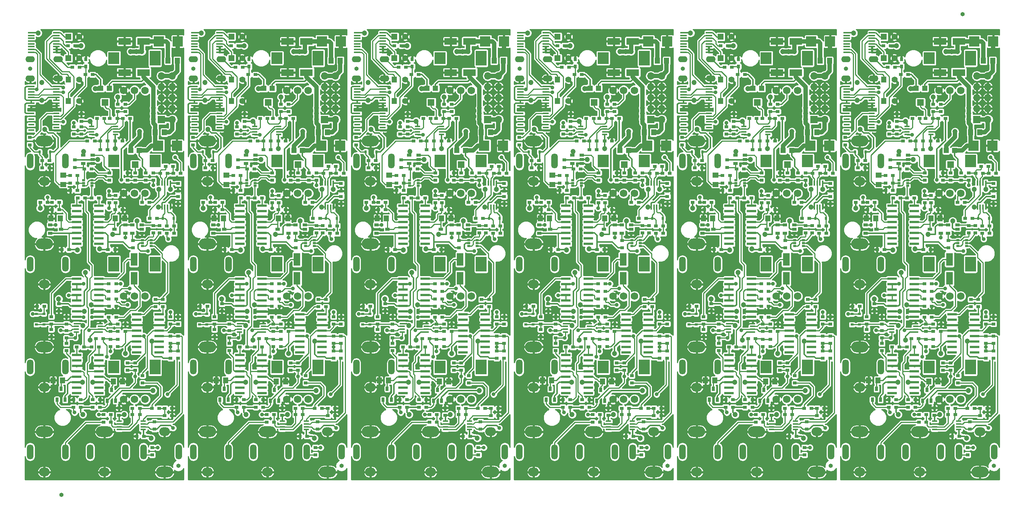
<source format=gbl>
G04 #@! TF.FileFunction,Copper,L4,Bot,Signal*
%FSLAX46Y46*%
G04 Gerber Fmt 4.6, Leading zero omitted, Abs format (unit mm)*
G04 Created by KiCad (PCBNEW 4.0.2-stable) date 2019-06-26 1:43:44 PM*
%MOMM*%
G01*
G04 APERTURE LIST*
%ADD10C,0.200000*%
%ADD11R,0.900000X0.800000*%
%ADD12R,0.609600X0.762000*%
%ADD13R,0.400000X1.300480*%
%ADD14R,1.397000X1.143000*%
%ADD15R,1.060000X0.650000*%
%ADD16R,0.800000X0.500000*%
%ADD17R,0.701040X1.000760*%
%ADD18R,1.143000X1.397000*%
%ADD19R,2.199640X0.599440*%
%ADD20R,1.300480X0.400000*%
%ADD21R,1.000760X0.701040*%
%ADD22R,1.600200X2.999740*%
%ADD23R,0.762000X0.609600*%
%ADD24O,1.000000X1.000000*%
%ADD25R,2.397760X2.397760*%
%ADD26R,1.700000X1.700000*%
%ADD27O,1.700000X1.700000*%
%ADD28R,2.999740X1.600200*%
%ADD29R,1.600000X1.500000*%
%ADD30R,1.200000X1.200000*%
%ADD31R,0.800000X0.900000*%
%ADD32R,1.500000X0.450000*%
%ADD33R,1.450000X0.450000*%
%ADD34R,2.500000X3.500000*%
%ADD35R,2.500000X2.750000*%
%ADD36C,1.750000*%
%ADD37O,4.000000X2.500000*%
%ADD38O,2.500000X2.000000*%
%ADD39O,1.500000X3.500000*%
%ADD40R,2.500000X3.000000*%
%ADD41R,1.200000X1.400000*%
%ADD42C,1.400000*%
%ADD43R,1.400000X1.400000*%
%ADD44O,2.200000X1.400000*%
%ADD45O,2.250000X1.400000*%
%ADD46C,1.200000*%
%ADD47C,0.900000*%
%ADD48C,0.350000*%
%ADD49C,0.250000*%
%ADD50C,1.000000*%
%ADD51C,0.800000*%
G04 APERTURE END LIST*
D10*
D11*
X219240000Y-94100000D03*
X217540000Y-94100000D03*
X217540000Y-92350000D03*
X219240000Y-92350000D03*
D12*
X216645400Y-90600000D03*
X219134600Y-90600000D03*
D11*
X220140000Y-84200000D03*
X220140000Y-82500000D03*
D13*
X216434600Y-82406000D03*
X217069600Y-82406000D03*
X217730000Y-82406000D03*
X218365000Y-82406000D03*
X218365000Y-87994000D03*
X217717300Y-87994000D03*
X217069600Y-87994000D03*
X216421900Y-87994000D03*
D11*
X226040000Y-86850000D03*
X227740000Y-86850000D03*
X226540000Y-78850000D03*
X228240000Y-78850000D03*
X226540000Y-77100000D03*
X228240000Y-77100000D03*
X219040000Y-80100000D03*
X220740000Y-80100000D03*
X220140000Y-85500000D03*
X220140000Y-87200000D03*
D12*
X225895400Y-75100000D03*
X228384600Y-75100000D03*
D11*
X212640000Y-81700000D03*
X212640000Y-80000000D03*
X211790000Y-86850000D03*
X213490000Y-86850000D03*
X210140000Y-81700000D03*
X210140000Y-80000000D03*
X214390000Y-81700000D03*
X214390000Y-80000000D03*
X216040000Y-80100000D03*
X217740000Y-80100000D03*
X217250000Y-78450000D03*
X218950000Y-78450000D03*
X204140000Y-81700000D03*
X204140000Y-80000000D03*
X208390000Y-81700000D03*
X208390000Y-80000000D03*
X188040000Y-86850000D03*
X189740000Y-86850000D03*
X188540000Y-78850000D03*
X190240000Y-78850000D03*
D12*
X187895400Y-75100000D03*
X190384600Y-75100000D03*
D11*
X188540000Y-77100000D03*
X190240000Y-77100000D03*
D14*
X193390000Y-80520500D03*
X193390000Y-82679500D03*
D11*
X192490000Y-86850000D03*
X190790000Y-86850000D03*
X204140000Y-86950000D03*
X204140000Y-85250000D03*
X205640000Y-86950000D03*
X205640000Y-85250000D03*
X196790000Y-85850000D03*
X198490000Y-85850000D03*
X201740000Y-85850000D03*
X200040000Y-85850000D03*
X195040000Y-80600000D03*
X196740000Y-80600000D03*
X195040000Y-84100000D03*
X196740000Y-84100000D03*
X195040000Y-82350000D03*
X196740000Y-82350000D03*
X196140000Y-78700000D03*
X196140000Y-77000000D03*
D15*
X200240000Y-75900000D03*
X200240000Y-76850000D03*
X200240000Y-77800000D03*
X198040000Y-77800000D03*
X198040000Y-75900000D03*
D11*
X199990000Y-79100000D03*
X198290000Y-79100000D03*
D16*
X200140000Y-81700000D03*
X198140000Y-82350000D03*
X200140000Y-83000000D03*
X200140000Y-82350000D03*
X198140000Y-83000000D03*
X198140000Y-81700000D03*
D17*
X192890000Y-130330000D03*
X191937500Y-132870000D03*
X193842500Y-132870000D03*
D11*
X197490000Y-134600000D03*
X195790000Y-134600000D03*
D18*
X193219500Y-128350000D03*
X191060500Y-128350000D03*
D11*
X195790000Y-132850000D03*
X197490000Y-132850000D03*
X204040000Y-113600000D03*
X205740000Y-113600000D03*
X204390000Y-116950000D03*
X204390000Y-115250000D03*
X207890000Y-115250000D03*
X207890000Y-116950000D03*
X206140000Y-116950000D03*
X206140000Y-115250000D03*
X218390000Y-123200000D03*
X218390000Y-121500000D03*
X220140000Y-123200000D03*
X220140000Y-121500000D03*
X218390000Y-118000000D03*
X218390000Y-119700000D03*
D19*
X215738420Y-112905000D03*
X215738420Y-114175000D03*
X215738420Y-115445000D03*
X215738420Y-116715000D03*
X215738420Y-117985000D03*
X215738420Y-119255000D03*
X215738420Y-120525000D03*
X215738420Y-121795000D03*
X210541580Y-121795000D03*
X210541580Y-120525000D03*
X210541580Y-119255000D03*
X210541580Y-117985000D03*
X210541580Y-116715000D03*
X210541580Y-115445000D03*
X210541580Y-114175000D03*
X210541580Y-112905000D03*
D11*
X220140000Y-113500000D03*
X220140000Y-115200000D03*
X220140000Y-119700000D03*
X220140000Y-118000000D03*
X218390000Y-115200000D03*
X218390000Y-113500000D03*
X196540000Y-120600000D03*
X198240000Y-120600000D03*
D20*
X196446000Y-117055400D03*
X196446000Y-116420400D03*
X196446000Y-115760000D03*
X196446000Y-115125000D03*
X202034000Y-115125000D03*
X202034000Y-115772700D03*
X202034000Y-116420400D03*
X202034000Y-117068100D03*
D11*
X201740000Y-120600000D03*
X200040000Y-120600000D03*
X201040000Y-118600000D03*
X202740000Y-118600000D03*
X194140000Y-115200000D03*
X194140000Y-113500000D03*
X194140000Y-118450000D03*
X194140000Y-116750000D03*
X190640000Y-118200000D03*
X190640000Y-116500000D03*
X194140000Y-121450000D03*
X194140000Y-119750000D03*
X190640000Y-115200000D03*
X190640000Y-113500000D03*
D19*
X201738420Y-122405000D03*
X201738420Y-123675000D03*
X201738420Y-124945000D03*
X201738420Y-126215000D03*
X201738420Y-127485000D03*
X201738420Y-128755000D03*
X201738420Y-130025000D03*
X201738420Y-131295000D03*
X196541580Y-131295000D03*
X196541580Y-130025000D03*
X196541580Y-128755000D03*
X196541580Y-127485000D03*
X196541580Y-126215000D03*
X196541580Y-124945000D03*
X196541580Y-123675000D03*
X196541580Y-122405000D03*
D17*
X204640000Y-130580000D03*
X203687500Y-133120000D03*
X205592500Y-133120000D03*
D11*
X211890000Y-127250000D03*
X211890000Y-128950000D03*
D18*
X205060500Y-128600000D03*
X207219500Y-128600000D03*
D11*
X200290000Y-134600000D03*
X201990000Y-134600000D03*
X201990000Y-132850000D03*
X200290000Y-132850000D03*
X210140000Y-125950000D03*
X210140000Y-124250000D03*
X207240000Y-88600000D03*
X205540000Y-88600000D03*
D21*
X205370000Y-93100000D03*
X207910000Y-94052500D03*
X207910000Y-92147500D03*
D18*
X205560500Y-90600000D03*
X207719500Y-90600000D03*
D11*
X205490000Y-97850000D03*
X203790000Y-97850000D03*
X215890000Y-93950000D03*
X215890000Y-92250000D03*
X214390000Y-92250000D03*
X214390000Y-93950000D03*
X215240000Y-90600000D03*
X213540000Y-90600000D03*
D15*
X211740000Y-92150000D03*
X211740000Y-93100000D03*
X211740000Y-94050000D03*
X209540000Y-94050000D03*
X209540000Y-92150000D03*
D11*
X209640000Y-95750000D03*
X209640000Y-97450000D03*
D16*
X213890000Y-95700000D03*
X211890000Y-96350000D03*
X213890000Y-97000000D03*
X213890000Y-96350000D03*
X211890000Y-97000000D03*
X211890000Y-95700000D03*
D22*
X209890000Y-104549640D03*
X209890000Y-100150360D03*
D11*
X204050000Y-111050000D03*
X205750000Y-111050000D03*
D19*
X196541580Y-113545000D03*
X196541580Y-112275000D03*
X196541580Y-111005000D03*
X196541580Y-109735000D03*
X196541580Y-108465000D03*
X196541580Y-107195000D03*
X196541580Y-105925000D03*
X196541580Y-104655000D03*
X201738420Y-104655000D03*
X201738420Y-105925000D03*
X201738420Y-107195000D03*
X201738420Y-108465000D03*
X201738420Y-109735000D03*
X201738420Y-111005000D03*
X201738420Y-112275000D03*
X201738420Y-113545000D03*
D11*
X204040000Y-109350000D03*
X205740000Y-109350000D03*
X204040000Y-105850000D03*
X205740000Y-105850000D03*
X204040000Y-107600000D03*
X205740000Y-107600000D03*
D18*
X192719500Y-90600000D03*
X190560500Y-90600000D03*
D11*
X190790000Y-88600000D03*
X192490000Y-88600000D03*
D21*
X192910000Y-93100000D03*
X190370000Y-92147500D03*
X190370000Y-94052500D03*
D19*
X201738420Y-87655000D03*
X201738420Y-88925000D03*
X201738420Y-90195000D03*
X201738420Y-91465000D03*
X201738420Y-92735000D03*
X201738420Y-94005000D03*
X201738420Y-95275000D03*
X201738420Y-96545000D03*
X196541580Y-96545000D03*
X196541580Y-95275000D03*
X196541580Y-94005000D03*
X196541580Y-92735000D03*
X196541580Y-91465000D03*
X196541580Y-90195000D03*
X196541580Y-88925000D03*
X196541580Y-87655000D03*
D11*
X194740000Y-97850000D03*
X193040000Y-97850000D03*
D23*
X188890000Y-112855400D03*
X188890000Y-115344600D03*
D11*
X187290000Y-111100000D03*
X188990000Y-111100000D03*
D23*
X187190000Y-115344600D03*
X187190000Y-112855400D03*
D11*
X192390000Y-112200000D03*
X192390000Y-110500000D03*
X225290000Y-111100000D03*
X226990000Y-111100000D03*
D23*
X226890000Y-112855400D03*
X226890000Y-115344600D03*
D11*
X228640000Y-115200000D03*
X228640000Y-113500000D03*
X228640000Y-118200000D03*
X228640000Y-116500000D03*
D23*
X225190000Y-115344600D03*
X225190000Y-112855400D03*
D11*
X211240000Y-136350000D03*
X209540000Y-136350000D03*
X211240000Y-134850000D03*
X209540000Y-134850000D03*
X214640000Y-139700000D03*
X214640000Y-138000000D03*
D20*
X206446000Y-139805400D03*
X206446000Y-139170400D03*
X206446000Y-138510000D03*
X206446000Y-137875000D03*
X212034000Y-137875000D03*
X212034000Y-138522700D03*
X212034000Y-139170400D03*
X212034000Y-139818100D03*
D11*
X214890000Y-111200000D03*
X214890000Y-109500000D03*
X216640000Y-111200000D03*
X216640000Y-109500000D03*
X206140000Y-120450000D03*
X206140000Y-118750000D03*
X204390000Y-118750000D03*
X204390000Y-120450000D03*
X208390000Y-124250000D03*
X208390000Y-125950000D03*
X204490000Y-138100000D03*
X202790000Y-138100000D03*
X204490000Y-136350000D03*
X202790000Y-136350000D03*
X212240000Y-141350000D03*
X210540000Y-141350000D03*
X206390000Y-134750000D03*
X206390000Y-136450000D03*
X214140000Y-145700000D03*
X214140000Y-144000000D03*
X217040000Y-136600000D03*
X218740000Y-136600000D03*
D24*
X220250000Y-148250000D03*
D11*
X218740000Y-134850000D03*
X217040000Y-134850000D03*
X215740000Y-134850000D03*
X214040000Y-134850000D03*
D18*
X255810500Y-53850000D03*
X257969500Y-53850000D03*
X252820500Y-70550000D03*
X254979500Y-70550000D03*
D25*
X253500360Y-73650000D03*
X257899640Y-73650000D03*
D11*
X254040000Y-80100000D03*
X255740000Y-80100000D03*
X257040000Y-80100000D03*
X258740000Y-80100000D03*
D25*
X258089640Y-49350000D03*
X253690360Y-49350000D03*
D26*
X254300000Y-67550000D03*
D27*
X256840000Y-67550000D03*
X254300000Y-65010000D03*
X256840000Y-65010000D03*
X254300000Y-62470000D03*
X256840000Y-62470000D03*
X254300000Y-59930000D03*
X256840000Y-59930000D03*
X254300000Y-57390000D03*
X256840000Y-57390000D03*
D11*
X245290000Y-67350000D03*
X246990000Y-67350000D03*
D28*
X245690360Y-56600000D03*
X250089640Y-56600000D03*
D11*
X245890000Y-65700000D03*
X245890000Y-64000000D03*
D28*
X250089640Y-49350000D03*
X245690360Y-49350000D03*
D11*
X240990000Y-67350000D03*
X239290000Y-67350000D03*
D29*
X241140000Y-63550000D03*
D30*
X240140000Y-60300000D03*
X242140000Y-60300000D03*
D11*
X244140000Y-65700000D03*
X244140000Y-64000000D03*
X236540000Y-57100000D03*
X238240000Y-57100000D03*
D31*
X236700000Y-55200000D03*
X236700000Y-53500000D03*
D11*
X235240000Y-55350000D03*
X233540000Y-55350000D03*
X234240000Y-50350000D03*
X232540000Y-50350000D03*
D32*
X229840000Y-47325000D03*
X229840000Y-47975000D03*
X229840000Y-48625000D03*
X229840000Y-49275000D03*
X229840000Y-49925000D03*
X229840000Y-50575000D03*
X229840000Y-51225000D03*
X229840000Y-51875000D03*
X223940000Y-51875000D03*
X223940000Y-51225000D03*
X223940000Y-50575000D03*
X223940000Y-49925000D03*
X223940000Y-49275000D03*
X223940000Y-48625000D03*
X223940000Y-47975000D03*
X223940000Y-47325000D03*
D24*
X223750000Y-55750000D03*
D32*
X229840000Y-59825000D03*
X229840000Y-60475000D03*
X229840000Y-61125000D03*
X229840000Y-61775000D03*
X229840000Y-62425000D03*
X229840000Y-63075000D03*
X229840000Y-63725000D03*
X229840000Y-64375000D03*
X223940000Y-64375000D03*
X223940000Y-63725000D03*
X223940000Y-63075000D03*
X223940000Y-62425000D03*
X223940000Y-61775000D03*
X223940000Y-61125000D03*
X223940000Y-60475000D03*
X223940000Y-59825000D03*
D33*
X229840000Y-66150000D03*
X229840000Y-66800000D03*
X229840000Y-67450000D03*
X229840000Y-68100000D03*
X229840000Y-68750000D03*
X229840000Y-69400000D03*
X229840000Y-70050000D03*
X223940000Y-70050000D03*
X223940000Y-69400000D03*
X223940000Y-68750000D03*
X223940000Y-68100000D03*
X223940000Y-67450000D03*
X223940000Y-66800000D03*
X223940000Y-66150000D03*
D11*
X223640000Y-71750000D03*
X223640000Y-73450000D03*
X233890000Y-70950000D03*
X233890000Y-69250000D03*
X235640000Y-69250000D03*
X235640000Y-70950000D03*
D20*
X243584000Y-69144600D03*
X243584000Y-69779600D03*
X243584000Y-70440000D03*
X243584000Y-71075000D03*
X237996000Y-71075000D03*
X237996000Y-70427300D03*
X237996000Y-69779600D03*
X237996000Y-69131900D03*
D11*
X235640000Y-67950000D03*
X235640000Y-66250000D03*
X243990000Y-67350000D03*
X242290000Y-67350000D03*
X245240000Y-72600000D03*
X243540000Y-72600000D03*
X242050000Y-111050000D03*
X243750000Y-111050000D03*
X242040000Y-105850000D03*
X243740000Y-105850000D03*
X242040000Y-113600000D03*
X243740000Y-113600000D03*
X242040000Y-109350000D03*
X243740000Y-109350000D03*
D22*
X247890000Y-104549640D03*
X247890000Y-100150360D03*
D11*
X242040000Y-107600000D03*
X243740000Y-107600000D03*
X245890000Y-115250000D03*
X245890000Y-116950000D03*
X242390000Y-116950000D03*
X242390000Y-115250000D03*
X242390000Y-118750000D03*
X242390000Y-120450000D03*
X244140000Y-116950000D03*
X244140000Y-115250000D03*
X244140000Y-120450000D03*
X244140000Y-118750000D03*
X233790000Y-132850000D03*
X235490000Y-132850000D03*
D18*
X231219500Y-128350000D03*
X229060500Y-128350000D03*
D17*
X230890000Y-130330000D03*
X229937500Y-132870000D03*
X231842500Y-132870000D03*
D11*
X235490000Y-134600000D03*
X233790000Y-134600000D03*
X239990000Y-132850000D03*
X238290000Y-132850000D03*
X238290000Y-134600000D03*
X239990000Y-134600000D03*
D19*
X239738420Y-122405000D03*
X239738420Y-123675000D03*
X239738420Y-124945000D03*
X239738420Y-126215000D03*
X239738420Y-127485000D03*
X239738420Y-128755000D03*
X239738420Y-130025000D03*
X239738420Y-131295000D03*
X234541580Y-131295000D03*
X234541580Y-130025000D03*
X234541580Y-128755000D03*
X234541580Y-127485000D03*
X234541580Y-126215000D03*
X234541580Y-124945000D03*
X234541580Y-123675000D03*
X234541580Y-122405000D03*
D11*
X230390000Y-112200000D03*
X230390000Y-110500000D03*
D19*
X234541580Y-113545000D03*
X234541580Y-112275000D03*
X234541580Y-111005000D03*
X234541580Y-109735000D03*
X234541580Y-108465000D03*
X234541580Y-107195000D03*
X234541580Y-105925000D03*
X234541580Y-104655000D03*
X239738420Y-104655000D03*
X239738420Y-105925000D03*
X239738420Y-107195000D03*
X239738420Y-108465000D03*
X239738420Y-109735000D03*
X239738420Y-111005000D03*
X239738420Y-112275000D03*
X239738420Y-113545000D03*
D11*
X232140000Y-115200000D03*
X232140000Y-113500000D03*
X232140000Y-118450000D03*
X232140000Y-116750000D03*
X239040000Y-118600000D03*
X240740000Y-118600000D03*
X232140000Y-121450000D03*
X232140000Y-119750000D03*
X239740000Y-120600000D03*
X238040000Y-120600000D03*
D20*
X234446000Y-117055400D03*
X234446000Y-116420400D03*
X234446000Y-115760000D03*
X234446000Y-115125000D03*
X240034000Y-115125000D03*
X240034000Y-115772700D03*
X240034000Y-116420400D03*
X240034000Y-117068100D03*
D11*
X234540000Y-120600000D03*
X236240000Y-120600000D03*
X255250000Y-78450000D03*
X256950000Y-78450000D03*
X252390000Y-81700000D03*
X252390000Y-80000000D03*
X258140000Y-85500000D03*
X258140000Y-87200000D03*
X258140000Y-84200000D03*
X258140000Y-82500000D03*
D13*
X254434600Y-82406000D03*
X255069600Y-82406000D03*
X255730000Y-82406000D03*
X256365000Y-82406000D03*
X256365000Y-87994000D03*
X255717300Y-87994000D03*
X255069600Y-87994000D03*
X254421900Y-87994000D03*
D12*
X254645400Y-90600000D03*
X257134600Y-90600000D03*
D11*
X253240000Y-90600000D03*
X251540000Y-90600000D03*
X257240000Y-94100000D03*
X255540000Y-94100000D03*
X253890000Y-93950000D03*
X253890000Y-92250000D03*
X255540000Y-92350000D03*
X257240000Y-92350000D03*
X252390000Y-92250000D03*
X252390000Y-93950000D03*
X237040000Y-72600000D03*
X238740000Y-72600000D03*
X234140000Y-78700000D03*
X234140000Y-77000000D03*
D15*
X238240000Y-75900000D03*
X238240000Y-76850000D03*
X238240000Y-77800000D03*
X236040000Y-77800000D03*
X236040000Y-75900000D03*
D11*
X240040000Y-72600000D03*
X241740000Y-72600000D03*
X237990000Y-79100000D03*
X236290000Y-79100000D03*
X248140000Y-81700000D03*
X248140000Y-80000000D03*
X246390000Y-81700000D03*
X246390000Y-80000000D03*
X250640000Y-81700000D03*
X250640000Y-80000000D03*
X240040000Y-74600000D03*
X241740000Y-74600000D03*
D29*
X248140000Y-78050000D03*
D30*
X247140000Y-74800000D03*
X249140000Y-74800000D03*
D11*
X233040000Y-84100000D03*
X234740000Y-84100000D03*
X233040000Y-82350000D03*
X234740000Y-82350000D03*
D14*
X231390000Y-80520500D03*
X231390000Y-82679500D03*
D11*
X233040000Y-80600000D03*
X234740000Y-80600000D03*
X249790000Y-86850000D03*
X251490000Y-86850000D03*
D21*
X243370000Y-93100000D03*
X245910000Y-94052500D03*
X245910000Y-92147500D03*
D11*
X245240000Y-88600000D03*
X243540000Y-88600000D03*
D16*
X251890000Y-95700000D03*
X249890000Y-96350000D03*
X251890000Y-97000000D03*
X251890000Y-96350000D03*
X249890000Y-97000000D03*
X249890000Y-95700000D03*
D15*
X249740000Y-92150000D03*
X249740000Y-93100000D03*
X249740000Y-94050000D03*
X247540000Y-94050000D03*
X247540000Y-92150000D03*
D11*
X247640000Y-95750000D03*
X247640000Y-97450000D03*
D18*
X243560500Y-90600000D03*
X245719500Y-90600000D03*
D11*
X243490000Y-97850000D03*
X241790000Y-97850000D03*
X242140000Y-81700000D03*
X242140000Y-80000000D03*
X243640000Y-86950000D03*
X243640000Y-85250000D03*
X242140000Y-86950000D03*
X242140000Y-85250000D03*
X239740000Y-85850000D03*
X238040000Y-85850000D03*
D16*
X238140000Y-81700000D03*
X236140000Y-82350000D03*
X238140000Y-83000000D03*
X238140000Y-82350000D03*
X236140000Y-83000000D03*
X236140000Y-81700000D03*
D11*
X234790000Y-85850000D03*
X236490000Y-85850000D03*
D21*
X230910000Y-93100000D03*
X228370000Y-92147500D03*
X228370000Y-94052500D03*
D19*
X239738420Y-87655000D03*
X239738420Y-88925000D03*
X239738420Y-90195000D03*
X239738420Y-91465000D03*
X239738420Y-92735000D03*
X239738420Y-94005000D03*
X239738420Y-95275000D03*
X239738420Y-96545000D03*
X234541580Y-96545000D03*
X234541580Y-95275000D03*
X234541580Y-94005000D03*
X234541580Y-92735000D03*
X234541580Y-91465000D03*
X234541580Y-90195000D03*
X234541580Y-88925000D03*
X234541580Y-87655000D03*
D18*
X230719500Y-90600000D03*
X228560500Y-90600000D03*
D11*
X228790000Y-88600000D03*
X230490000Y-88600000D03*
X230490000Y-86850000D03*
X228790000Y-86850000D03*
X232740000Y-97850000D03*
X231040000Y-97850000D03*
X254640000Y-111200000D03*
X254640000Y-109500000D03*
D19*
X253738420Y-112905000D03*
X253738420Y-114175000D03*
X253738420Y-115445000D03*
X253738420Y-116715000D03*
X253738420Y-117985000D03*
X253738420Y-119255000D03*
X253738420Y-120525000D03*
X253738420Y-121795000D03*
X248541580Y-121795000D03*
X248541580Y-120525000D03*
X248541580Y-119255000D03*
X248541580Y-117985000D03*
X248541580Y-116715000D03*
X248541580Y-115445000D03*
X248541580Y-114175000D03*
X248541580Y-112905000D03*
D11*
X256390000Y-115200000D03*
X256390000Y-113500000D03*
X248140000Y-125950000D03*
X248140000Y-124250000D03*
X246390000Y-124250000D03*
X246390000Y-125950000D03*
X252890000Y-111200000D03*
X252890000Y-109500000D03*
X258140000Y-113500000D03*
X258140000Y-115200000D03*
X244390000Y-134750000D03*
X244390000Y-136450000D03*
X242490000Y-136350000D03*
X240790000Y-136350000D03*
D18*
X243060500Y-128600000D03*
X245219500Y-128600000D03*
D17*
X242640000Y-130580000D03*
X241687500Y-133120000D03*
X243592500Y-133120000D03*
D11*
X258140000Y-123200000D03*
X258140000Y-121500000D03*
X256390000Y-118000000D03*
X256390000Y-119700000D03*
X258140000Y-119700000D03*
X258140000Y-118000000D03*
X256390000Y-123200000D03*
X256390000Y-121500000D03*
X249890000Y-127250000D03*
X249890000Y-128950000D03*
X242490000Y-138100000D03*
X240790000Y-138100000D03*
X252640000Y-139700000D03*
X252640000Y-138000000D03*
D24*
X258250000Y-148250000D03*
D11*
X252140000Y-145700000D03*
X252140000Y-144000000D03*
D20*
X244446000Y-139805400D03*
X244446000Y-139170400D03*
X244446000Y-138510000D03*
X244446000Y-137875000D03*
X250034000Y-137875000D03*
X250034000Y-138522700D03*
X250034000Y-139170400D03*
X250034000Y-139818100D03*
D11*
X250240000Y-141350000D03*
X248540000Y-141350000D03*
X249240000Y-136350000D03*
X247540000Y-136350000D03*
X249240000Y-134850000D03*
X247540000Y-134850000D03*
X253740000Y-134850000D03*
X252040000Y-134850000D03*
X256740000Y-134850000D03*
X255040000Y-134850000D03*
X255040000Y-136600000D03*
X256740000Y-136600000D03*
D25*
X220089640Y-49350000D03*
X215690360Y-49350000D03*
D11*
X207890000Y-65700000D03*
X207890000Y-64000000D03*
D28*
X207690360Y-56600000D03*
X212089640Y-56600000D03*
D11*
X207290000Y-67350000D03*
X208990000Y-67350000D03*
D28*
X212089640Y-49350000D03*
X207690360Y-49350000D03*
D18*
X217810500Y-53850000D03*
X219969500Y-53850000D03*
D25*
X215500360Y-73650000D03*
X219899640Y-73650000D03*
D26*
X216300000Y-67550000D03*
D27*
X218840000Y-67550000D03*
X216300000Y-65010000D03*
X218840000Y-65010000D03*
X216300000Y-62470000D03*
X218840000Y-62470000D03*
X216300000Y-59930000D03*
X218840000Y-59930000D03*
X216300000Y-57390000D03*
X218840000Y-57390000D03*
D18*
X214820500Y-70550000D03*
X216979500Y-70550000D03*
D29*
X210140000Y-78050000D03*
D30*
X209140000Y-74800000D03*
X211140000Y-74800000D03*
D11*
X207240000Y-72600000D03*
X205540000Y-72600000D03*
X202040000Y-74600000D03*
X203740000Y-74600000D03*
X199040000Y-72600000D03*
X200740000Y-72600000D03*
X202040000Y-72600000D03*
X203740000Y-72600000D03*
D31*
X198700000Y-55200000D03*
X198700000Y-53500000D03*
D24*
X185750000Y-55750000D03*
D32*
X191840000Y-47325000D03*
X191840000Y-47975000D03*
X191840000Y-48625000D03*
X191840000Y-49275000D03*
X191840000Y-49925000D03*
X191840000Y-50575000D03*
X191840000Y-51225000D03*
X191840000Y-51875000D03*
X185940000Y-51875000D03*
X185940000Y-51225000D03*
X185940000Y-50575000D03*
X185940000Y-49925000D03*
X185940000Y-49275000D03*
X185940000Y-48625000D03*
X185940000Y-47975000D03*
X185940000Y-47325000D03*
D11*
X196240000Y-50350000D03*
X194540000Y-50350000D03*
X197240000Y-55350000D03*
X195540000Y-55350000D03*
D32*
X191840000Y-59825000D03*
X191840000Y-60475000D03*
X191840000Y-61125000D03*
X191840000Y-61775000D03*
X191840000Y-62425000D03*
X191840000Y-63075000D03*
X191840000Y-63725000D03*
X191840000Y-64375000D03*
X185940000Y-64375000D03*
X185940000Y-63725000D03*
X185940000Y-63075000D03*
X185940000Y-62425000D03*
X185940000Y-61775000D03*
X185940000Y-61125000D03*
X185940000Y-60475000D03*
X185940000Y-59825000D03*
D33*
X191840000Y-66150000D03*
X191840000Y-66800000D03*
X191840000Y-67450000D03*
X191840000Y-68100000D03*
X191840000Y-68750000D03*
X191840000Y-69400000D03*
X191840000Y-70050000D03*
X185940000Y-70050000D03*
X185940000Y-69400000D03*
X185940000Y-68750000D03*
X185940000Y-68100000D03*
X185940000Y-67450000D03*
X185940000Y-66800000D03*
X185940000Y-66150000D03*
D11*
X197640000Y-67950000D03*
X197640000Y-66250000D03*
X195890000Y-70950000D03*
X195890000Y-69250000D03*
X185640000Y-71750000D03*
X185640000Y-73450000D03*
X197640000Y-69250000D03*
X197640000Y-70950000D03*
X198540000Y-57100000D03*
X200240000Y-57100000D03*
X206140000Y-65700000D03*
X206140000Y-64000000D03*
D29*
X203140000Y-63550000D03*
D30*
X202140000Y-60300000D03*
X204140000Y-60300000D03*
D11*
X205990000Y-67350000D03*
X204290000Y-67350000D03*
D20*
X205584000Y-69144600D03*
X205584000Y-69779600D03*
X205584000Y-70440000D03*
X205584000Y-71075000D03*
X199996000Y-71075000D03*
X199996000Y-70427300D03*
X199996000Y-69779600D03*
X199996000Y-69131900D03*
D11*
X202990000Y-67350000D03*
X201290000Y-67350000D03*
D34*
X252800000Y-53250000D03*
D35*
X243200000Y-53250000D03*
D36*
X250500000Y-60750000D03*
X248000000Y-60750000D03*
X245500000Y-60750000D03*
D37*
X255000000Y-149700000D03*
D38*
X255000000Y-140300000D03*
D39*
X250100000Y-145000000D03*
X258300000Y-145000000D03*
D34*
X252800000Y-125250000D03*
D40*
X243200000Y-125250000D03*
D36*
X250500000Y-132750000D03*
X248000000Y-132750000D03*
X245500000Y-132750000D03*
D37*
X241000000Y-140300000D03*
D38*
X241000000Y-149700000D03*
D39*
X245900000Y-145000000D03*
X237700000Y-145000000D03*
D34*
X214800000Y-53250000D03*
D35*
X205200000Y-53250000D03*
D36*
X212500000Y-60750000D03*
X210000000Y-60750000D03*
X207500000Y-60750000D03*
D41*
X194580000Y-58250000D03*
D42*
X197120000Y-58250000D03*
D43*
X194580000Y-48250000D03*
D42*
X197120000Y-48250000D03*
D43*
X194580000Y-53250000D03*
D42*
X197120000Y-53250000D03*
D44*
X185750000Y-53500000D03*
X185750000Y-58000000D03*
D45*
X192250000Y-53500000D03*
X192250000Y-58000000D03*
D37*
X189000000Y-120550000D03*
D38*
X189000000Y-129950000D03*
D39*
X193900000Y-125250000D03*
X185700000Y-125250000D03*
D37*
X189000000Y-140300000D03*
D38*
X189000000Y-149700000D03*
D39*
X193900000Y-145000000D03*
X185700000Y-145000000D03*
D37*
X203000000Y-140300000D03*
D38*
X203000000Y-149700000D03*
D39*
X207900000Y-145000000D03*
X199700000Y-145000000D03*
D37*
X227000000Y-72550000D03*
D38*
X227000000Y-81950000D03*
D39*
X231900000Y-77250000D03*
X223700000Y-77250000D03*
D34*
X252800000Y-101250000D03*
X243200000Y-101250000D03*
D36*
X250500000Y-108750000D03*
X248000000Y-108750000D03*
X245500000Y-108750000D03*
D41*
X232580000Y-63250000D03*
D42*
X235120000Y-63250000D03*
D37*
X227000000Y-96550000D03*
D38*
X227000000Y-105950000D03*
D39*
X231900000Y-101250000D03*
X223700000Y-101250000D03*
D40*
X252800000Y-77250000D03*
X243200000Y-77250000D03*
D36*
X250500000Y-84750000D03*
X248000000Y-84750000D03*
X245500000Y-84750000D03*
D44*
X223750000Y-53500000D03*
X223750000Y-58000000D03*
D45*
X230250000Y-53500000D03*
X230250000Y-58000000D03*
D43*
X232580000Y-48250000D03*
D42*
X235120000Y-48250000D03*
D41*
X232580000Y-58250000D03*
D42*
X235120000Y-58250000D03*
D43*
X232580000Y-53250000D03*
D42*
X235120000Y-53250000D03*
D37*
X227000000Y-140300000D03*
D38*
X227000000Y-149700000D03*
D39*
X231900000Y-145000000D03*
X223700000Y-145000000D03*
D34*
X214800000Y-125250000D03*
D40*
X205200000Y-125250000D03*
D36*
X212500000Y-132750000D03*
X210000000Y-132750000D03*
X207500000Y-132750000D03*
D37*
X217000000Y-149700000D03*
D38*
X217000000Y-140300000D03*
D39*
X212100000Y-145000000D03*
X220300000Y-145000000D03*
D37*
X227000000Y-120550000D03*
D38*
X227000000Y-129950000D03*
D39*
X231900000Y-125250000D03*
X223700000Y-125250000D03*
D40*
X214800000Y-77250000D03*
X205200000Y-77250000D03*
D36*
X212500000Y-84750000D03*
X210000000Y-84750000D03*
X207500000Y-84750000D03*
D37*
X189000000Y-96550000D03*
D38*
X189000000Y-105950000D03*
D39*
X193900000Y-101250000D03*
X185700000Y-101250000D03*
D34*
X214800000Y-101250000D03*
X205200000Y-101250000D03*
D36*
X212500000Y-108750000D03*
X210000000Y-108750000D03*
X207500000Y-108750000D03*
D41*
X194580000Y-63250000D03*
D42*
X197120000Y-63250000D03*
D37*
X189000000Y-72550000D03*
D38*
X189000000Y-81950000D03*
D39*
X193900000Y-77250000D03*
X185700000Y-77250000D03*
D11*
X143240000Y-94100000D03*
X141540000Y-94100000D03*
X141540000Y-92350000D03*
X143240000Y-92350000D03*
D12*
X140645400Y-90600000D03*
X143134600Y-90600000D03*
D11*
X144140000Y-84200000D03*
X144140000Y-82500000D03*
D13*
X140434600Y-82406000D03*
X141069600Y-82406000D03*
X141730000Y-82406000D03*
X142365000Y-82406000D03*
X142365000Y-87994000D03*
X141717300Y-87994000D03*
X141069600Y-87994000D03*
X140421900Y-87994000D03*
D11*
X150040000Y-86850000D03*
X151740000Y-86850000D03*
X150540000Y-78850000D03*
X152240000Y-78850000D03*
X150540000Y-77100000D03*
X152240000Y-77100000D03*
X143040000Y-80100000D03*
X144740000Y-80100000D03*
X144140000Y-85500000D03*
X144140000Y-87200000D03*
D12*
X149895400Y-75100000D03*
X152384600Y-75100000D03*
D11*
X136640000Y-81700000D03*
X136640000Y-80000000D03*
X135790000Y-86850000D03*
X137490000Y-86850000D03*
X134140000Y-81700000D03*
X134140000Y-80000000D03*
X138390000Y-81700000D03*
X138390000Y-80000000D03*
X140040000Y-80100000D03*
X141740000Y-80100000D03*
X141250000Y-78450000D03*
X142950000Y-78450000D03*
X128140000Y-81700000D03*
X128140000Y-80000000D03*
X132390000Y-81700000D03*
X132390000Y-80000000D03*
X112040000Y-86850000D03*
X113740000Y-86850000D03*
X112540000Y-78850000D03*
X114240000Y-78850000D03*
D12*
X111895400Y-75100000D03*
X114384600Y-75100000D03*
D11*
X112540000Y-77100000D03*
X114240000Y-77100000D03*
D14*
X117390000Y-80520500D03*
X117390000Y-82679500D03*
D11*
X116490000Y-86850000D03*
X114790000Y-86850000D03*
X128140000Y-86950000D03*
X128140000Y-85250000D03*
X129640000Y-86950000D03*
X129640000Y-85250000D03*
X120790000Y-85850000D03*
X122490000Y-85850000D03*
X125740000Y-85850000D03*
X124040000Y-85850000D03*
X119040000Y-80600000D03*
X120740000Y-80600000D03*
X119040000Y-84100000D03*
X120740000Y-84100000D03*
X119040000Y-82350000D03*
X120740000Y-82350000D03*
X120140000Y-78700000D03*
X120140000Y-77000000D03*
D15*
X124240000Y-75900000D03*
X124240000Y-76850000D03*
X124240000Y-77800000D03*
X122040000Y-77800000D03*
X122040000Y-75900000D03*
D11*
X123990000Y-79100000D03*
X122290000Y-79100000D03*
D16*
X124140000Y-81700000D03*
X122140000Y-82350000D03*
X124140000Y-83000000D03*
X124140000Y-82350000D03*
X122140000Y-83000000D03*
X122140000Y-81700000D03*
D17*
X116890000Y-130330000D03*
X115937500Y-132870000D03*
X117842500Y-132870000D03*
D11*
X121490000Y-134600000D03*
X119790000Y-134600000D03*
D18*
X117219500Y-128350000D03*
X115060500Y-128350000D03*
D11*
X119790000Y-132850000D03*
X121490000Y-132850000D03*
X128040000Y-113600000D03*
X129740000Y-113600000D03*
X128390000Y-116950000D03*
X128390000Y-115250000D03*
X131890000Y-115250000D03*
X131890000Y-116950000D03*
X130140000Y-116950000D03*
X130140000Y-115250000D03*
X142390000Y-123200000D03*
X142390000Y-121500000D03*
X144140000Y-123200000D03*
X144140000Y-121500000D03*
X142390000Y-118000000D03*
X142390000Y-119700000D03*
D19*
X139738420Y-112905000D03*
X139738420Y-114175000D03*
X139738420Y-115445000D03*
X139738420Y-116715000D03*
X139738420Y-117985000D03*
X139738420Y-119255000D03*
X139738420Y-120525000D03*
X139738420Y-121795000D03*
X134541580Y-121795000D03*
X134541580Y-120525000D03*
X134541580Y-119255000D03*
X134541580Y-117985000D03*
X134541580Y-116715000D03*
X134541580Y-115445000D03*
X134541580Y-114175000D03*
X134541580Y-112905000D03*
D11*
X144140000Y-113500000D03*
X144140000Y-115200000D03*
X144140000Y-119700000D03*
X144140000Y-118000000D03*
X142390000Y-115200000D03*
X142390000Y-113500000D03*
X120540000Y-120600000D03*
X122240000Y-120600000D03*
D20*
X120446000Y-117055400D03*
X120446000Y-116420400D03*
X120446000Y-115760000D03*
X120446000Y-115125000D03*
X126034000Y-115125000D03*
X126034000Y-115772700D03*
X126034000Y-116420400D03*
X126034000Y-117068100D03*
D11*
X125740000Y-120600000D03*
X124040000Y-120600000D03*
X125040000Y-118600000D03*
X126740000Y-118600000D03*
X118140000Y-115200000D03*
X118140000Y-113500000D03*
X118140000Y-118450000D03*
X118140000Y-116750000D03*
X114640000Y-118200000D03*
X114640000Y-116500000D03*
X118140000Y-121450000D03*
X118140000Y-119750000D03*
X114640000Y-115200000D03*
X114640000Y-113500000D03*
D19*
X125738420Y-122405000D03*
X125738420Y-123675000D03*
X125738420Y-124945000D03*
X125738420Y-126215000D03*
X125738420Y-127485000D03*
X125738420Y-128755000D03*
X125738420Y-130025000D03*
X125738420Y-131295000D03*
X120541580Y-131295000D03*
X120541580Y-130025000D03*
X120541580Y-128755000D03*
X120541580Y-127485000D03*
X120541580Y-126215000D03*
X120541580Y-124945000D03*
X120541580Y-123675000D03*
X120541580Y-122405000D03*
D17*
X128640000Y-130580000D03*
X127687500Y-133120000D03*
X129592500Y-133120000D03*
D11*
X135890000Y-127250000D03*
X135890000Y-128950000D03*
D18*
X129060500Y-128600000D03*
X131219500Y-128600000D03*
D11*
X124290000Y-134600000D03*
X125990000Y-134600000D03*
X125990000Y-132850000D03*
X124290000Y-132850000D03*
X134140000Y-125950000D03*
X134140000Y-124250000D03*
X131240000Y-88600000D03*
X129540000Y-88600000D03*
D21*
X129370000Y-93100000D03*
X131910000Y-94052500D03*
X131910000Y-92147500D03*
D18*
X129560500Y-90600000D03*
X131719500Y-90600000D03*
D11*
X129490000Y-97850000D03*
X127790000Y-97850000D03*
X139890000Y-93950000D03*
X139890000Y-92250000D03*
X138390000Y-92250000D03*
X138390000Y-93950000D03*
X139240000Y-90600000D03*
X137540000Y-90600000D03*
D15*
X135740000Y-92150000D03*
X135740000Y-93100000D03*
X135740000Y-94050000D03*
X133540000Y-94050000D03*
X133540000Y-92150000D03*
D11*
X133640000Y-95750000D03*
X133640000Y-97450000D03*
D16*
X137890000Y-95700000D03*
X135890000Y-96350000D03*
X137890000Y-97000000D03*
X137890000Y-96350000D03*
X135890000Y-97000000D03*
X135890000Y-95700000D03*
D22*
X133890000Y-104549640D03*
X133890000Y-100150360D03*
D11*
X128050000Y-111050000D03*
X129750000Y-111050000D03*
D19*
X120541580Y-113545000D03*
X120541580Y-112275000D03*
X120541580Y-111005000D03*
X120541580Y-109735000D03*
X120541580Y-108465000D03*
X120541580Y-107195000D03*
X120541580Y-105925000D03*
X120541580Y-104655000D03*
X125738420Y-104655000D03*
X125738420Y-105925000D03*
X125738420Y-107195000D03*
X125738420Y-108465000D03*
X125738420Y-109735000D03*
X125738420Y-111005000D03*
X125738420Y-112275000D03*
X125738420Y-113545000D03*
D11*
X128040000Y-109350000D03*
X129740000Y-109350000D03*
X128040000Y-105850000D03*
X129740000Y-105850000D03*
X128040000Y-107600000D03*
X129740000Y-107600000D03*
D18*
X116719500Y-90600000D03*
X114560500Y-90600000D03*
D11*
X114790000Y-88600000D03*
X116490000Y-88600000D03*
D21*
X116910000Y-93100000D03*
X114370000Y-92147500D03*
X114370000Y-94052500D03*
D19*
X125738420Y-87655000D03*
X125738420Y-88925000D03*
X125738420Y-90195000D03*
X125738420Y-91465000D03*
X125738420Y-92735000D03*
X125738420Y-94005000D03*
X125738420Y-95275000D03*
X125738420Y-96545000D03*
X120541580Y-96545000D03*
X120541580Y-95275000D03*
X120541580Y-94005000D03*
X120541580Y-92735000D03*
X120541580Y-91465000D03*
X120541580Y-90195000D03*
X120541580Y-88925000D03*
X120541580Y-87655000D03*
D11*
X118740000Y-97850000D03*
X117040000Y-97850000D03*
D23*
X112890000Y-112855400D03*
X112890000Y-115344600D03*
D11*
X111290000Y-111100000D03*
X112990000Y-111100000D03*
D23*
X111190000Y-115344600D03*
X111190000Y-112855400D03*
D11*
X116390000Y-112200000D03*
X116390000Y-110500000D03*
X149290000Y-111100000D03*
X150990000Y-111100000D03*
D23*
X150890000Y-112855400D03*
X150890000Y-115344600D03*
D11*
X152640000Y-115200000D03*
X152640000Y-113500000D03*
X152640000Y-118200000D03*
X152640000Y-116500000D03*
D23*
X149190000Y-115344600D03*
X149190000Y-112855400D03*
D11*
X135240000Y-136350000D03*
X133540000Y-136350000D03*
X135240000Y-134850000D03*
X133540000Y-134850000D03*
X138640000Y-139700000D03*
X138640000Y-138000000D03*
D20*
X130446000Y-139805400D03*
X130446000Y-139170400D03*
X130446000Y-138510000D03*
X130446000Y-137875000D03*
X136034000Y-137875000D03*
X136034000Y-138522700D03*
X136034000Y-139170400D03*
X136034000Y-139818100D03*
D11*
X138890000Y-111200000D03*
X138890000Y-109500000D03*
X140640000Y-111200000D03*
X140640000Y-109500000D03*
X130140000Y-120450000D03*
X130140000Y-118750000D03*
X128390000Y-118750000D03*
X128390000Y-120450000D03*
X132390000Y-124250000D03*
X132390000Y-125950000D03*
X128490000Y-138100000D03*
X126790000Y-138100000D03*
X128490000Y-136350000D03*
X126790000Y-136350000D03*
X136240000Y-141350000D03*
X134540000Y-141350000D03*
X130390000Y-134750000D03*
X130390000Y-136450000D03*
X138140000Y-145700000D03*
X138140000Y-144000000D03*
X141040000Y-136600000D03*
X142740000Y-136600000D03*
D24*
X144250000Y-148250000D03*
D11*
X142740000Y-134850000D03*
X141040000Y-134850000D03*
X139740000Y-134850000D03*
X138040000Y-134850000D03*
D18*
X179810500Y-53850000D03*
X181969500Y-53850000D03*
X176820500Y-70550000D03*
X178979500Y-70550000D03*
D25*
X177500360Y-73650000D03*
X181899640Y-73650000D03*
D11*
X178040000Y-80100000D03*
X179740000Y-80100000D03*
X181040000Y-80100000D03*
X182740000Y-80100000D03*
D25*
X182089640Y-49350000D03*
X177690360Y-49350000D03*
D26*
X178300000Y-67550000D03*
D27*
X180840000Y-67550000D03*
X178300000Y-65010000D03*
X180840000Y-65010000D03*
X178300000Y-62470000D03*
X180840000Y-62470000D03*
X178300000Y-59930000D03*
X180840000Y-59930000D03*
X178300000Y-57390000D03*
X180840000Y-57390000D03*
D11*
X169290000Y-67350000D03*
X170990000Y-67350000D03*
D28*
X169690360Y-56600000D03*
X174089640Y-56600000D03*
D11*
X169890000Y-65700000D03*
X169890000Y-64000000D03*
D28*
X174089640Y-49350000D03*
X169690360Y-49350000D03*
D11*
X164990000Y-67350000D03*
X163290000Y-67350000D03*
D29*
X165140000Y-63550000D03*
D30*
X164140000Y-60300000D03*
X166140000Y-60300000D03*
D11*
X168140000Y-65700000D03*
X168140000Y-64000000D03*
X160540000Y-57100000D03*
X162240000Y-57100000D03*
D31*
X160700000Y-55200000D03*
X160700000Y-53500000D03*
D11*
X159240000Y-55350000D03*
X157540000Y-55350000D03*
X158240000Y-50350000D03*
X156540000Y-50350000D03*
D32*
X153840000Y-47325000D03*
X153840000Y-47975000D03*
X153840000Y-48625000D03*
X153840000Y-49275000D03*
X153840000Y-49925000D03*
X153840000Y-50575000D03*
X153840000Y-51225000D03*
X153840000Y-51875000D03*
X147940000Y-51875000D03*
X147940000Y-51225000D03*
X147940000Y-50575000D03*
X147940000Y-49925000D03*
X147940000Y-49275000D03*
X147940000Y-48625000D03*
X147940000Y-47975000D03*
X147940000Y-47325000D03*
D24*
X147750000Y-55750000D03*
D32*
X153840000Y-59825000D03*
X153840000Y-60475000D03*
X153840000Y-61125000D03*
X153840000Y-61775000D03*
X153840000Y-62425000D03*
X153840000Y-63075000D03*
X153840000Y-63725000D03*
X153840000Y-64375000D03*
X147940000Y-64375000D03*
X147940000Y-63725000D03*
X147940000Y-63075000D03*
X147940000Y-62425000D03*
X147940000Y-61775000D03*
X147940000Y-61125000D03*
X147940000Y-60475000D03*
X147940000Y-59825000D03*
D33*
X153840000Y-66150000D03*
X153840000Y-66800000D03*
X153840000Y-67450000D03*
X153840000Y-68100000D03*
X153840000Y-68750000D03*
X153840000Y-69400000D03*
X153840000Y-70050000D03*
X147940000Y-70050000D03*
X147940000Y-69400000D03*
X147940000Y-68750000D03*
X147940000Y-68100000D03*
X147940000Y-67450000D03*
X147940000Y-66800000D03*
X147940000Y-66150000D03*
D11*
X147640000Y-71750000D03*
X147640000Y-73450000D03*
X157890000Y-70950000D03*
X157890000Y-69250000D03*
X159640000Y-69250000D03*
X159640000Y-70950000D03*
D20*
X167584000Y-69144600D03*
X167584000Y-69779600D03*
X167584000Y-70440000D03*
X167584000Y-71075000D03*
X161996000Y-71075000D03*
X161996000Y-70427300D03*
X161996000Y-69779600D03*
X161996000Y-69131900D03*
D11*
X159640000Y-67950000D03*
X159640000Y-66250000D03*
X167990000Y-67350000D03*
X166290000Y-67350000D03*
X169240000Y-72600000D03*
X167540000Y-72600000D03*
X166050000Y-111050000D03*
X167750000Y-111050000D03*
X166040000Y-105850000D03*
X167740000Y-105850000D03*
X166040000Y-113600000D03*
X167740000Y-113600000D03*
X166040000Y-109350000D03*
X167740000Y-109350000D03*
D22*
X171890000Y-104549640D03*
X171890000Y-100150360D03*
D11*
X166040000Y-107600000D03*
X167740000Y-107600000D03*
X169890000Y-115250000D03*
X169890000Y-116950000D03*
X166390000Y-116950000D03*
X166390000Y-115250000D03*
X166390000Y-118750000D03*
X166390000Y-120450000D03*
X168140000Y-116950000D03*
X168140000Y-115250000D03*
X168140000Y-120450000D03*
X168140000Y-118750000D03*
X157790000Y-132850000D03*
X159490000Y-132850000D03*
D18*
X155219500Y-128350000D03*
X153060500Y-128350000D03*
D17*
X154890000Y-130330000D03*
X153937500Y-132870000D03*
X155842500Y-132870000D03*
D11*
X159490000Y-134600000D03*
X157790000Y-134600000D03*
X163990000Y-132850000D03*
X162290000Y-132850000D03*
X162290000Y-134600000D03*
X163990000Y-134600000D03*
D19*
X163738420Y-122405000D03*
X163738420Y-123675000D03*
X163738420Y-124945000D03*
X163738420Y-126215000D03*
X163738420Y-127485000D03*
X163738420Y-128755000D03*
X163738420Y-130025000D03*
X163738420Y-131295000D03*
X158541580Y-131295000D03*
X158541580Y-130025000D03*
X158541580Y-128755000D03*
X158541580Y-127485000D03*
X158541580Y-126215000D03*
X158541580Y-124945000D03*
X158541580Y-123675000D03*
X158541580Y-122405000D03*
D11*
X154390000Y-112200000D03*
X154390000Y-110500000D03*
D19*
X158541580Y-113545000D03*
X158541580Y-112275000D03*
X158541580Y-111005000D03*
X158541580Y-109735000D03*
X158541580Y-108465000D03*
X158541580Y-107195000D03*
X158541580Y-105925000D03*
X158541580Y-104655000D03*
X163738420Y-104655000D03*
X163738420Y-105925000D03*
X163738420Y-107195000D03*
X163738420Y-108465000D03*
X163738420Y-109735000D03*
X163738420Y-111005000D03*
X163738420Y-112275000D03*
X163738420Y-113545000D03*
D11*
X156140000Y-115200000D03*
X156140000Y-113500000D03*
X156140000Y-118450000D03*
X156140000Y-116750000D03*
X163040000Y-118600000D03*
X164740000Y-118600000D03*
X156140000Y-121450000D03*
X156140000Y-119750000D03*
X163740000Y-120600000D03*
X162040000Y-120600000D03*
D20*
X158446000Y-117055400D03*
X158446000Y-116420400D03*
X158446000Y-115760000D03*
X158446000Y-115125000D03*
X164034000Y-115125000D03*
X164034000Y-115772700D03*
X164034000Y-116420400D03*
X164034000Y-117068100D03*
D11*
X158540000Y-120600000D03*
X160240000Y-120600000D03*
X179250000Y-78450000D03*
X180950000Y-78450000D03*
X176390000Y-81700000D03*
X176390000Y-80000000D03*
X182140000Y-85500000D03*
X182140000Y-87200000D03*
X182140000Y-84200000D03*
X182140000Y-82500000D03*
D13*
X178434600Y-82406000D03*
X179069600Y-82406000D03*
X179730000Y-82406000D03*
X180365000Y-82406000D03*
X180365000Y-87994000D03*
X179717300Y-87994000D03*
X179069600Y-87994000D03*
X178421900Y-87994000D03*
D12*
X178645400Y-90600000D03*
X181134600Y-90600000D03*
D11*
X177240000Y-90600000D03*
X175540000Y-90600000D03*
X181240000Y-94100000D03*
X179540000Y-94100000D03*
X177890000Y-93950000D03*
X177890000Y-92250000D03*
X179540000Y-92350000D03*
X181240000Y-92350000D03*
X176390000Y-92250000D03*
X176390000Y-93950000D03*
X161040000Y-72600000D03*
X162740000Y-72600000D03*
X158140000Y-78700000D03*
X158140000Y-77000000D03*
D15*
X162240000Y-75900000D03*
X162240000Y-76850000D03*
X162240000Y-77800000D03*
X160040000Y-77800000D03*
X160040000Y-75900000D03*
D11*
X164040000Y-72600000D03*
X165740000Y-72600000D03*
X161990000Y-79100000D03*
X160290000Y-79100000D03*
X172140000Y-81700000D03*
X172140000Y-80000000D03*
X170390000Y-81700000D03*
X170390000Y-80000000D03*
X174640000Y-81700000D03*
X174640000Y-80000000D03*
X164040000Y-74600000D03*
X165740000Y-74600000D03*
D29*
X172140000Y-78050000D03*
D30*
X171140000Y-74800000D03*
X173140000Y-74800000D03*
D11*
X157040000Y-84100000D03*
X158740000Y-84100000D03*
X157040000Y-82350000D03*
X158740000Y-82350000D03*
D14*
X155390000Y-80520500D03*
X155390000Y-82679500D03*
D11*
X157040000Y-80600000D03*
X158740000Y-80600000D03*
X173790000Y-86850000D03*
X175490000Y-86850000D03*
D21*
X167370000Y-93100000D03*
X169910000Y-94052500D03*
X169910000Y-92147500D03*
D11*
X169240000Y-88600000D03*
X167540000Y-88600000D03*
D16*
X175890000Y-95700000D03*
X173890000Y-96350000D03*
X175890000Y-97000000D03*
X175890000Y-96350000D03*
X173890000Y-97000000D03*
X173890000Y-95700000D03*
D15*
X173740000Y-92150000D03*
X173740000Y-93100000D03*
X173740000Y-94050000D03*
X171540000Y-94050000D03*
X171540000Y-92150000D03*
D11*
X171640000Y-95750000D03*
X171640000Y-97450000D03*
D18*
X167560500Y-90600000D03*
X169719500Y-90600000D03*
D11*
X167490000Y-97850000D03*
X165790000Y-97850000D03*
X166140000Y-81700000D03*
X166140000Y-80000000D03*
X167640000Y-86950000D03*
X167640000Y-85250000D03*
X166140000Y-86950000D03*
X166140000Y-85250000D03*
X163740000Y-85850000D03*
X162040000Y-85850000D03*
D16*
X162140000Y-81700000D03*
X160140000Y-82350000D03*
X162140000Y-83000000D03*
X162140000Y-82350000D03*
X160140000Y-83000000D03*
X160140000Y-81700000D03*
D11*
X158790000Y-85850000D03*
X160490000Y-85850000D03*
D21*
X154910000Y-93100000D03*
X152370000Y-92147500D03*
X152370000Y-94052500D03*
D19*
X163738420Y-87655000D03*
X163738420Y-88925000D03*
X163738420Y-90195000D03*
X163738420Y-91465000D03*
X163738420Y-92735000D03*
X163738420Y-94005000D03*
X163738420Y-95275000D03*
X163738420Y-96545000D03*
X158541580Y-96545000D03*
X158541580Y-95275000D03*
X158541580Y-94005000D03*
X158541580Y-92735000D03*
X158541580Y-91465000D03*
X158541580Y-90195000D03*
X158541580Y-88925000D03*
X158541580Y-87655000D03*
D18*
X154719500Y-90600000D03*
X152560500Y-90600000D03*
D11*
X152790000Y-88600000D03*
X154490000Y-88600000D03*
X154490000Y-86850000D03*
X152790000Y-86850000D03*
X156740000Y-97850000D03*
X155040000Y-97850000D03*
X178640000Y-111200000D03*
X178640000Y-109500000D03*
D19*
X177738420Y-112905000D03*
X177738420Y-114175000D03*
X177738420Y-115445000D03*
X177738420Y-116715000D03*
X177738420Y-117985000D03*
X177738420Y-119255000D03*
X177738420Y-120525000D03*
X177738420Y-121795000D03*
X172541580Y-121795000D03*
X172541580Y-120525000D03*
X172541580Y-119255000D03*
X172541580Y-117985000D03*
X172541580Y-116715000D03*
X172541580Y-115445000D03*
X172541580Y-114175000D03*
X172541580Y-112905000D03*
D11*
X180390000Y-115200000D03*
X180390000Y-113500000D03*
X172140000Y-125950000D03*
X172140000Y-124250000D03*
X170390000Y-124250000D03*
X170390000Y-125950000D03*
X176890000Y-111200000D03*
X176890000Y-109500000D03*
X182140000Y-113500000D03*
X182140000Y-115200000D03*
X168390000Y-134750000D03*
X168390000Y-136450000D03*
X166490000Y-136350000D03*
X164790000Y-136350000D03*
D18*
X167060500Y-128600000D03*
X169219500Y-128600000D03*
D17*
X166640000Y-130580000D03*
X165687500Y-133120000D03*
X167592500Y-133120000D03*
D11*
X182140000Y-123200000D03*
X182140000Y-121500000D03*
X180390000Y-118000000D03*
X180390000Y-119700000D03*
X182140000Y-119700000D03*
X182140000Y-118000000D03*
X180390000Y-123200000D03*
X180390000Y-121500000D03*
X173890000Y-127250000D03*
X173890000Y-128950000D03*
X166490000Y-138100000D03*
X164790000Y-138100000D03*
X176640000Y-139700000D03*
X176640000Y-138000000D03*
D24*
X182250000Y-148250000D03*
D11*
X176140000Y-145700000D03*
X176140000Y-144000000D03*
D20*
X168446000Y-139805400D03*
X168446000Y-139170400D03*
X168446000Y-138510000D03*
X168446000Y-137875000D03*
X174034000Y-137875000D03*
X174034000Y-138522700D03*
X174034000Y-139170400D03*
X174034000Y-139818100D03*
D11*
X174240000Y-141350000D03*
X172540000Y-141350000D03*
X173240000Y-136350000D03*
X171540000Y-136350000D03*
X173240000Y-134850000D03*
X171540000Y-134850000D03*
X177740000Y-134850000D03*
X176040000Y-134850000D03*
X180740000Y-134850000D03*
X179040000Y-134850000D03*
X179040000Y-136600000D03*
X180740000Y-136600000D03*
D25*
X144089640Y-49350000D03*
X139690360Y-49350000D03*
D11*
X131890000Y-65700000D03*
X131890000Y-64000000D03*
D28*
X131690360Y-56600000D03*
X136089640Y-56600000D03*
D11*
X131290000Y-67350000D03*
X132990000Y-67350000D03*
D28*
X136089640Y-49350000D03*
X131690360Y-49350000D03*
D18*
X141810500Y-53850000D03*
X143969500Y-53850000D03*
D25*
X139500360Y-73650000D03*
X143899640Y-73650000D03*
D26*
X140300000Y-67550000D03*
D27*
X142840000Y-67550000D03*
X140300000Y-65010000D03*
X142840000Y-65010000D03*
X140300000Y-62470000D03*
X142840000Y-62470000D03*
X140300000Y-59930000D03*
X142840000Y-59930000D03*
X140300000Y-57390000D03*
X142840000Y-57390000D03*
D18*
X138820500Y-70550000D03*
X140979500Y-70550000D03*
D29*
X134140000Y-78050000D03*
D30*
X133140000Y-74800000D03*
X135140000Y-74800000D03*
D11*
X131240000Y-72600000D03*
X129540000Y-72600000D03*
X126040000Y-74600000D03*
X127740000Y-74600000D03*
X123040000Y-72600000D03*
X124740000Y-72600000D03*
X126040000Y-72600000D03*
X127740000Y-72600000D03*
D31*
X122700000Y-55200000D03*
X122700000Y-53500000D03*
D24*
X109750000Y-55750000D03*
D32*
X115840000Y-47325000D03*
X115840000Y-47975000D03*
X115840000Y-48625000D03*
X115840000Y-49275000D03*
X115840000Y-49925000D03*
X115840000Y-50575000D03*
X115840000Y-51225000D03*
X115840000Y-51875000D03*
X109940000Y-51875000D03*
X109940000Y-51225000D03*
X109940000Y-50575000D03*
X109940000Y-49925000D03*
X109940000Y-49275000D03*
X109940000Y-48625000D03*
X109940000Y-47975000D03*
X109940000Y-47325000D03*
D11*
X120240000Y-50350000D03*
X118540000Y-50350000D03*
X121240000Y-55350000D03*
X119540000Y-55350000D03*
D32*
X115840000Y-59825000D03*
X115840000Y-60475000D03*
X115840000Y-61125000D03*
X115840000Y-61775000D03*
X115840000Y-62425000D03*
X115840000Y-63075000D03*
X115840000Y-63725000D03*
X115840000Y-64375000D03*
X109940000Y-64375000D03*
X109940000Y-63725000D03*
X109940000Y-63075000D03*
X109940000Y-62425000D03*
X109940000Y-61775000D03*
X109940000Y-61125000D03*
X109940000Y-60475000D03*
X109940000Y-59825000D03*
D33*
X115840000Y-66150000D03*
X115840000Y-66800000D03*
X115840000Y-67450000D03*
X115840000Y-68100000D03*
X115840000Y-68750000D03*
X115840000Y-69400000D03*
X115840000Y-70050000D03*
X109940000Y-70050000D03*
X109940000Y-69400000D03*
X109940000Y-68750000D03*
X109940000Y-68100000D03*
X109940000Y-67450000D03*
X109940000Y-66800000D03*
X109940000Y-66150000D03*
D11*
X121640000Y-67950000D03*
X121640000Y-66250000D03*
X119890000Y-70950000D03*
X119890000Y-69250000D03*
X109640000Y-71750000D03*
X109640000Y-73450000D03*
X121640000Y-69250000D03*
X121640000Y-70950000D03*
X122540000Y-57100000D03*
X124240000Y-57100000D03*
X130140000Y-65700000D03*
X130140000Y-64000000D03*
D29*
X127140000Y-63550000D03*
D30*
X126140000Y-60300000D03*
X128140000Y-60300000D03*
D11*
X129990000Y-67350000D03*
X128290000Y-67350000D03*
D20*
X129584000Y-69144600D03*
X129584000Y-69779600D03*
X129584000Y-70440000D03*
X129584000Y-71075000D03*
X123996000Y-71075000D03*
X123996000Y-70427300D03*
X123996000Y-69779600D03*
X123996000Y-69131900D03*
D11*
X126990000Y-67350000D03*
X125290000Y-67350000D03*
D34*
X176800000Y-53250000D03*
D35*
X167200000Y-53250000D03*
D36*
X174500000Y-60750000D03*
X172000000Y-60750000D03*
X169500000Y-60750000D03*
D37*
X179000000Y-149700000D03*
D38*
X179000000Y-140300000D03*
D39*
X174100000Y-145000000D03*
X182300000Y-145000000D03*
D34*
X176800000Y-125250000D03*
D40*
X167200000Y-125250000D03*
D36*
X174500000Y-132750000D03*
X172000000Y-132750000D03*
X169500000Y-132750000D03*
D37*
X165000000Y-140300000D03*
D38*
X165000000Y-149700000D03*
D39*
X169900000Y-145000000D03*
X161700000Y-145000000D03*
D34*
X138800000Y-53250000D03*
D35*
X129200000Y-53250000D03*
D36*
X136500000Y-60750000D03*
X134000000Y-60750000D03*
X131500000Y-60750000D03*
D41*
X118580000Y-58250000D03*
D42*
X121120000Y-58250000D03*
D43*
X118580000Y-48250000D03*
D42*
X121120000Y-48250000D03*
D43*
X118580000Y-53250000D03*
D42*
X121120000Y-53250000D03*
D44*
X109750000Y-53500000D03*
X109750000Y-58000000D03*
D45*
X116250000Y-53500000D03*
X116250000Y-58000000D03*
D37*
X113000000Y-120550000D03*
D38*
X113000000Y-129950000D03*
D39*
X117900000Y-125250000D03*
X109700000Y-125250000D03*
D37*
X113000000Y-140300000D03*
D38*
X113000000Y-149700000D03*
D39*
X117900000Y-145000000D03*
X109700000Y-145000000D03*
D37*
X127000000Y-140300000D03*
D38*
X127000000Y-149700000D03*
D39*
X131900000Y-145000000D03*
X123700000Y-145000000D03*
D37*
X151000000Y-72550000D03*
D38*
X151000000Y-81950000D03*
D39*
X155900000Y-77250000D03*
X147700000Y-77250000D03*
D34*
X176800000Y-101250000D03*
X167200000Y-101250000D03*
D36*
X174500000Y-108750000D03*
X172000000Y-108750000D03*
X169500000Y-108750000D03*
D41*
X156580000Y-63250000D03*
D42*
X159120000Y-63250000D03*
D37*
X151000000Y-96550000D03*
D38*
X151000000Y-105950000D03*
D39*
X155900000Y-101250000D03*
X147700000Y-101250000D03*
D40*
X176800000Y-77250000D03*
X167200000Y-77250000D03*
D36*
X174500000Y-84750000D03*
X172000000Y-84750000D03*
X169500000Y-84750000D03*
D44*
X147750000Y-53500000D03*
X147750000Y-58000000D03*
D45*
X154250000Y-53500000D03*
X154250000Y-58000000D03*
D43*
X156580000Y-48250000D03*
D42*
X159120000Y-48250000D03*
D41*
X156580000Y-58250000D03*
D42*
X159120000Y-58250000D03*
D43*
X156580000Y-53250000D03*
D42*
X159120000Y-53250000D03*
D37*
X151000000Y-140300000D03*
D38*
X151000000Y-149700000D03*
D39*
X155900000Y-145000000D03*
X147700000Y-145000000D03*
D34*
X138800000Y-125250000D03*
D40*
X129200000Y-125250000D03*
D36*
X136500000Y-132750000D03*
X134000000Y-132750000D03*
X131500000Y-132750000D03*
D37*
X141000000Y-149700000D03*
D38*
X141000000Y-140300000D03*
D39*
X136100000Y-145000000D03*
X144300000Y-145000000D03*
D37*
X151000000Y-120550000D03*
D38*
X151000000Y-129950000D03*
D39*
X155900000Y-125250000D03*
X147700000Y-125250000D03*
D40*
X138800000Y-77250000D03*
X129200000Y-77250000D03*
D36*
X136500000Y-84750000D03*
X134000000Y-84750000D03*
X131500000Y-84750000D03*
D37*
X113000000Y-96550000D03*
D38*
X113000000Y-105950000D03*
D39*
X117900000Y-101250000D03*
X109700000Y-101250000D03*
D34*
X138800000Y-101250000D03*
X129200000Y-101250000D03*
D36*
X136500000Y-108750000D03*
X134000000Y-108750000D03*
X131500000Y-108750000D03*
D41*
X118580000Y-63250000D03*
D42*
X121120000Y-63250000D03*
D37*
X113000000Y-72550000D03*
D38*
X113000000Y-81950000D03*
D39*
X117900000Y-77250000D03*
X109700000Y-77250000D03*
D18*
X103810500Y-53850000D03*
X105969500Y-53850000D03*
D25*
X106089640Y-49350000D03*
X101690360Y-49350000D03*
D11*
X105040000Y-80100000D03*
X106740000Y-80100000D03*
X103250000Y-78450000D03*
X104950000Y-78450000D03*
D18*
X100820500Y-70550000D03*
X102979500Y-70550000D03*
D26*
X102300000Y-67550000D03*
D27*
X104840000Y-67550000D03*
X102300000Y-65010000D03*
X104840000Y-65010000D03*
X102300000Y-62470000D03*
X104840000Y-62470000D03*
X102300000Y-59930000D03*
X104840000Y-59930000D03*
X102300000Y-57390000D03*
X104840000Y-57390000D03*
D25*
X101500360Y-73650000D03*
X105899640Y-73650000D03*
D11*
X102040000Y-80100000D03*
X103740000Y-80100000D03*
D29*
X96140000Y-78050000D03*
D30*
X95140000Y-74800000D03*
X97140000Y-74800000D03*
D11*
X93290000Y-67350000D03*
X94990000Y-67350000D03*
X88990000Y-67350000D03*
X87290000Y-67350000D03*
X88040000Y-72600000D03*
X89740000Y-72600000D03*
X85040000Y-72600000D03*
X86740000Y-72600000D03*
D28*
X98089640Y-49350000D03*
X93690360Y-49350000D03*
D11*
X92140000Y-65700000D03*
X92140000Y-64000000D03*
D28*
X93690360Y-56600000D03*
X98089640Y-56600000D03*
D11*
X84540000Y-57100000D03*
X86240000Y-57100000D03*
X93890000Y-65700000D03*
X93890000Y-64000000D03*
X91990000Y-67350000D03*
X90290000Y-67350000D03*
X83640000Y-69250000D03*
X83640000Y-70950000D03*
D20*
X91584000Y-69144600D03*
X91584000Y-69779600D03*
X91584000Y-70440000D03*
X91584000Y-71075000D03*
X85996000Y-71075000D03*
X85996000Y-70427300D03*
X85996000Y-69779600D03*
X85996000Y-69131900D03*
D11*
X106140000Y-85500000D03*
X106140000Y-87200000D03*
X100390000Y-81700000D03*
X100390000Y-80000000D03*
X98640000Y-81700000D03*
X98640000Y-80000000D03*
X96140000Y-81700000D03*
X96140000Y-80000000D03*
X97790000Y-86850000D03*
X99490000Y-86850000D03*
D13*
X102434600Y-82406000D03*
X103069600Y-82406000D03*
X103730000Y-82406000D03*
X104365000Y-82406000D03*
X104365000Y-87994000D03*
X103717300Y-87994000D03*
X103069600Y-87994000D03*
X102421900Y-87994000D03*
D11*
X106140000Y-84200000D03*
X106140000Y-82500000D03*
D12*
X102645400Y-90600000D03*
X105134600Y-90600000D03*
D11*
X101240000Y-90600000D03*
X99540000Y-90600000D03*
X100390000Y-92250000D03*
X100390000Y-93950000D03*
X105240000Y-94100000D03*
X103540000Y-94100000D03*
X101890000Y-93950000D03*
X101890000Y-92250000D03*
X103540000Y-92350000D03*
X105240000Y-92350000D03*
X90050000Y-111050000D03*
X91750000Y-111050000D03*
X102640000Y-111200000D03*
X102640000Y-109500000D03*
X100890000Y-111200000D03*
X100890000Y-109500000D03*
X104390000Y-115200000D03*
X104390000Y-113500000D03*
X90040000Y-107600000D03*
X91740000Y-107600000D03*
X90040000Y-105850000D03*
X91740000Y-105850000D03*
D22*
X95890000Y-104549640D03*
X95890000Y-100150360D03*
D11*
X90040000Y-109350000D03*
X91740000Y-109350000D03*
X91490000Y-97850000D03*
X89790000Y-97850000D03*
D21*
X91370000Y-93100000D03*
X93910000Y-94052500D03*
X93910000Y-92147500D03*
D18*
X91560500Y-90600000D03*
X93719500Y-90600000D03*
D16*
X99890000Y-95700000D03*
X97890000Y-96350000D03*
X99890000Y-97000000D03*
X99890000Y-96350000D03*
X97890000Y-97000000D03*
X97890000Y-95700000D03*
D15*
X97740000Y-92150000D03*
X97740000Y-93100000D03*
X97740000Y-94050000D03*
X95540000Y-94050000D03*
X95540000Y-92150000D03*
D11*
X95640000Y-95750000D03*
X95640000Y-97450000D03*
X93240000Y-88600000D03*
X91540000Y-88600000D03*
X80740000Y-97850000D03*
X79040000Y-97850000D03*
D21*
X78910000Y-93100000D03*
X76370000Y-92147500D03*
X76370000Y-94052500D03*
D18*
X78719500Y-90600000D03*
X76560500Y-90600000D03*
D11*
X76790000Y-88600000D03*
X78490000Y-88600000D03*
D19*
X87738420Y-87655000D03*
X87738420Y-88925000D03*
X87738420Y-90195000D03*
X87738420Y-91465000D03*
X87738420Y-92735000D03*
X87738420Y-94005000D03*
X87738420Y-95275000D03*
X87738420Y-96545000D03*
X82541580Y-96545000D03*
X82541580Y-95275000D03*
X82541580Y-94005000D03*
X82541580Y-92735000D03*
X82541580Y-91465000D03*
X82541580Y-90195000D03*
X82541580Y-88925000D03*
X82541580Y-87655000D03*
D23*
X74890000Y-112855400D03*
X74890000Y-115344600D03*
D19*
X82541580Y-113545000D03*
X82541580Y-112275000D03*
X82541580Y-111005000D03*
X82541580Y-109735000D03*
X82541580Y-108465000D03*
X82541580Y-107195000D03*
X82541580Y-105925000D03*
X82541580Y-104655000D03*
X87738420Y-104655000D03*
X87738420Y-105925000D03*
X87738420Y-107195000D03*
X87738420Y-108465000D03*
X87738420Y-109735000D03*
X87738420Y-111005000D03*
X87738420Y-112275000D03*
X87738420Y-113545000D03*
D11*
X76640000Y-115200000D03*
X76640000Y-113500000D03*
X80140000Y-115200000D03*
X80140000Y-113500000D03*
X78390000Y-112200000D03*
X78390000Y-110500000D03*
X73290000Y-111100000D03*
X74990000Y-111100000D03*
D23*
X73190000Y-115344600D03*
X73190000Y-112855400D03*
D24*
X71750000Y-55750000D03*
D33*
X77840000Y-66150000D03*
X77840000Y-66800000D03*
X77840000Y-67450000D03*
X77840000Y-68100000D03*
X77840000Y-68750000D03*
X77840000Y-69400000D03*
X77840000Y-70050000D03*
X71940000Y-70050000D03*
X71940000Y-69400000D03*
X71940000Y-68750000D03*
X71940000Y-68100000D03*
X71940000Y-67450000D03*
X71940000Y-66800000D03*
X71940000Y-66150000D03*
D32*
X77840000Y-59825000D03*
X77840000Y-60475000D03*
X77840000Y-61125000D03*
X77840000Y-61775000D03*
X77840000Y-62425000D03*
X77840000Y-63075000D03*
X77840000Y-63725000D03*
X77840000Y-64375000D03*
X71940000Y-64375000D03*
X71940000Y-63725000D03*
X71940000Y-63075000D03*
X71940000Y-62425000D03*
X71940000Y-61775000D03*
X71940000Y-61125000D03*
X71940000Y-60475000D03*
X71940000Y-59825000D03*
D31*
X84700000Y-55200000D03*
X84700000Y-53500000D03*
D32*
X77840000Y-47325000D03*
X77840000Y-47975000D03*
X77840000Y-48625000D03*
X77840000Y-49275000D03*
X77840000Y-49925000D03*
X77840000Y-50575000D03*
X77840000Y-51225000D03*
X77840000Y-51875000D03*
X71940000Y-51875000D03*
X71940000Y-51225000D03*
X71940000Y-50575000D03*
X71940000Y-49925000D03*
X71940000Y-49275000D03*
X71940000Y-48625000D03*
X71940000Y-47975000D03*
X71940000Y-47325000D03*
D11*
X83240000Y-55350000D03*
X81540000Y-55350000D03*
X82240000Y-50350000D03*
X80540000Y-50350000D03*
X71640000Y-71750000D03*
X71640000Y-73450000D03*
X94390000Y-81700000D03*
X94390000Y-80000000D03*
X90140000Y-86950000D03*
X90140000Y-85250000D03*
X87740000Y-85850000D03*
X86040000Y-85850000D03*
X91640000Y-86950000D03*
X91640000Y-85250000D03*
X82790000Y-85850000D03*
X84490000Y-85850000D03*
D16*
X86140000Y-81700000D03*
X84140000Y-82350000D03*
X86140000Y-83000000D03*
X86140000Y-82350000D03*
X84140000Y-83000000D03*
X84140000Y-81700000D03*
D11*
X90140000Y-81700000D03*
X90140000Y-80000000D03*
X83640000Y-67950000D03*
X83640000Y-66250000D03*
X93240000Y-72600000D03*
X91540000Y-72600000D03*
X88040000Y-74600000D03*
X89740000Y-74600000D03*
D29*
X89140000Y-63550000D03*
D30*
X88140000Y-60300000D03*
X90140000Y-60300000D03*
D11*
X81890000Y-70950000D03*
X81890000Y-69250000D03*
X85990000Y-79100000D03*
X84290000Y-79100000D03*
X82140000Y-78700000D03*
X82140000Y-77000000D03*
X81040000Y-82350000D03*
X82740000Y-82350000D03*
D15*
X86240000Y-75900000D03*
X86240000Y-76850000D03*
X86240000Y-77800000D03*
X84040000Y-77800000D03*
X84040000Y-75900000D03*
D11*
X81040000Y-80600000D03*
X82740000Y-80600000D03*
X81040000Y-84100000D03*
X82740000Y-84100000D03*
D12*
X73895400Y-75100000D03*
X76384600Y-75100000D03*
D11*
X74540000Y-78850000D03*
X76240000Y-78850000D03*
X74040000Y-86850000D03*
X75740000Y-86850000D03*
X78490000Y-86850000D03*
X76790000Y-86850000D03*
D14*
X79390000Y-80520500D03*
X79390000Y-82679500D03*
D11*
X74540000Y-77100000D03*
X76240000Y-77100000D03*
X92140000Y-116950000D03*
X92140000Y-115250000D03*
X87040000Y-118600000D03*
X88740000Y-118600000D03*
X93890000Y-115250000D03*
X93890000Y-116950000D03*
X90390000Y-116950000D03*
X90390000Y-115250000D03*
X87740000Y-120600000D03*
X86040000Y-120600000D03*
X90040000Y-113600000D03*
X91740000Y-113600000D03*
X90390000Y-118750000D03*
X90390000Y-120450000D03*
X92140000Y-120450000D03*
X92140000Y-118750000D03*
X81790000Y-132850000D03*
X83490000Y-132850000D03*
D17*
X78890000Y-130330000D03*
X77937500Y-132870000D03*
X79842500Y-132870000D03*
D11*
X83490000Y-134600000D03*
X81790000Y-134600000D03*
D20*
X82446000Y-117055400D03*
X82446000Y-116420400D03*
X82446000Y-115760000D03*
X82446000Y-115125000D03*
X88034000Y-115125000D03*
X88034000Y-115772700D03*
X88034000Y-116420400D03*
X88034000Y-117068100D03*
D19*
X87738420Y-122405000D03*
X87738420Y-123675000D03*
X87738420Y-124945000D03*
X87738420Y-126215000D03*
X87738420Y-127485000D03*
X87738420Y-128755000D03*
X87738420Y-130025000D03*
X87738420Y-131295000D03*
X82541580Y-131295000D03*
X82541580Y-130025000D03*
X82541580Y-128755000D03*
X82541580Y-127485000D03*
X82541580Y-126215000D03*
X82541580Y-124945000D03*
X82541580Y-123675000D03*
X82541580Y-122405000D03*
D11*
X82540000Y-120600000D03*
X84240000Y-120600000D03*
X80140000Y-118450000D03*
X80140000Y-116750000D03*
X80140000Y-121450000D03*
X80140000Y-119750000D03*
D18*
X79219500Y-128350000D03*
X77060500Y-128350000D03*
D11*
X76640000Y-118200000D03*
X76640000Y-116500000D03*
X106140000Y-119700000D03*
X106140000Y-118000000D03*
X104390000Y-118000000D03*
X104390000Y-119700000D03*
X106140000Y-113500000D03*
X106140000Y-115200000D03*
D19*
X101738420Y-112905000D03*
X101738420Y-114175000D03*
X101738420Y-115445000D03*
X101738420Y-116715000D03*
X101738420Y-117985000D03*
X101738420Y-119255000D03*
X101738420Y-120525000D03*
X101738420Y-121795000D03*
X96541580Y-121795000D03*
X96541580Y-120525000D03*
X96541580Y-119255000D03*
X96541580Y-117985000D03*
X96541580Y-116715000D03*
X96541580Y-115445000D03*
X96541580Y-114175000D03*
X96541580Y-112905000D03*
D11*
X104390000Y-123200000D03*
X104390000Y-121500000D03*
X106140000Y-123200000D03*
X106140000Y-121500000D03*
X90490000Y-138100000D03*
X88790000Y-138100000D03*
X97240000Y-136350000D03*
X95540000Y-136350000D03*
X97240000Y-134850000D03*
X95540000Y-134850000D03*
X92390000Y-134750000D03*
X92390000Y-136450000D03*
D20*
X92446000Y-139805400D03*
X92446000Y-139170400D03*
X92446000Y-138510000D03*
X92446000Y-137875000D03*
X98034000Y-137875000D03*
X98034000Y-138522700D03*
X98034000Y-139170400D03*
X98034000Y-139818100D03*
D11*
X90490000Y-136350000D03*
X88790000Y-136350000D03*
X98240000Y-141350000D03*
X96540000Y-141350000D03*
X101740000Y-134850000D03*
X100040000Y-134850000D03*
X104740000Y-134850000D03*
X103040000Y-134850000D03*
X100640000Y-139700000D03*
X100640000Y-138000000D03*
X100140000Y-145700000D03*
X100140000Y-144000000D03*
D24*
X106250000Y-148250000D03*
D11*
X103040000Y-136600000D03*
X104740000Y-136600000D03*
X96140000Y-125950000D03*
X96140000Y-124250000D03*
X97890000Y-127250000D03*
X97890000Y-128950000D03*
X94390000Y-124250000D03*
X94390000Y-125950000D03*
X87990000Y-132850000D03*
X86290000Y-132850000D03*
X86290000Y-134600000D03*
X87990000Y-134600000D03*
D18*
X91060500Y-128600000D03*
X93219500Y-128600000D03*
D17*
X90640000Y-130580000D03*
X89687500Y-133120000D03*
X91592500Y-133120000D03*
D34*
X100800000Y-53250000D03*
D35*
X91200000Y-53250000D03*
D36*
X98500000Y-60750000D03*
X96000000Y-60750000D03*
X93500000Y-60750000D03*
D34*
X100800000Y-125250000D03*
D40*
X91200000Y-125250000D03*
D36*
X98500000Y-132750000D03*
X96000000Y-132750000D03*
X93500000Y-132750000D03*
D37*
X103000000Y-149700000D03*
D38*
X103000000Y-140300000D03*
D39*
X98100000Y-145000000D03*
X106300000Y-145000000D03*
D34*
X100800000Y-101250000D03*
X91200000Y-101250000D03*
D36*
X98500000Y-108750000D03*
X96000000Y-108750000D03*
X93500000Y-108750000D03*
D40*
X100800000Y-77250000D03*
X91200000Y-77250000D03*
D36*
X98500000Y-84750000D03*
X96000000Y-84750000D03*
X93500000Y-84750000D03*
D37*
X75000000Y-72550000D03*
D38*
X75000000Y-81950000D03*
D39*
X79900000Y-77250000D03*
X71700000Y-77250000D03*
D37*
X75000000Y-96550000D03*
D38*
X75000000Y-105950000D03*
D39*
X79900000Y-101250000D03*
X71700000Y-101250000D03*
D41*
X80580000Y-63250000D03*
D42*
X83120000Y-63250000D03*
D44*
X71750000Y-53500000D03*
X71750000Y-58000000D03*
D45*
X78250000Y-53500000D03*
X78250000Y-58000000D03*
D43*
X80580000Y-53250000D03*
D42*
X83120000Y-53250000D03*
D43*
X80580000Y-48250000D03*
D42*
X83120000Y-48250000D03*
D41*
X80580000Y-58250000D03*
D42*
X83120000Y-58250000D03*
D37*
X75000000Y-140300000D03*
D38*
X75000000Y-149700000D03*
D39*
X79900000Y-145000000D03*
X71700000Y-145000000D03*
D37*
X75000000Y-120550000D03*
D38*
X75000000Y-129950000D03*
D39*
X79900000Y-125250000D03*
X71700000Y-125250000D03*
D37*
X89000000Y-140300000D03*
D38*
X89000000Y-149700000D03*
D39*
X93900000Y-145000000D03*
X85700000Y-145000000D03*
D24*
X41000000Y-155000000D03*
X251000000Y-43000000D03*
X68250000Y-148250000D03*
D18*
X53560500Y-90600000D03*
X55719500Y-90600000D03*
D43*
X42580000Y-48250000D03*
D42*
X45120000Y-48250000D03*
D43*
X42580000Y-53250000D03*
D42*
X45120000Y-53250000D03*
D41*
X42580000Y-58250000D03*
D42*
X45120000Y-58250000D03*
D41*
X42580000Y-63250000D03*
D42*
X45120000Y-63250000D03*
D37*
X37000000Y-72550000D03*
D38*
X37000000Y-81950000D03*
D39*
X41900000Y-77250000D03*
X33700000Y-77250000D03*
D37*
X37000000Y-96550000D03*
D38*
X37000000Y-105950000D03*
D39*
X41900000Y-101250000D03*
X33700000Y-101250000D03*
D37*
X51000000Y-140300000D03*
D38*
X51000000Y-149700000D03*
D39*
X55900000Y-145000000D03*
X47700000Y-145000000D03*
D37*
X37000000Y-120550000D03*
D38*
X37000000Y-129950000D03*
D39*
X41900000Y-125250000D03*
X33700000Y-125250000D03*
D37*
X37000000Y-140300000D03*
D38*
X37000000Y-149700000D03*
D39*
X41900000Y-145000000D03*
X33700000Y-145000000D03*
D37*
X65000000Y-149700000D03*
D38*
X65000000Y-140300000D03*
D39*
X60100000Y-145000000D03*
X68300000Y-145000000D03*
D26*
X64300000Y-67550000D03*
D27*
X66840000Y-67550000D03*
X64300000Y-65010000D03*
X66840000Y-65010000D03*
X64300000Y-62470000D03*
X66840000Y-62470000D03*
X64300000Y-59930000D03*
X66840000Y-59930000D03*
X64300000Y-57390000D03*
X66840000Y-57390000D03*
D44*
X33750000Y-53500000D03*
X33750000Y-58000000D03*
D45*
X40250000Y-53500000D03*
X40250000Y-58000000D03*
D19*
X49738420Y-87655000D03*
X49738420Y-88925000D03*
X49738420Y-90195000D03*
X49738420Y-91465000D03*
X49738420Y-92735000D03*
X49738420Y-94005000D03*
X49738420Y-95275000D03*
X49738420Y-96545000D03*
X44541580Y-96545000D03*
X44541580Y-95275000D03*
X44541580Y-94005000D03*
X44541580Y-92735000D03*
X44541580Y-91465000D03*
X44541580Y-90195000D03*
X44541580Y-88925000D03*
X44541580Y-87655000D03*
X44541580Y-113545000D03*
X44541580Y-112275000D03*
X44541580Y-111005000D03*
X44541580Y-109735000D03*
X44541580Y-108465000D03*
X44541580Y-107195000D03*
X44541580Y-105925000D03*
X44541580Y-104655000D03*
X49738420Y-104655000D03*
X49738420Y-105925000D03*
X49738420Y-107195000D03*
X49738420Y-108465000D03*
X49738420Y-109735000D03*
X49738420Y-111005000D03*
X49738420Y-112275000D03*
X49738420Y-113545000D03*
X49738420Y-122405000D03*
X49738420Y-123675000D03*
X49738420Y-124945000D03*
X49738420Y-126215000D03*
X49738420Y-127485000D03*
X49738420Y-128755000D03*
X49738420Y-130025000D03*
X49738420Y-131295000D03*
X44541580Y-131295000D03*
X44541580Y-130025000D03*
X44541580Y-128755000D03*
X44541580Y-127485000D03*
X44541580Y-126215000D03*
X44541580Y-124945000D03*
X44541580Y-123675000D03*
X44541580Y-122405000D03*
X63738420Y-112905000D03*
X63738420Y-114175000D03*
X63738420Y-115445000D03*
X63738420Y-116715000D03*
X63738420Y-117985000D03*
X63738420Y-119255000D03*
X63738420Y-120525000D03*
X63738420Y-121795000D03*
X58541580Y-121795000D03*
X58541580Y-120525000D03*
X58541580Y-119255000D03*
X58541580Y-117985000D03*
X58541580Y-116715000D03*
X58541580Y-115445000D03*
X58541580Y-114175000D03*
X58541580Y-112905000D03*
D17*
X52640000Y-130580000D03*
X51687500Y-133120000D03*
X53592500Y-133120000D03*
X40890000Y-130330000D03*
X39937500Y-132870000D03*
X41842500Y-132870000D03*
D21*
X40910000Y-93100000D03*
X38370000Y-92147500D03*
X38370000Y-94052500D03*
X53370000Y-93100000D03*
X55910000Y-94052500D03*
X55910000Y-92147500D03*
D18*
X40719500Y-90600000D03*
X38560500Y-90600000D03*
X41219500Y-128350000D03*
X39060500Y-128350000D03*
X53060500Y-128600000D03*
X55219500Y-128600000D03*
D16*
X48140000Y-81700000D03*
X46140000Y-82350000D03*
X48140000Y-83000000D03*
X48140000Y-82350000D03*
X46140000Y-83000000D03*
X46140000Y-81700000D03*
X61890000Y-95700000D03*
X59890000Y-96350000D03*
X61890000Y-97000000D03*
X61890000Y-96350000D03*
X59890000Y-97000000D03*
X59890000Y-95700000D03*
D11*
X50990000Y-67350000D03*
X49290000Y-67350000D03*
X45640000Y-69250000D03*
X45640000Y-70950000D03*
X43890000Y-70950000D03*
X43890000Y-69250000D03*
X63240000Y-90600000D03*
X61540000Y-90600000D03*
X65540000Y-92350000D03*
X67240000Y-92350000D03*
X64040000Y-80100000D03*
X65740000Y-80100000D03*
X52040000Y-109350000D03*
X53740000Y-109350000D03*
X52040000Y-105850000D03*
X53740000Y-105850000D03*
X52040000Y-107600000D03*
X53740000Y-107600000D03*
X48290000Y-134600000D03*
X49990000Y-134600000D03*
X49740000Y-120600000D03*
X48040000Y-120600000D03*
X49990000Y-132850000D03*
X48290000Y-132850000D03*
X45240000Y-55350000D03*
X43540000Y-55350000D03*
X49040000Y-118600000D03*
X50740000Y-118600000D03*
X55890000Y-115250000D03*
X55890000Y-116950000D03*
X36540000Y-77100000D03*
X38240000Y-77100000D03*
X54140000Y-120450000D03*
X54140000Y-118750000D03*
X33640000Y-71750000D03*
X33640000Y-73450000D03*
X46540000Y-57100000D03*
X48240000Y-57100000D03*
X45490000Y-134600000D03*
X43790000Y-134600000D03*
X44540000Y-120600000D03*
X46240000Y-120600000D03*
X62890000Y-111200000D03*
X62890000Y-109500000D03*
X62140000Y-145700000D03*
X62140000Y-144000000D03*
X43790000Y-132850000D03*
X45490000Y-132850000D03*
X42140000Y-121450000D03*
X42140000Y-119750000D03*
X52390000Y-116950000D03*
X52390000Y-115250000D03*
X52390000Y-118750000D03*
X52390000Y-120450000D03*
X35290000Y-111100000D03*
X36990000Y-111100000D03*
X42140000Y-118450000D03*
X42140000Y-116750000D03*
X52040000Y-113600000D03*
X53740000Y-113600000D03*
X38640000Y-118200000D03*
X38640000Y-116500000D03*
X56390000Y-124250000D03*
X56390000Y-125950000D03*
X38640000Y-115200000D03*
X38640000Y-113500000D03*
X52140000Y-86950000D03*
X52140000Y-85250000D03*
X68140000Y-123200000D03*
X68140000Y-121500000D03*
X44240000Y-50350000D03*
X42540000Y-50350000D03*
X66390000Y-123200000D03*
X66390000Y-121500000D03*
X44790000Y-85850000D03*
X46490000Y-85850000D03*
X38790000Y-88600000D03*
X40490000Y-88600000D03*
X40490000Y-86850000D03*
X38790000Y-86850000D03*
X68140000Y-113500000D03*
X68140000Y-115200000D03*
X66390000Y-115200000D03*
X66390000Y-113500000D03*
X59890000Y-127250000D03*
X59890000Y-128950000D03*
X36040000Y-86850000D03*
X37740000Y-86850000D03*
X49740000Y-85850000D03*
X48040000Y-85850000D03*
X64640000Y-111200000D03*
X64640000Y-109500000D03*
X55240000Y-88600000D03*
X53540000Y-88600000D03*
X53640000Y-86950000D03*
X53640000Y-85250000D03*
X44140000Y-78700000D03*
X44140000Y-77000000D03*
X52140000Y-81700000D03*
X52140000Y-80000000D03*
X62640000Y-139700000D03*
X62640000Y-138000000D03*
X43040000Y-84100000D03*
X44740000Y-84100000D03*
X66390000Y-118000000D03*
X66390000Y-119700000D03*
X43040000Y-80600000D03*
X44740000Y-80600000D03*
X66740000Y-134850000D03*
X65040000Y-134850000D03*
X57640000Y-95750000D03*
X57640000Y-97450000D03*
X63890000Y-93950000D03*
X63890000Y-92250000D03*
X63740000Y-134850000D03*
X62040000Y-134850000D03*
X43040000Y-82350000D03*
X44740000Y-82350000D03*
X47040000Y-72600000D03*
X48740000Y-72600000D03*
X60640000Y-81700000D03*
X60640000Y-80000000D03*
X59240000Y-134850000D03*
X57540000Y-134850000D03*
X50040000Y-72600000D03*
X51740000Y-72600000D03*
X56390000Y-81700000D03*
X56390000Y-80000000D03*
X58140000Y-81700000D03*
X58140000Y-80000000D03*
X54140000Y-65700000D03*
X54140000Y-64000000D03*
X62390000Y-81700000D03*
X62390000Y-80000000D03*
X52490000Y-138100000D03*
X50790000Y-138100000D03*
X52490000Y-136350000D03*
X50790000Y-136350000D03*
X53990000Y-67350000D03*
X52290000Y-67350000D03*
X55890000Y-65700000D03*
X55890000Y-64000000D03*
X67240000Y-94100000D03*
X65540000Y-94100000D03*
X55290000Y-67350000D03*
X56990000Y-67350000D03*
X67040000Y-80100000D03*
X68740000Y-80100000D03*
X59790000Y-86850000D03*
X61490000Y-86850000D03*
D20*
X44446000Y-117055400D03*
X44446000Y-116420400D03*
X44446000Y-115760000D03*
X44446000Y-115125000D03*
X50034000Y-115125000D03*
X50034000Y-115772700D03*
X50034000Y-116420400D03*
X50034000Y-117068100D03*
X54446000Y-139805400D03*
X54446000Y-139170400D03*
X54446000Y-138510000D03*
X54446000Y-137875000D03*
X60034000Y-137875000D03*
X60034000Y-138522700D03*
X60034000Y-139170400D03*
X60034000Y-139818100D03*
D13*
X64434600Y-82406000D03*
X65069600Y-82406000D03*
X65730000Y-82406000D03*
X66365000Y-82406000D03*
X66365000Y-87994000D03*
X65717300Y-87994000D03*
X65069600Y-87994000D03*
X64421900Y-87994000D03*
D20*
X53584000Y-69144600D03*
X53584000Y-69779600D03*
X53584000Y-70440000D03*
X53584000Y-71075000D03*
X47996000Y-71075000D03*
X47996000Y-70427300D03*
X47996000Y-69779600D03*
X47996000Y-69131900D03*
D32*
X39840000Y-59825000D03*
X39840000Y-60475000D03*
X39840000Y-61125000D03*
X39840000Y-61775000D03*
X39840000Y-62425000D03*
X39840000Y-63075000D03*
X39840000Y-63725000D03*
X39840000Y-64375000D03*
X33940000Y-64375000D03*
X33940000Y-63725000D03*
X33940000Y-63075000D03*
X33940000Y-62425000D03*
X33940000Y-61775000D03*
X33940000Y-61125000D03*
X33940000Y-60475000D03*
X33940000Y-59825000D03*
X39840000Y-47325000D03*
X39840000Y-47975000D03*
X39840000Y-48625000D03*
X39840000Y-49275000D03*
X39840000Y-49925000D03*
X39840000Y-50575000D03*
X39840000Y-51225000D03*
X39840000Y-51875000D03*
X33940000Y-51875000D03*
X33940000Y-51225000D03*
X33940000Y-50575000D03*
X33940000Y-49925000D03*
X33940000Y-49275000D03*
X33940000Y-48625000D03*
X33940000Y-47975000D03*
X33940000Y-47325000D03*
D33*
X39840000Y-66150000D03*
X39840000Y-66800000D03*
X39840000Y-67450000D03*
X39840000Y-68100000D03*
X39840000Y-68750000D03*
X39840000Y-69400000D03*
X39840000Y-70050000D03*
X33940000Y-70050000D03*
X33940000Y-69400000D03*
X33940000Y-68750000D03*
X33940000Y-68100000D03*
X33940000Y-67450000D03*
X33940000Y-66800000D03*
X33940000Y-66150000D03*
D15*
X48240000Y-75900000D03*
X48240000Y-76850000D03*
X48240000Y-77800000D03*
X46040000Y-77800000D03*
X46040000Y-75900000D03*
X59740000Y-92150000D03*
X59740000Y-93100000D03*
X59740000Y-94050000D03*
X57540000Y-94050000D03*
X57540000Y-92150000D03*
D28*
X55690360Y-56600000D03*
X60089640Y-56600000D03*
X60089640Y-49350000D03*
X55690360Y-49350000D03*
D22*
X57890000Y-104549640D03*
X57890000Y-100150360D03*
D25*
X63500360Y-73650000D03*
X67899640Y-73650000D03*
X68089640Y-49350000D03*
X63690360Y-49350000D03*
D14*
X41390000Y-80520500D03*
X41390000Y-82679500D03*
D18*
X65810500Y-53850000D03*
X67969500Y-53850000D03*
X62820500Y-70550000D03*
X64979500Y-70550000D03*
D29*
X58140000Y-78050000D03*
D30*
X57140000Y-74800000D03*
X59140000Y-74800000D03*
D29*
X51140000Y-63550000D03*
D30*
X50140000Y-60300000D03*
X52140000Y-60300000D03*
D11*
X50040000Y-74600000D03*
X51740000Y-74600000D03*
X65250000Y-78450000D03*
X66950000Y-78450000D03*
X53490000Y-97850000D03*
X51790000Y-97850000D03*
X42740000Y-97850000D03*
X41040000Y-97850000D03*
X36540000Y-78850000D03*
X38240000Y-78850000D03*
D31*
X46700000Y-55200000D03*
X46700000Y-53500000D03*
D11*
X40390000Y-112200000D03*
X40390000Y-110500000D03*
X52050000Y-111050000D03*
X53750000Y-111050000D03*
X68140000Y-84200000D03*
X68140000Y-82500000D03*
X68140000Y-85500000D03*
X68140000Y-87200000D03*
X54390000Y-134750000D03*
X54390000Y-136450000D03*
X60240000Y-141350000D03*
X58540000Y-141350000D03*
X55240000Y-72600000D03*
X53540000Y-72600000D03*
X45640000Y-67950000D03*
X45640000Y-66250000D03*
X54140000Y-116950000D03*
X54140000Y-115250000D03*
X42140000Y-115200000D03*
X42140000Y-113500000D03*
X58140000Y-125950000D03*
X58140000Y-124250000D03*
X47990000Y-79100000D03*
X46290000Y-79100000D03*
X65040000Y-136600000D03*
X66740000Y-136600000D03*
X68140000Y-119700000D03*
X68140000Y-118000000D03*
X62390000Y-92250000D03*
X62390000Y-93950000D03*
X59240000Y-136350000D03*
X57540000Y-136350000D03*
D12*
X64645400Y-90600000D03*
X67134600Y-90600000D03*
X35895400Y-75100000D03*
X38384600Y-75100000D03*
D23*
X35190000Y-115344600D03*
X35190000Y-112855400D03*
X36890000Y-112855400D03*
X36890000Y-115344600D03*
D34*
X62800000Y-125250000D03*
D40*
X53200000Y-125250000D03*
D36*
X60500000Y-132750000D03*
X58000000Y-132750000D03*
X55500000Y-132750000D03*
D34*
X62800000Y-101250000D03*
X53200000Y-101250000D03*
D36*
X60500000Y-108750000D03*
X58000000Y-108750000D03*
X55500000Y-108750000D03*
D40*
X62800000Y-77250000D03*
X53200000Y-77250000D03*
D36*
X60500000Y-84750000D03*
X58000000Y-84750000D03*
X55500000Y-84750000D03*
D34*
X62800000Y-53250000D03*
D35*
X53200000Y-53250000D03*
D36*
X60500000Y-60750000D03*
X58000000Y-60750000D03*
X55500000Y-60750000D03*
D24*
X33750000Y-55750000D03*
D46*
X237934834Y-110733633D03*
X236290000Y-112250000D03*
X237640000Y-118975020D03*
X245890000Y-122100000D03*
X252340000Y-130700000D03*
X235889967Y-128750000D03*
X251890000Y-141800000D03*
X198165020Y-75000000D03*
X199640000Y-67950000D03*
X200889992Y-60350000D03*
X206140000Y-62350000D03*
X187590000Y-47400000D03*
X210440000Y-51700000D03*
X209090000Y-51700000D03*
X197540000Y-50350000D03*
X189115020Y-69872237D03*
X188417738Y-63100000D03*
X188417738Y-58906624D03*
X199640000Y-118975020D03*
X207890000Y-122100000D03*
X214340000Y-130700000D03*
X197889967Y-128750000D03*
X213890000Y-141800000D03*
X253640000Y-88000000D03*
X234692188Y-97938091D03*
X242890000Y-94350000D03*
X215640000Y-88000000D03*
X198290000Y-112250000D03*
X204890000Y-94350000D03*
X196692188Y-97938091D03*
X199934834Y-110733633D03*
X237640000Y-67950000D03*
X226417738Y-63100000D03*
X238889992Y-60350000D03*
X249190000Y-70350000D03*
X244140000Y-62350000D03*
X225590000Y-47400000D03*
X226417738Y-58906624D03*
X235540000Y-50350000D03*
X249740000Y-51700000D03*
X248440000Y-51700000D03*
X247090000Y-51700000D03*
X211740000Y-51700000D03*
X211190000Y-70350000D03*
X236165020Y-75000000D03*
X227115020Y-69872237D03*
X161934834Y-110733633D03*
X160290000Y-112250000D03*
X161640000Y-118975020D03*
X169890000Y-122100000D03*
X176340000Y-130700000D03*
X159889967Y-128750000D03*
X175890000Y-141800000D03*
X122165020Y-75000000D03*
X123640000Y-67950000D03*
X124889992Y-60350000D03*
X130140000Y-62350000D03*
X111590000Y-47400000D03*
X134440000Y-51700000D03*
X133090000Y-51700000D03*
X121540000Y-50350000D03*
X113115020Y-69872237D03*
X112417738Y-63100000D03*
X112417738Y-58906624D03*
X123640000Y-118975020D03*
X131890000Y-122100000D03*
X138340000Y-130700000D03*
X121889967Y-128750000D03*
X137890000Y-141800000D03*
X177640000Y-88000000D03*
X158692188Y-97938091D03*
X166890000Y-94350000D03*
X139640000Y-88000000D03*
X122290000Y-112250000D03*
X128890000Y-94350000D03*
X120692188Y-97938091D03*
X123934834Y-110733633D03*
X161640000Y-67950000D03*
X150417738Y-63100000D03*
X162889992Y-60350000D03*
X173190000Y-70350000D03*
X168140000Y-62350000D03*
X149590000Y-47400000D03*
X150417738Y-58906624D03*
X159540000Y-50350000D03*
X173740000Y-51700000D03*
X172440000Y-51700000D03*
X171090000Y-51700000D03*
X135740000Y-51700000D03*
X135190000Y-70350000D03*
X160165020Y-75000000D03*
X151115020Y-69872237D03*
X90890000Y-94350000D03*
X82692188Y-97938091D03*
X84290000Y-112250000D03*
X101640000Y-88000000D03*
X85934834Y-110733633D03*
X97190000Y-70350000D03*
X92140000Y-62350000D03*
X86889992Y-60350000D03*
X85640000Y-67950000D03*
X84165020Y-75000000D03*
X83540000Y-50350000D03*
X73590000Y-47400000D03*
X74417738Y-58906624D03*
X97740000Y-51700000D03*
X96440000Y-51700000D03*
X95090000Y-51700000D03*
X75115020Y-69872237D03*
X74417738Y-63100000D03*
X85640000Y-118975020D03*
X83889967Y-128750000D03*
X93890000Y-122100000D03*
X100340000Y-130700000D03*
X99890000Y-141800000D03*
X55890000Y-122100000D03*
X61890000Y-141800000D03*
X44692188Y-97938091D03*
X46165020Y-75000000D03*
X46290000Y-112250000D03*
X45889967Y-128750000D03*
X47934834Y-110733633D03*
X54140000Y-62350000D03*
X47640000Y-118975020D03*
X59190000Y-70350000D03*
X36417738Y-63100000D03*
X62340000Y-130700000D03*
X47640000Y-67950000D03*
X63640000Y-88000000D03*
X52890000Y-94350000D03*
X48889992Y-60350000D03*
X37115020Y-69872237D03*
X36417738Y-58906624D03*
X57090000Y-51700000D03*
X58440000Y-51700000D03*
X35590000Y-47400000D03*
X45540000Y-50350000D03*
X59740000Y-51700000D03*
X238636930Y-115166809D03*
X250340000Y-115450000D03*
X245090000Y-112050000D03*
X230390000Y-113500000D03*
X256790000Y-133450000D03*
X246440000Y-128650000D03*
X241655870Y-129467016D03*
X236491402Y-122400000D03*
X237990000Y-124950000D03*
X246190000Y-138250000D03*
X207690000Y-70500000D03*
X193323066Y-51907859D03*
X207690000Y-47600000D03*
X187428009Y-49278281D03*
X208190000Y-78700000D03*
X201490019Y-82414910D03*
X202040000Y-78900000D03*
X187890000Y-64850000D03*
X198491402Y-122400000D03*
X199990000Y-124950000D03*
X208440000Y-128650000D03*
X218790000Y-133450000D03*
X203655870Y-129467016D03*
X212340000Y-115450000D03*
X208190000Y-138250000D03*
X239490019Y-82414910D03*
X212890000Y-94050000D03*
X215800000Y-96650000D03*
X219400000Y-102750000D03*
X219400000Y-104250000D03*
X219400000Y-105750000D03*
X250890000Y-94050000D03*
X244879452Y-97810566D03*
X253800000Y-96650000D03*
X247200000Y-88550000D03*
X241624980Y-90200000D03*
X209200000Y-88550000D03*
X257400000Y-104250000D03*
X257400000Y-105750000D03*
X257400000Y-102750000D03*
X192390000Y-113500000D03*
X200636930Y-115166809D03*
X206879452Y-97810566D03*
X203624980Y-90200000D03*
X207090000Y-112050000D03*
X240040000Y-78900000D03*
X246190000Y-78700000D03*
X245690000Y-70500000D03*
X225428009Y-49278281D03*
X231323066Y-51907859D03*
X258090000Y-51700000D03*
X245690000Y-47600000D03*
X220090000Y-51700000D03*
X225890000Y-64850000D03*
X162636930Y-115166809D03*
X174340000Y-115450000D03*
X169090000Y-112050000D03*
X154390000Y-113500000D03*
X180790000Y-133450000D03*
X170440000Y-128650000D03*
X165655870Y-129467016D03*
X160491402Y-122400000D03*
X161990000Y-124950000D03*
X170190000Y-138250000D03*
X131690000Y-70500000D03*
X117323066Y-51907859D03*
X131690000Y-47600000D03*
X111428009Y-49278281D03*
X132190000Y-78700000D03*
X125490019Y-82414910D03*
X126040000Y-78900000D03*
X111890000Y-64850000D03*
X122491402Y-122400000D03*
X123990000Y-124950000D03*
X132440000Y-128650000D03*
X142790000Y-133450000D03*
X127655870Y-129467016D03*
X136340000Y-115450000D03*
X132190000Y-138250000D03*
X163490019Y-82414910D03*
X136890000Y-94050000D03*
X139800000Y-96650000D03*
X143400000Y-102750000D03*
X143400000Y-104250000D03*
X143400000Y-105750000D03*
X174890000Y-94050000D03*
X168879452Y-97810566D03*
X177800000Y-96650000D03*
X171200000Y-88550000D03*
X165624980Y-90200000D03*
X133200000Y-88550000D03*
X181400000Y-104250000D03*
X181400000Y-105750000D03*
X181400000Y-102750000D03*
X116390000Y-113500000D03*
X124636930Y-115166809D03*
X130879452Y-97810566D03*
X127624980Y-90200000D03*
X131090000Y-112050000D03*
X164040000Y-78900000D03*
X170190000Y-78700000D03*
X169690000Y-70500000D03*
X149428009Y-49278281D03*
X155323066Y-51907859D03*
X182090000Y-51700000D03*
X169690000Y-47600000D03*
X144090000Y-51700000D03*
X149890000Y-64850000D03*
X89624980Y-90200000D03*
X92879452Y-97810566D03*
X78390000Y-113500000D03*
X95200000Y-88550000D03*
X94190000Y-78700000D03*
X88040000Y-78900000D03*
X87490019Y-82414910D03*
X105400000Y-104250000D03*
X98890000Y-94050000D03*
X105400000Y-105750000D03*
X105400000Y-102750000D03*
X101800000Y-96650000D03*
X93090000Y-112050000D03*
X93690000Y-70500000D03*
X73428009Y-49278281D03*
X79323066Y-51907859D03*
X106090000Y-51700000D03*
X93690000Y-47600000D03*
X73890000Y-64850000D03*
X86636930Y-115166809D03*
X98340000Y-115450000D03*
X84491402Y-122400000D03*
X85990000Y-124950000D03*
X94440000Y-128650000D03*
X89655870Y-129467016D03*
X94190000Y-138250000D03*
X104790000Y-133450000D03*
X51624980Y-90200000D03*
X49490019Y-82414910D03*
X41323066Y-51907859D03*
X63800000Y-96650000D03*
X67400000Y-102750000D03*
X67400000Y-105750000D03*
X67400000Y-104250000D03*
X57200000Y-88550000D03*
X54879452Y-97810566D03*
X55690000Y-47600000D03*
X68090000Y-51700000D03*
X35890000Y-64850000D03*
X50040000Y-78900000D03*
X66790000Y-133450000D03*
X55690000Y-70500000D03*
X48636930Y-115166809D03*
X56190000Y-138250000D03*
X56190000Y-78700000D03*
X35428009Y-49278281D03*
X60340000Y-115450000D03*
X55090000Y-112050000D03*
X40390000Y-113500000D03*
X51655870Y-129467016D03*
X46491402Y-122400000D03*
X56440000Y-128650000D03*
X60890000Y-94050000D03*
X47990000Y-124950000D03*
X252040000Y-119250000D03*
X235946242Y-115600000D03*
X238290000Y-128800000D03*
X235990000Y-136300000D03*
X245625565Y-136304760D03*
X201490019Y-76900000D03*
X205540000Y-74350000D03*
X200290000Y-128800000D03*
X197990000Y-136300000D03*
X214040000Y-119250000D03*
X207625565Y-136304760D03*
X256362460Y-83788006D03*
X253690000Y-83800000D03*
X226040000Y-88200000D03*
X218362460Y-83788006D03*
X230355394Y-109351952D03*
X236614980Y-103200000D03*
X239890000Y-97694744D03*
X248639987Y-91194430D03*
X215690000Y-83800000D03*
X210639987Y-91194430D03*
X197946242Y-115600000D03*
X188040000Y-88200000D03*
X201890000Y-97694744D03*
X192355394Y-109351952D03*
X198614980Y-103200000D03*
X239490019Y-76900000D03*
X243540000Y-74350000D03*
X252400000Y-67450000D03*
X252400000Y-66150000D03*
X252400000Y-64850000D03*
X214400000Y-64850000D03*
X214400000Y-66150000D03*
X214400000Y-67450000D03*
X176040000Y-119250000D03*
X159946242Y-115600000D03*
X162290000Y-128800000D03*
X159990000Y-136300000D03*
X169625565Y-136304760D03*
X125490019Y-76900000D03*
X129540000Y-74350000D03*
X124290000Y-128800000D03*
X121990000Y-136300000D03*
X138040000Y-119250000D03*
X131625565Y-136304760D03*
X180362460Y-83788006D03*
X177690000Y-83800000D03*
X150040000Y-88200000D03*
X142362460Y-83788006D03*
X154355394Y-109351952D03*
X160614980Y-103200000D03*
X163890000Y-97694744D03*
X172639987Y-91194430D03*
X139690000Y-83800000D03*
X134639987Y-91194430D03*
X121946242Y-115600000D03*
X112040000Y-88200000D03*
X125890000Y-97694744D03*
X116355394Y-109351952D03*
X122614980Y-103200000D03*
X163490019Y-76900000D03*
X167540000Y-74350000D03*
X176400000Y-67450000D03*
X176400000Y-66150000D03*
X176400000Y-64850000D03*
X138400000Y-64850000D03*
X138400000Y-66150000D03*
X138400000Y-67450000D03*
X74040000Y-88200000D03*
X87890000Y-97694744D03*
X78355394Y-109351952D03*
X101690000Y-83800000D03*
X96639987Y-91194430D03*
X104362460Y-83788006D03*
X84614980Y-103200000D03*
X100400000Y-66150000D03*
X100400000Y-64850000D03*
X100400000Y-67450000D03*
X91540000Y-74350000D03*
X87490019Y-76900000D03*
X83946242Y-115600000D03*
X83990000Y-136300000D03*
X86290000Y-128800000D03*
X100040000Y-119250000D03*
X93625565Y-136304760D03*
X49490019Y-76900000D03*
X62400000Y-64850000D03*
X62400000Y-66150000D03*
X62400000Y-67450000D03*
X46614980Y-103200000D03*
X45990000Y-136300000D03*
X48290000Y-128800000D03*
X55625565Y-136304760D03*
X40355394Y-109351952D03*
X36040000Y-88200000D03*
X53540000Y-74350000D03*
X58639987Y-91194430D03*
X45946242Y-115600000D03*
X63690000Y-83800000D03*
X49890000Y-97694744D03*
X62040000Y-119250000D03*
X66362460Y-83788006D03*
D47*
X242390000Y-121600000D03*
X204390000Y-121600000D03*
X224290002Y-112850000D03*
X186290002Y-112850000D03*
X166390000Y-121600000D03*
X128390000Y-121600000D03*
X148290002Y-112850000D03*
X110290002Y-112850000D03*
X72290002Y-112850000D03*
X90390000Y-121600000D03*
X34290002Y-112850000D03*
X52390000Y-121600000D03*
X195890000Y-68300000D03*
X233890000Y-68300000D03*
X119890000Y-68300000D03*
X157890000Y-68300000D03*
X81890000Y-68300000D03*
X43890000Y-68300000D03*
X256390000Y-120600000D03*
X246400000Y-110749990D03*
X218390000Y-120600000D03*
X229600000Y-92150000D03*
X191600000Y-92150000D03*
X208400000Y-110749990D03*
X180390000Y-120600000D03*
X170400000Y-110749990D03*
X142390000Y-120600000D03*
X153600000Y-92150000D03*
X115600000Y-92150000D03*
X132400000Y-110749990D03*
X77600000Y-92150000D03*
X94400000Y-110749990D03*
X104390000Y-120600000D03*
X56400000Y-110749990D03*
X39600000Y-92150000D03*
X66390000Y-120600000D03*
X248140000Y-127400000D03*
X210140000Y-127400000D03*
X246940000Y-106950000D03*
X208940000Y-106950000D03*
X172140000Y-127400000D03*
X134140000Y-127400000D03*
X170940000Y-106950000D03*
X132940000Y-106950000D03*
X94940000Y-106950000D03*
X96140000Y-127400000D03*
X58140000Y-127400000D03*
X56940000Y-106950000D03*
X250240000Y-118000000D03*
X230840000Y-116700000D03*
X212240000Y-118000000D03*
X192840000Y-116700000D03*
X174240000Y-118000000D03*
X154840000Y-116700000D03*
X136240000Y-118000000D03*
X116840000Y-116700000D03*
X78840000Y-116700000D03*
X98240000Y-118000000D03*
X60240000Y-118000000D03*
X40840000Y-116700000D03*
X237425777Y-116710124D03*
X253390000Y-144000000D03*
X199425777Y-116710124D03*
X215390000Y-144000000D03*
X161425777Y-116710124D03*
X177390000Y-144000000D03*
X123425777Y-116710124D03*
X139390000Y-144000000D03*
X85425777Y-116710124D03*
X101390000Y-144000000D03*
X47425777Y-116710124D03*
X63390000Y-144000000D03*
X217890000Y-95400000D03*
X255890000Y-95400000D03*
X141890000Y-95400000D03*
X179890000Y-95400000D03*
X103890000Y-95400000D03*
X65890000Y-95400000D03*
X206990000Y-81650002D03*
X244990000Y-81650002D03*
X130990000Y-81650002D03*
X168990000Y-81650002D03*
X92990000Y-81650002D03*
X54990000Y-81650002D03*
X252390000Y-82849994D03*
X213140000Y-98200000D03*
X251140000Y-98200000D03*
X214390000Y-82849994D03*
X176390000Y-82849994D03*
X137140000Y-98200000D03*
X175140000Y-98200000D03*
X138390000Y-82849994D03*
X100390000Y-82849994D03*
X99140000Y-98200000D03*
X61140000Y-98200000D03*
X62390000Y-82849994D03*
X256390000Y-112450000D03*
X218390000Y-112450000D03*
X245900000Y-95050000D03*
X227740000Y-85700000D03*
X207900000Y-95050000D03*
X189740000Y-85700000D03*
X180390000Y-112450000D03*
X142390000Y-112450000D03*
X169900000Y-95050000D03*
X151740000Y-85700000D03*
X131900000Y-95050000D03*
X113740000Y-85700000D03*
X75740000Y-85700000D03*
X93900000Y-95050000D03*
X104390000Y-112450000D03*
X55900000Y-95050000D03*
X66390000Y-112450000D03*
X37740000Y-85700000D03*
X241600010Y-122850000D03*
X234055021Y-135840270D03*
X203600010Y-122850000D03*
X196055021Y-135840270D03*
X165600010Y-122850000D03*
X158055021Y-135840270D03*
X127600010Y-122850000D03*
X120055021Y-135840270D03*
X82055021Y-135840270D03*
X89600010Y-122850000D03*
X51600010Y-122850000D03*
X44055021Y-135840270D03*
X257500000Y-76350008D03*
X219500000Y-76350008D03*
X181500000Y-76350008D03*
X143500000Y-76350008D03*
X105500000Y-76350008D03*
X67500000Y-76350008D03*
X239690000Y-136300000D03*
X201690000Y-136300000D03*
X163690000Y-136300000D03*
X125690000Y-136300000D03*
X87690000Y-136300000D03*
X49690000Y-136300000D03*
X257000000Y-139450000D03*
X204090000Y-84200000D03*
X219000000Y-139450000D03*
X242090000Y-84200000D03*
X181000000Y-139450000D03*
X128090000Y-84200000D03*
X143000000Y-139450000D03*
X166090000Y-84200000D03*
X90090000Y-84200000D03*
X105000000Y-139450000D03*
X67000000Y-139450000D03*
X52090000Y-84200000D03*
X255690000Y-131600000D03*
X217690000Y-131600000D03*
X232690000Y-108500000D03*
X194690000Y-108500000D03*
X179690000Y-131600000D03*
X141690000Y-131600000D03*
X156690000Y-108500000D03*
X118690000Y-108500000D03*
X80690000Y-108500000D03*
X103690000Y-131600000D03*
X65690000Y-131600000D03*
X42690000Y-108500000D03*
X236164969Y-105831268D03*
X242072051Y-88225020D03*
X204072051Y-88225020D03*
X198164969Y-105831268D03*
X160164969Y-105831268D03*
X166072051Y-88225020D03*
X128072051Y-88225020D03*
X122164969Y-105831268D03*
X90072051Y-88225020D03*
X84164969Y-105831268D03*
X46164969Y-105831268D03*
X52072051Y-88225020D03*
X234219903Y-118455145D03*
X196219903Y-118455145D03*
X244790000Y-105800000D03*
X206790000Y-105800000D03*
X158219903Y-118455145D03*
X120219903Y-118455145D03*
X168790000Y-105800000D03*
X130790000Y-105800000D03*
X92790000Y-105800000D03*
X82219903Y-118455145D03*
X54790000Y-105800000D03*
X44219903Y-118455145D03*
X201200000Y-71100000D03*
X239200000Y-71100000D03*
X125200000Y-71100000D03*
X163200000Y-71100000D03*
X87200000Y-71100000D03*
X49200000Y-71100000D03*
X236197775Y-113599988D03*
X193382768Y-60094619D03*
X198197775Y-113599988D03*
X231382768Y-60094619D03*
X160197775Y-113599988D03*
X117382768Y-60094619D03*
X122197775Y-113599988D03*
X155382768Y-60094619D03*
X84197775Y-113599988D03*
X79382768Y-60094619D03*
X41382768Y-60094619D03*
X46197775Y-113599988D03*
X238090000Y-113600000D03*
X187215180Y-60517000D03*
X200090000Y-113600000D03*
X225215180Y-60517000D03*
X162090000Y-113600000D03*
X111215180Y-60517000D03*
X124090000Y-113600000D03*
X149215180Y-60517000D03*
X86090000Y-113600000D03*
X73215180Y-60517000D03*
X35215180Y-60517000D03*
X48090000Y-113600000D03*
X193404197Y-68100000D03*
X193414842Y-61194163D03*
X231404197Y-68100000D03*
X231414842Y-61194163D03*
X117404197Y-68100000D03*
X117414842Y-61194163D03*
X155404197Y-68100000D03*
X155414842Y-61194163D03*
X79414842Y-61194163D03*
X79404197Y-68100000D03*
X41414842Y-61194163D03*
X41404197Y-68100000D03*
D48*
X228370000Y-94052500D02*
X232690000Y-94052500D01*
D49*
X232740900Y-94103400D02*
X232740900Y-97850000D01*
X232690000Y-94052500D02*
X232740900Y-94103400D01*
D48*
X232690000Y-94052500D02*
X234494080Y-94052500D01*
X234494080Y-94052500D02*
X234541580Y-94005000D01*
X234604097Y-97850000D02*
X234692188Y-97938091D01*
X232740900Y-97850000D02*
X234604097Y-97850000D01*
X245912500Y-92150000D02*
X245910000Y-92147500D01*
X247540000Y-92150000D02*
X245912500Y-92150000D01*
X244640000Y-94350000D02*
X242890000Y-94350000D01*
X244640000Y-92567120D02*
X244640000Y-94350000D01*
X245910000Y-92147500D02*
X245059620Y-92147500D01*
X245059620Y-92147500D02*
X244640000Y-92567120D01*
X248541580Y-119255000D02*
X247135000Y-119255000D01*
X247135000Y-119255000D02*
X245890000Y-120500000D01*
X237640000Y-118126492D02*
X237640000Y-118975020D01*
X236265000Y-112275000D02*
X236290000Y-112250000D01*
X234541580Y-112275000D02*
X236265000Y-112275000D01*
X245890000Y-121251472D02*
X245890000Y-122100000D01*
X245890000Y-120500000D02*
X245890000Y-121251472D01*
X242005000Y-111005000D02*
X242050000Y-111050000D01*
X238206201Y-111005000D02*
X237934834Y-110733633D01*
X238698392Y-117068100D02*
X237640000Y-118126492D01*
X240034000Y-117068100D02*
X238698392Y-117068100D01*
X239738420Y-111005000D02*
X238206201Y-111005000D01*
X239738420Y-111005000D02*
X242005000Y-111005000D01*
X223940000Y-63075000D02*
X226392738Y-63075000D01*
X223940000Y-63075000D02*
X223940000Y-63725000D01*
X227115020Y-69872237D02*
X227942784Y-70700001D01*
X227942784Y-70700001D02*
X229090001Y-70700001D01*
X236040000Y-75125020D02*
X236165020Y-75000000D01*
X236040000Y-75900000D02*
X236040000Y-75125020D01*
X228384600Y-76024000D02*
X228384600Y-75100000D01*
X229290000Y-75100000D02*
X228384600Y-75100000D01*
X230190000Y-71800000D02*
X230190000Y-74200000D01*
X230190000Y-74200000D02*
X229290000Y-75100000D01*
X229090001Y-70700001D02*
X230190000Y-71800000D01*
X240140000Y-59350000D02*
X240140000Y-60300000D01*
D50*
X240090000Y-60350000D02*
X239738520Y-60350000D01*
X239738520Y-60350000D02*
X238889992Y-60350000D01*
X240140000Y-60300000D02*
X240090000Y-60350000D01*
D48*
X228740000Y-62425000D02*
X229840000Y-62425000D01*
X222540000Y-65950000D02*
X222740000Y-66150000D01*
X222740000Y-66150000D02*
X223940000Y-66150000D01*
X222840000Y-63725000D02*
X222540000Y-64025000D01*
X222540000Y-64025000D02*
X222540000Y-65950000D01*
X223940000Y-63725000D02*
X222840000Y-63725000D01*
X222840000Y-59825000D02*
X222540000Y-60125000D01*
X222540000Y-62775000D02*
X222840000Y-63075000D01*
X222840000Y-63075000D02*
X223940000Y-63075000D01*
X223940000Y-59825000D02*
X222840000Y-59825000D01*
X222540000Y-60125000D02*
X222540000Y-62775000D01*
X229840000Y-62425000D02*
X229840000Y-63075000D01*
X227941266Y-62425000D02*
X228740000Y-62425000D01*
X227266266Y-63100000D02*
X227941266Y-62425000D01*
X226392738Y-63075000D02*
X226417738Y-63100000D01*
X226417738Y-63100000D02*
X227266266Y-63100000D01*
X228240900Y-77100000D02*
X228390000Y-76950900D01*
X228390000Y-76029400D02*
X228384600Y-76024000D01*
X228390000Y-76950900D02*
X228390000Y-76029400D01*
X190240900Y-77100000D02*
X190390000Y-76950900D01*
X191290000Y-75100000D02*
X190384600Y-75100000D01*
X190384600Y-76024000D02*
X190384600Y-75100000D01*
X190390000Y-76029400D02*
X190384600Y-76024000D01*
X190390000Y-76950900D02*
X190390000Y-76029400D01*
X198040000Y-75900000D02*
X198040000Y-75125020D01*
X198040000Y-75125020D02*
X198165020Y-75000000D01*
X192190000Y-71800000D02*
X192190000Y-74200000D01*
X192190000Y-74200000D02*
X191290000Y-75100000D01*
X191090001Y-70700001D02*
X192190000Y-71800000D01*
X189942784Y-70700001D02*
X191090001Y-70700001D01*
X189115020Y-69872237D02*
X189942784Y-70700001D01*
X206140000Y-63999100D02*
X206140000Y-62350000D01*
D50*
X202140000Y-60300000D02*
X202090000Y-60350000D01*
X202090000Y-60350000D02*
X201738520Y-60350000D01*
X211190000Y-71198528D02*
X211190000Y-70350000D01*
X211190000Y-71600000D02*
X211190000Y-71198528D01*
X209140000Y-74800000D02*
X209140000Y-73650000D01*
X209140000Y-73650000D02*
X211190000Y-71600000D01*
D48*
X199996000Y-69131900D02*
X199996000Y-68306000D01*
X197640000Y-67950900D02*
X199639100Y-67950900D01*
X199996000Y-68306000D02*
X199640000Y-67950000D01*
X199639100Y-67950900D02*
X199640000Y-67950000D01*
X207910000Y-92147500D02*
X207059620Y-92147500D01*
X209540000Y-92150000D02*
X207912500Y-92150000D01*
X207912500Y-92150000D02*
X207910000Y-92147500D01*
X207059620Y-92147500D02*
X206640000Y-92567120D01*
X216421900Y-87068100D02*
X216421900Y-87994000D01*
X217140000Y-86850000D02*
X216640000Y-86850000D01*
X216640000Y-86850000D02*
X216421900Y-87068100D01*
X218490900Y-85499100D02*
X217140000Y-86850000D01*
X220140000Y-85499100D02*
X218490900Y-85499100D01*
X216421900Y-87994000D02*
X215646000Y-87994000D01*
X215646000Y-87994000D02*
X215640000Y-88000000D01*
X201738420Y-111005000D02*
X204005000Y-111005000D01*
X204005000Y-111005000D02*
X204050000Y-111050000D01*
X202034000Y-117068100D02*
X200698392Y-117068100D01*
X199640000Y-118126492D02*
X199640000Y-118975020D01*
X200698392Y-117068100D02*
X199640000Y-118126492D01*
X196541580Y-112275000D02*
X198265000Y-112275000D01*
D49*
X194690000Y-94052500D02*
X194740900Y-94103400D01*
X194740900Y-94103400D02*
X194740900Y-97850000D01*
D48*
X196604097Y-97850000D02*
X196692188Y-97938091D01*
X194740900Y-97850000D02*
X196604097Y-97850000D01*
X198265000Y-112275000D02*
X198290000Y-112250000D01*
X200206201Y-111005000D02*
X199934834Y-110733633D01*
X201738420Y-111005000D02*
X200206201Y-111005000D01*
X206640000Y-92567120D02*
X206640000Y-94350000D01*
X206640000Y-94350000D02*
X204890000Y-94350000D01*
D50*
X249190000Y-71198528D02*
X249190000Y-70350000D01*
X249190000Y-71600000D02*
X249190000Y-71198528D01*
X247140000Y-74800000D02*
X247140000Y-73650000D01*
X247140000Y-73650000D02*
X249190000Y-71600000D01*
D48*
X237639100Y-67950900D02*
X237640000Y-67950000D01*
X235640000Y-67950900D02*
X237639100Y-67950900D01*
X237996000Y-68306000D02*
X237640000Y-67950000D01*
X237996000Y-69131900D02*
X237996000Y-68306000D01*
X253646000Y-87994000D02*
X253640000Y-88000000D01*
X254421900Y-87994000D02*
X253646000Y-87994000D01*
X254640000Y-86850000D02*
X254421900Y-87068100D01*
X254421900Y-87068100D02*
X254421900Y-87994000D01*
X255140000Y-86850000D02*
X254640000Y-86850000D01*
X256490900Y-85499100D02*
X255140000Y-86850000D01*
X258140000Y-85499100D02*
X256490900Y-85499100D01*
X244140000Y-63999100D02*
X244140000Y-62350000D01*
X197041439Y-128750000D02*
X197889967Y-128750000D01*
X196546580Y-128750000D02*
X197041439Y-128750000D01*
X194985000Y-128755000D02*
X196541580Y-128755000D01*
X196541580Y-128755000D02*
X196546580Y-128750000D01*
X193842500Y-132019620D02*
X194440000Y-131422120D01*
X193842500Y-132870000D02*
X193842500Y-132019620D01*
X194440000Y-131422120D02*
X194440000Y-129300000D01*
X194440000Y-129300000D02*
X194985000Y-128755000D01*
X205592500Y-133120000D02*
X205592500Y-132269620D01*
X207162120Y-130700000D02*
X213491472Y-130700000D01*
X205592500Y-132269620D02*
X207162120Y-130700000D01*
X213491472Y-130700000D02*
X214340000Y-130700000D01*
X207890000Y-120500000D02*
X207890000Y-121251472D01*
X207890000Y-121251472D02*
X207890000Y-122100000D01*
X209135000Y-119255000D02*
X207890000Y-120500000D01*
X210541580Y-119255000D02*
X209135000Y-119255000D01*
X238240900Y-57100000D02*
X238997300Y-57100000D01*
X238997300Y-57100000D02*
X240140000Y-58242700D01*
D51*
X234240900Y-50350000D02*
X235540000Y-50350000D01*
D48*
X240140000Y-58242700D02*
X240140000Y-59350000D01*
X225515000Y-47325000D02*
X225590000Y-47400000D01*
X223940000Y-47325000D02*
X225515000Y-47325000D01*
D50*
X249740000Y-51700000D02*
X249740000Y-49699640D01*
X253690360Y-49350000D02*
X250089640Y-49350000D01*
X249740000Y-49699640D02*
X250089640Y-49350000D01*
X249740000Y-51700000D02*
X248440000Y-51700000D01*
X248440000Y-51700000D02*
X247090000Y-51700000D01*
X255400000Y-49350000D02*
X255810500Y-49760500D01*
X255810500Y-49760500D02*
X255810500Y-53850000D01*
X253690360Y-49350000D02*
X255400000Y-49350000D01*
D48*
X213465900Y-141800000D02*
X213890000Y-141800000D01*
X212240900Y-141350000D02*
X213440000Y-141350000D01*
X213440000Y-141350000D02*
X213890000Y-141800000D01*
X212090000Y-141200000D02*
X212090000Y-139874100D01*
X212090000Y-139874100D02*
X212034000Y-139818100D01*
X231842500Y-132870000D02*
X231842500Y-132019620D01*
X231842500Y-132019620D02*
X232440000Y-131422120D01*
X232440000Y-131422120D02*
X232440000Y-129300000D01*
X212240000Y-141350000D02*
X212090000Y-141200000D01*
X212240900Y-141350000D02*
X212240000Y-141350000D01*
X185940000Y-63725000D02*
X184840000Y-63725000D01*
X184740000Y-66150000D02*
X185940000Y-66150000D01*
X184540000Y-65950000D02*
X184740000Y-66150000D01*
X184840000Y-63725000D02*
X184540000Y-64025000D01*
X184540000Y-64025000D02*
X184540000Y-65950000D01*
X188392738Y-63075000D02*
X188417738Y-63100000D01*
X185940000Y-63075000D02*
X188392738Y-63075000D01*
X185940000Y-63075000D02*
X185940000Y-63725000D01*
X190740000Y-62425000D02*
X191840000Y-62425000D01*
X191840000Y-62425000D02*
X191840000Y-63075000D01*
X189941266Y-62425000D02*
X190740000Y-62425000D01*
X188417738Y-63100000D02*
X189266266Y-63100000D01*
X189266266Y-63100000D02*
X189941266Y-62425000D01*
X184840000Y-63075000D02*
X185940000Y-63075000D01*
X184540000Y-62775000D02*
X184840000Y-63075000D01*
X185940000Y-59825000D02*
X184840000Y-59825000D01*
X184840000Y-59825000D02*
X184540000Y-60125000D01*
X184540000Y-60125000D02*
X184540000Y-62775000D01*
X251440000Y-141350000D02*
X251890000Y-141800000D01*
X250240900Y-141350000D02*
X250240000Y-141350000D01*
X250090000Y-139874100D02*
X250034000Y-139818100D01*
X251465900Y-141800000D02*
X251890000Y-141800000D01*
X250240900Y-141350000D02*
X251440000Y-141350000D01*
X250240000Y-141350000D02*
X250090000Y-141200000D01*
X250090000Y-141200000D02*
X250090000Y-139874100D01*
X251491472Y-130700000D02*
X252340000Y-130700000D01*
X245162120Y-130700000D02*
X251491472Y-130700000D01*
X234541580Y-128755000D02*
X234546580Y-128750000D01*
X232985000Y-128755000D02*
X234541580Y-128755000D01*
X232440000Y-129300000D02*
X232985000Y-128755000D01*
X234546580Y-128750000D02*
X235041439Y-128750000D01*
X235041439Y-128750000D02*
X235889967Y-128750000D01*
X243592500Y-132269620D02*
X245162120Y-130700000D01*
X243592500Y-133120000D02*
X243592500Y-132269620D01*
X200240900Y-57100000D02*
X200997300Y-57100000D01*
X200997300Y-57100000D02*
X202140000Y-58242700D01*
D50*
X201738520Y-60350000D02*
X200889992Y-60350000D01*
D48*
X202140000Y-58242700D02*
X202140000Y-59350000D01*
X202140000Y-59350000D02*
X202140000Y-60300000D01*
D51*
X196240900Y-50350000D02*
X197540000Y-50350000D01*
D50*
X211740000Y-51700000D02*
X210440000Y-51700000D01*
X211740000Y-49699640D02*
X212089640Y-49350000D01*
X211740000Y-51700000D02*
X211740000Y-49699640D01*
X210440000Y-51700000D02*
X209090000Y-51700000D01*
X217400000Y-49350000D02*
X217810500Y-49760500D01*
X217810500Y-49760500D02*
X217810500Y-53850000D01*
X215690360Y-49350000D02*
X217400000Y-49350000D01*
X215690360Y-49350000D02*
X212089640Y-49350000D01*
D48*
X190370000Y-94052500D02*
X194690000Y-94052500D01*
X196494080Y-94052500D02*
X196541580Y-94005000D01*
X194690000Y-94052500D02*
X196494080Y-94052500D01*
X185940000Y-47325000D02*
X187515000Y-47325000D01*
X187515000Y-47325000D02*
X187590000Y-47400000D01*
X152370000Y-94052500D02*
X156690000Y-94052500D01*
D49*
X156740900Y-94103400D02*
X156740900Y-97850000D01*
X156690000Y-94052500D02*
X156740900Y-94103400D01*
D48*
X156690000Y-94052500D02*
X158494080Y-94052500D01*
X158494080Y-94052500D02*
X158541580Y-94005000D01*
X158604097Y-97850000D02*
X158692188Y-97938091D01*
X156740900Y-97850000D02*
X158604097Y-97850000D01*
X169912500Y-92150000D02*
X169910000Y-92147500D01*
X171540000Y-92150000D02*
X169912500Y-92150000D01*
X168640000Y-94350000D02*
X166890000Y-94350000D01*
X168640000Y-92567120D02*
X168640000Y-94350000D01*
X169910000Y-92147500D02*
X169059620Y-92147500D01*
X169059620Y-92147500D02*
X168640000Y-92567120D01*
X172541580Y-119255000D02*
X171135000Y-119255000D01*
X171135000Y-119255000D02*
X169890000Y-120500000D01*
X161640000Y-118126492D02*
X161640000Y-118975020D01*
X160265000Y-112275000D02*
X160290000Y-112250000D01*
X158541580Y-112275000D02*
X160265000Y-112275000D01*
X169890000Y-121251472D02*
X169890000Y-122100000D01*
X169890000Y-120500000D02*
X169890000Y-121251472D01*
X166005000Y-111005000D02*
X166050000Y-111050000D01*
X162206201Y-111005000D02*
X161934834Y-110733633D01*
X162698392Y-117068100D02*
X161640000Y-118126492D01*
X164034000Y-117068100D02*
X162698392Y-117068100D01*
X163738420Y-111005000D02*
X162206201Y-111005000D01*
X163738420Y-111005000D02*
X166005000Y-111005000D01*
X147940000Y-63075000D02*
X150392738Y-63075000D01*
X147940000Y-63075000D02*
X147940000Y-63725000D01*
X151115020Y-69872237D02*
X151942784Y-70700001D01*
X151942784Y-70700001D02*
X153090001Y-70700001D01*
X160040000Y-75125020D02*
X160165020Y-75000000D01*
X160040000Y-75900000D02*
X160040000Y-75125020D01*
X152384600Y-76024000D02*
X152384600Y-75100000D01*
X153290000Y-75100000D02*
X152384600Y-75100000D01*
X154190000Y-71800000D02*
X154190000Y-74200000D01*
X154190000Y-74200000D02*
X153290000Y-75100000D01*
X153090001Y-70700001D02*
X154190000Y-71800000D01*
X164140000Y-59350000D02*
X164140000Y-60300000D01*
D50*
X164090000Y-60350000D02*
X163738520Y-60350000D01*
X163738520Y-60350000D02*
X162889992Y-60350000D01*
X164140000Y-60300000D02*
X164090000Y-60350000D01*
D48*
X152740000Y-62425000D02*
X153840000Y-62425000D01*
X146540000Y-65950000D02*
X146740000Y-66150000D01*
X146740000Y-66150000D02*
X147940000Y-66150000D01*
X146840000Y-63725000D02*
X146540000Y-64025000D01*
X146540000Y-64025000D02*
X146540000Y-65950000D01*
X147940000Y-63725000D02*
X146840000Y-63725000D01*
X146840000Y-59825000D02*
X146540000Y-60125000D01*
X146540000Y-62775000D02*
X146840000Y-63075000D01*
X146840000Y-63075000D02*
X147940000Y-63075000D01*
X147940000Y-59825000D02*
X146840000Y-59825000D01*
X146540000Y-60125000D02*
X146540000Y-62775000D01*
X153840000Y-62425000D02*
X153840000Y-63075000D01*
X151941266Y-62425000D02*
X152740000Y-62425000D01*
X151266266Y-63100000D02*
X151941266Y-62425000D01*
X150392738Y-63075000D02*
X150417738Y-63100000D01*
X150417738Y-63100000D02*
X151266266Y-63100000D01*
X152240900Y-77100000D02*
X152390000Y-76950900D01*
X152390000Y-76029400D02*
X152384600Y-76024000D01*
X152390000Y-76950900D02*
X152390000Y-76029400D01*
X114240900Y-77100000D02*
X114390000Y-76950900D01*
X115290000Y-75100000D02*
X114384600Y-75100000D01*
X114384600Y-76024000D02*
X114384600Y-75100000D01*
X114390000Y-76029400D02*
X114384600Y-76024000D01*
X114390000Y-76950900D02*
X114390000Y-76029400D01*
X122040000Y-75900000D02*
X122040000Y-75125020D01*
X122040000Y-75125020D02*
X122165020Y-75000000D01*
X116190000Y-71800000D02*
X116190000Y-74200000D01*
X116190000Y-74200000D02*
X115290000Y-75100000D01*
X115090001Y-70700001D02*
X116190000Y-71800000D01*
X113942784Y-70700001D02*
X115090001Y-70700001D01*
X113115020Y-69872237D02*
X113942784Y-70700001D01*
X130140000Y-63999100D02*
X130140000Y-62350000D01*
D50*
X126140000Y-60300000D02*
X126090000Y-60350000D01*
X126090000Y-60350000D02*
X125738520Y-60350000D01*
X135190000Y-71198528D02*
X135190000Y-70350000D01*
X135190000Y-71600000D02*
X135190000Y-71198528D01*
X133140000Y-74800000D02*
X133140000Y-73650000D01*
X133140000Y-73650000D02*
X135190000Y-71600000D01*
D48*
X123996000Y-69131900D02*
X123996000Y-68306000D01*
X121640000Y-67950900D02*
X123639100Y-67950900D01*
X123996000Y-68306000D02*
X123640000Y-67950000D01*
X123639100Y-67950900D02*
X123640000Y-67950000D01*
X131910000Y-92147500D02*
X131059620Y-92147500D01*
X133540000Y-92150000D02*
X131912500Y-92150000D01*
X131912500Y-92150000D02*
X131910000Y-92147500D01*
X131059620Y-92147500D02*
X130640000Y-92567120D01*
X140421900Y-87068100D02*
X140421900Y-87994000D01*
X141140000Y-86850000D02*
X140640000Y-86850000D01*
X140640000Y-86850000D02*
X140421900Y-87068100D01*
X142490900Y-85499100D02*
X141140000Y-86850000D01*
X144140000Y-85499100D02*
X142490900Y-85499100D01*
X140421900Y-87994000D02*
X139646000Y-87994000D01*
X139646000Y-87994000D02*
X139640000Y-88000000D01*
X125738420Y-111005000D02*
X128005000Y-111005000D01*
X128005000Y-111005000D02*
X128050000Y-111050000D01*
X126034000Y-117068100D02*
X124698392Y-117068100D01*
X123640000Y-118126492D02*
X123640000Y-118975020D01*
X124698392Y-117068100D02*
X123640000Y-118126492D01*
X120541580Y-112275000D02*
X122265000Y-112275000D01*
D49*
X118690000Y-94052500D02*
X118740900Y-94103400D01*
X118740900Y-94103400D02*
X118740900Y-97850000D01*
D48*
X120604097Y-97850000D02*
X120692188Y-97938091D01*
X118740900Y-97850000D02*
X120604097Y-97850000D01*
X122265000Y-112275000D02*
X122290000Y-112250000D01*
X124206201Y-111005000D02*
X123934834Y-110733633D01*
X125738420Y-111005000D02*
X124206201Y-111005000D01*
X130640000Y-92567120D02*
X130640000Y-94350000D01*
X130640000Y-94350000D02*
X128890000Y-94350000D01*
D50*
X173190000Y-71198528D02*
X173190000Y-70350000D01*
X173190000Y-71600000D02*
X173190000Y-71198528D01*
X171140000Y-74800000D02*
X171140000Y-73650000D01*
X171140000Y-73650000D02*
X173190000Y-71600000D01*
D48*
X161639100Y-67950900D02*
X161640000Y-67950000D01*
X159640000Y-67950900D02*
X161639100Y-67950900D01*
X161996000Y-68306000D02*
X161640000Y-67950000D01*
X161996000Y-69131900D02*
X161996000Y-68306000D01*
X177646000Y-87994000D02*
X177640000Y-88000000D01*
X178421900Y-87994000D02*
X177646000Y-87994000D01*
X178640000Y-86850000D02*
X178421900Y-87068100D01*
X178421900Y-87068100D02*
X178421900Y-87994000D01*
X179140000Y-86850000D02*
X178640000Y-86850000D01*
X180490900Y-85499100D02*
X179140000Y-86850000D01*
X182140000Y-85499100D02*
X180490900Y-85499100D01*
X168140000Y-63999100D02*
X168140000Y-62350000D01*
X121041439Y-128750000D02*
X121889967Y-128750000D01*
X120546580Y-128750000D02*
X121041439Y-128750000D01*
X118985000Y-128755000D02*
X120541580Y-128755000D01*
X120541580Y-128755000D02*
X120546580Y-128750000D01*
X117842500Y-132019620D02*
X118440000Y-131422120D01*
X117842500Y-132870000D02*
X117842500Y-132019620D01*
X118440000Y-131422120D02*
X118440000Y-129300000D01*
X118440000Y-129300000D02*
X118985000Y-128755000D01*
X129592500Y-133120000D02*
X129592500Y-132269620D01*
X131162120Y-130700000D02*
X137491472Y-130700000D01*
X129592500Y-132269620D02*
X131162120Y-130700000D01*
X137491472Y-130700000D02*
X138340000Y-130700000D01*
X131890000Y-120500000D02*
X131890000Y-121251472D01*
X131890000Y-121251472D02*
X131890000Y-122100000D01*
X133135000Y-119255000D02*
X131890000Y-120500000D01*
X134541580Y-119255000D02*
X133135000Y-119255000D01*
X162240900Y-57100000D02*
X162997300Y-57100000D01*
X162997300Y-57100000D02*
X164140000Y-58242700D01*
D51*
X158240900Y-50350000D02*
X159540000Y-50350000D01*
D48*
X164140000Y-58242700D02*
X164140000Y-59350000D01*
X149515000Y-47325000D02*
X149590000Y-47400000D01*
X147940000Y-47325000D02*
X149515000Y-47325000D01*
D50*
X173740000Y-51700000D02*
X173740000Y-49699640D01*
X177690360Y-49350000D02*
X174089640Y-49350000D01*
X173740000Y-49699640D02*
X174089640Y-49350000D01*
X173740000Y-51700000D02*
X172440000Y-51700000D01*
X172440000Y-51700000D02*
X171090000Y-51700000D01*
X179400000Y-49350000D02*
X179810500Y-49760500D01*
X179810500Y-49760500D02*
X179810500Y-53850000D01*
X177690360Y-49350000D02*
X179400000Y-49350000D01*
D48*
X137465900Y-141800000D02*
X137890000Y-141800000D01*
X136240900Y-141350000D02*
X137440000Y-141350000D01*
X137440000Y-141350000D02*
X137890000Y-141800000D01*
X136090000Y-141200000D02*
X136090000Y-139874100D01*
X136090000Y-139874100D02*
X136034000Y-139818100D01*
X155842500Y-132870000D02*
X155842500Y-132019620D01*
X155842500Y-132019620D02*
X156440000Y-131422120D01*
X156440000Y-131422120D02*
X156440000Y-129300000D01*
X136240000Y-141350000D02*
X136090000Y-141200000D01*
X136240900Y-141350000D02*
X136240000Y-141350000D01*
X109940000Y-63725000D02*
X108840000Y-63725000D01*
X108740000Y-66150000D02*
X109940000Y-66150000D01*
X108540000Y-65950000D02*
X108740000Y-66150000D01*
X108840000Y-63725000D02*
X108540000Y-64025000D01*
X108540000Y-64025000D02*
X108540000Y-65950000D01*
X112392738Y-63075000D02*
X112417738Y-63100000D01*
X109940000Y-63075000D02*
X112392738Y-63075000D01*
X109940000Y-63075000D02*
X109940000Y-63725000D01*
X114740000Y-62425000D02*
X115840000Y-62425000D01*
X115840000Y-62425000D02*
X115840000Y-63075000D01*
X113941266Y-62425000D02*
X114740000Y-62425000D01*
X112417738Y-63100000D02*
X113266266Y-63100000D01*
X113266266Y-63100000D02*
X113941266Y-62425000D01*
X108840000Y-63075000D02*
X109940000Y-63075000D01*
X108540000Y-62775000D02*
X108840000Y-63075000D01*
X109940000Y-59825000D02*
X108840000Y-59825000D01*
X108840000Y-59825000D02*
X108540000Y-60125000D01*
X108540000Y-60125000D02*
X108540000Y-62775000D01*
X175440000Y-141350000D02*
X175890000Y-141800000D01*
X174240900Y-141350000D02*
X174240000Y-141350000D01*
X174090000Y-139874100D02*
X174034000Y-139818100D01*
X175465900Y-141800000D02*
X175890000Y-141800000D01*
X174240900Y-141350000D02*
X175440000Y-141350000D01*
X174240000Y-141350000D02*
X174090000Y-141200000D01*
X174090000Y-141200000D02*
X174090000Y-139874100D01*
X175491472Y-130700000D02*
X176340000Y-130700000D01*
X169162120Y-130700000D02*
X175491472Y-130700000D01*
X158541580Y-128755000D02*
X158546580Y-128750000D01*
X156985000Y-128755000D02*
X158541580Y-128755000D01*
X156440000Y-129300000D02*
X156985000Y-128755000D01*
X158546580Y-128750000D02*
X159041439Y-128750000D01*
X159041439Y-128750000D02*
X159889967Y-128750000D01*
X167592500Y-132269620D02*
X169162120Y-130700000D01*
X167592500Y-133120000D02*
X167592500Y-132269620D01*
X124240900Y-57100000D02*
X124997300Y-57100000D01*
X124997300Y-57100000D02*
X126140000Y-58242700D01*
D50*
X125738520Y-60350000D02*
X124889992Y-60350000D01*
D48*
X126140000Y-58242700D02*
X126140000Y-59350000D01*
X126140000Y-59350000D02*
X126140000Y-60300000D01*
D51*
X120240900Y-50350000D02*
X121540000Y-50350000D01*
D50*
X135740000Y-51700000D02*
X134440000Y-51700000D01*
X135740000Y-49699640D02*
X136089640Y-49350000D01*
X135740000Y-51700000D02*
X135740000Y-49699640D01*
X134440000Y-51700000D02*
X133090000Y-51700000D01*
X141400000Y-49350000D02*
X141810500Y-49760500D01*
X141810500Y-49760500D02*
X141810500Y-53850000D01*
X139690360Y-49350000D02*
X141400000Y-49350000D01*
X139690360Y-49350000D02*
X136089640Y-49350000D01*
D48*
X114370000Y-94052500D02*
X118690000Y-94052500D01*
X120494080Y-94052500D02*
X120541580Y-94005000D01*
X118690000Y-94052500D02*
X120494080Y-94052500D01*
X109940000Y-47325000D02*
X111515000Y-47325000D01*
X111515000Y-47325000D02*
X111590000Y-47400000D01*
X80690000Y-94052500D02*
X82494080Y-94052500D01*
D49*
X80690000Y-94052500D02*
X80740900Y-94103400D01*
D48*
X82494080Y-94052500D02*
X82541580Y-94005000D01*
X103140000Y-86850000D02*
X102640000Y-86850000D01*
X102421900Y-87068100D02*
X102421900Y-87994000D01*
X102421900Y-87994000D02*
X101646000Y-87994000D01*
X102640000Y-86850000D02*
X102421900Y-87068100D01*
X101646000Y-87994000D02*
X101640000Y-88000000D01*
X106140000Y-85499100D02*
X104490900Y-85499100D01*
X104490900Y-85499100D02*
X103140000Y-86850000D01*
X76390000Y-76950900D02*
X76390000Y-76029400D01*
X76240900Y-77100000D02*
X76390000Y-76950900D01*
X93912500Y-92150000D02*
X93910000Y-92147500D01*
X95540000Y-92150000D02*
X93912500Y-92150000D01*
X92640000Y-92567120D02*
X92640000Y-94350000D01*
X92640000Y-94350000D02*
X90890000Y-94350000D01*
X93059620Y-92147500D02*
X92640000Y-92567120D01*
X93910000Y-92147500D02*
X93059620Y-92147500D01*
X96541580Y-119255000D02*
X95135000Y-119255000D01*
X93890000Y-120500000D02*
X93890000Y-121251472D01*
X93890000Y-121251472D02*
X93890000Y-122100000D01*
X95135000Y-119255000D02*
X93890000Y-120500000D01*
X93162120Y-130700000D02*
X99491472Y-130700000D01*
X82546580Y-128750000D02*
X83041439Y-128750000D01*
X82541580Y-128755000D02*
X82546580Y-128750000D01*
X83041439Y-128750000D02*
X83889967Y-128750000D01*
X91592500Y-132269620D02*
X93162120Y-130700000D01*
X99491472Y-130700000D02*
X100340000Y-130700000D01*
X99440000Y-141350000D02*
X99890000Y-141800000D01*
X98240900Y-141350000D02*
X99440000Y-141350000D01*
X98240900Y-141350000D02*
X98240000Y-141350000D01*
X98090000Y-139874100D02*
X98034000Y-139818100D01*
X98090000Y-141200000D02*
X98090000Y-139874100D01*
X98240000Y-141350000D02*
X98090000Y-141200000D01*
X99465900Y-141800000D02*
X99890000Y-141800000D01*
X79842500Y-132019620D02*
X80440000Y-131422120D01*
X80985000Y-128755000D02*
X82541580Y-128755000D01*
X80440000Y-129300000D02*
X80985000Y-128755000D01*
X79842500Y-132870000D02*
X79842500Y-132019620D01*
X80440000Y-131422120D02*
X80440000Y-129300000D01*
X85640000Y-118126492D02*
X85640000Y-118975020D01*
X86698392Y-117068100D02*
X85640000Y-118126492D01*
X84265000Y-112275000D02*
X84290000Y-112250000D01*
X82541580Y-112275000D02*
X84265000Y-112275000D01*
X86206201Y-111005000D02*
X85934834Y-110733633D01*
X87738420Y-111005000D02*
X86206201Y-111005000D01*
X80740900Y-97850000D02*
X82604097Y-97850000D01*
X90005000Y-111005000D02*
X90050000Y-111050000D01*
X87738420Y-111005000D02*
X90005000Y-111005000D01*
X88034000Y-117068100D02*
X86698392Y-117068100D01*
X91592500Y-133120000D02*
X91592500Y-132269620D01*
D50*
X97190000Y-71198528D02*
X97190000Y-70350000D01*
X97190000Y-71600000D02*
X97190000Y-71198528D01*
D48*
X84040000Y-75900000D02*
X84040000Y-75125020D01*
X84040000Y-75125020D02*
X84165020Y-75000000D01*
X92140000Y-63999100D02*
X92140000Y-62350000D01*
D51*
X82240900Y-50350000D02*
X83540000Y-50350000D01*
D49*
X80740900Y-94103400D02*
X80740900Y-97850000D01*
D48*
X82604097Y-97850000D02*
X82692188Y-97938091D01*
X76370000Y-94052500D02*
X80690000Y-94052500D01*
D50*
X96440000Y-51700000D02*
X95090000Y-51700000D01*
X97740000Y-51700000D02*
X96440000Y-51700000D01*
X101690360Y-49350000D02*
X98089640Y-49350000D01*
X103810500Y-49760500D02*
X103810500Y-53850000D01*
X97740000Y-51700000D02*
X97740000Y-49699640D01*
X103400000Y-49350000D02*
X103810500Y-49760500D01*
X101690360Y-49350000D02*
X103400000Y-49350000D01*
X97740000Y-49699640D02*
X98089640Y-49350000D01*
D48*
X73515000Y-47325000D02*
X73590000Y-47400000D01*
X71940000Y-47325000D02*
X73515000Y-47325000D01*
X71940000Y-63075000D02*
X74392738Y-63075000D01*
X75941266Y-62425000D02*
X76740000Y-62425000D01*
X74392738Y-63075000D02*
X74417738Y-63100000D01*
X75266266Y-63100000D02*
X75941266Y-62425000D01*
X74417738Y-63100000D02*
X75266266Y-63100000D01*
X76740000Y-62425000D02*
X77840000Y-62425000D01*
X77840000Y-62425000D02*
X77840000Y-63075000D01*
X71940000Y-59825000D02*
X70840000Y-59825000D01*
X70840000Y-59825000D02*
X70540000Y-60125000D01*
X70840000Y-63075000D02*
X71940000Y-63075000D01*
X70540000Y-62775000D02*
X70840000Y-63075000D01*
X70540000Y-60125000D02*
X70540000Y-62775000D01*
X83640000Y-67950900D02*
X85639100Y-67950900D01*
X85996000Y-68306000D02*
X85640000Y-67950000D01*
X85996000Y-69131900D02*
X85996000Y-68306000D01*
X85639100Y-67950900D02*
X85640000Y-67950000D01*
X75942784Y-70700001D02*
X77090001Y-70700001D01*
X75115020Y-69872237D02*
X75942784Y-70700001D01*
X77090001Y-70700001D02*
X78190000Y-71800000D01*
X76384600Y-76024000D02*
X76384600Y-75100000D01*
X76390000Y-76029400D02*
X76384600Y-76024000D01*
X77290000Y-75100000D02*
X76384600Y-75100000D01*
X78190000Y-71800000D02*
X78190000Y-74200000D01*
X78190000Y-74200000D02*
X77290000Y-75100000D01*
X88140000Y-59350000D02*
X88140000Y-60300000D01*
X88140000Y-58242700D02*
X88140000Y-59350000D01*
D50*
X88140000Y-60300000D02*
X88090000Y-60350000D01*
D48*
X86997300Y-57100000D02*
X88140000Y-58242700D01*
X86240900Y-57100000D02*
X86997300Y-57100000D01*
D50*
X88090000Y-60350000D02*
X87738520Y-60350000D01*
X87738520Y-60350000D02*
X86889992Y-60350000D01*
D48*
X71940000Y-63075000D02*
X71940000Y-63725000D01*
D50*
X95140000Y-73650000D02*
X97190000Y-71600000D01*
X95140000Y-74800000D02*
X95140000Y-73650000D01*
D48*
X70540000Y-65950000D02*
X70740000Y-66150000D01*
X70740000Y-66150000D02*
X71940000Y-66150000D01*
X70540000Y-64025000D02*
X70540000Y-65950000D01*
X70840000Y-63725000D02*
X70540000Y-64025000D01*
X71940000Y-63725000D02*
X70840000Y-63725000D01*
X49738420Y-111005000D02*
X52005000Y-111005000D01*
X52005000Y-111005000D02*
X52050000Y-111050000D01*
D50*
X63690360Y-49350000D02*
X65400000Y-49350000D01*
X65400000Y-49350000D02*
X65810500Y-49760500D01*
X65810500Y-49760500D02*
X65810500Y-53850000D01*
D48*
X42690000Y-94052500D02*
X44494080Y-94052500D01*
X38370000Y-94052500D02*
X42690000Y-94052500D01*
D49*
X42690000Y-94052500D02*
X42740900Y-94103400D01*
X42740900Y-94103400D02*
X42740900Y-97850000D01*
D48*
X58541580Y-119255000D02*
X57135000Y-119255000D01*
X57135000Y-119255000D02*
X55890000Y-120500000D01*
X55890000Y-120500000D02*
X55890000Y-121251472D01*
X55890000Y-121251472D02*
X55890000Y-122100000D01*
X60240900Y-141350000D02*
X60240000Y-141350000D01*
X60240000Y-141350000D02*
X60090000Y-141200000D01*
X60090000Y-141200000D02*
X60090000Y-139874100D01*
X60090000Y-139874100D02*
X60034000Y-139818100D01*
X60240900Y-141350000D02*
X61440000Y-141350000D01*
X61440000Y-141350000D02*
X61890000Y-141800000D01*
X61465900Y-141800000D02*
X61890000Y-141800000D01*
X44604097Y-97850000D02*
X44692188Y-97938091D01*
X42740900Y-97850000D02*
X44604097Y-97850000D01*
X46040000Y-75900000D02*
X46040000Y-75125020D01*
X46040000Y-75125020D02*
X46165020Y-75000000D01*
D50*
X57140000Y-74800000D02*
X57140000Y-73650000D01*
X57140000Y-73650000D02*
X59190000Y-71600000D01*
X59190000Y-71600000D02*
X59190000Y-71198528D01*
X59190000Y-71198528D02*
X59190000Y-70350000D01*
D48*
X44541580Y-112275000D02*
X46265000Y-112275000D01*
X46265000Y-112275000D02*
X46290000Y-112250000D01*
X44494080Y-94052500D02*
X44541580Y-94005000D01*
X44541580Y-128755000D02*
X44546580Y-128750000D01*
X44546580Y-128750000D02*
X45041439Y-128750000D01*
X45041439Y-128750000D02*
X45889967Y-128750000D01*
X48206201Y-111005000D02*
X47934834Y-110733633D01*
X49738420Y-111005000D02*
X48206201Y-111005000D01*
X54140000Y-63999100D02*
X54140000Y-62350000D01*
X47640000Y-118126492D02*
X47640000Y-118975020D01*
X48698392Y-117068100D02*
X47640000Y-118126492D01*
X50034000Y-117068100D02*
X48698392Y-117068100D01*
X48240900Y-57100000D02*
X48997300Y-57100000D01*
X48997300Y-57100000D02*
X50140000Y-58242700D01*
X50140000Y-58242700D02*
X50140000Y-59350000D01*
X50140000Y-59350000D02*
X50140000Y-60300000D01*
X40190000Y-74200000D02*
X39290000Y-75100000D01*
X39290000Y-75100000D02*
X38384600Y-75100000D01*
X40190000Y-71800000D02*
X40190000Y-74200000D01*
X39090001Y-70700001D02*
X40190000Y-71800000D01*
X37115020Y-69872237D02*
X37942784Y-70700001D01*
X37942784Y-70700001D02*
X39090001Y-70700001D01*
X33940000Y-63725000D02*
X32840000Y-63725000D01*
X32840000Y-63725000D02*
X32540000Y-64025000D01*
X32540000Y-64025000D02*
X32540000Y-65950000D01*
X32740000Y-66150000D02*
X33940000Y-66150000D01*
X32540000Y-65950000D02*
X32740000Y-66150000D01*
X33940000Y-59825000D02*
X32840000Y-59825000D01*
X32840000Y-59825000D02*
X32540000Y-60125000D01*
X32540000Y-60125000D02*
X32540000Y-62775000D01*
X32540000Y-62775000D02*
X32840000Y-63075000D01*
X32840000Y-63075000D02*
X33940000Y-63075000D01*
X36417738Y-63100000D02*
X37266266Y-63100000D01*
X37266266Y-63100000D02*
X37941266Y-62425000D01*
X37941266Y-62425000D02*
X38740000Y-62425000D01*
X38740000Y-62425000D02*
X39840000Y-62425000D01*
X33940000Y-63075000D02*
X36392738Y-63075000D01*
X36392738Y-63075000D02*
X36417738Y-63100000D01*
X53592500Y-132269620D02*
X55162120Y-130700000D01*
X61491472Y-130700000D02*
X62340000Y-130700000D01*
X55162120Y-130700000D02*
X61491472Y-130700000D01*
X53592500Y-133120000D02*
X53592500Y-132269620D01*
X42440000Y-129300000D02*
X42985000Y-128755000D01*
X42985000Y-128755000D02*
X44541580Y-128755000D01*
X42440000Y-131422120D02*
X42440000Y-129300000D01*
X41842500Y-132870000D02*
X41842500Y-132019620D01*
X41842500Y-132019620D02*
X42440000Y-131422120D01*
X47996000Y-69131900D02*
X47996000Y-68306000D01*
X47996000Y-68306000D02*
X47640000Y-67950000D01*
X45640000Y-67950900D02*
X47639100Y-67950900D01*
X47639100Y-67950900D02*
X47640000Y-67950000D01*
X64421900Y-87994000D02*
X63646000Y-87994000D01*
X63646000Y-87994000D02*
X63640000Y-88000000D01*
X54640000Y-94350000D02*
X52890000Y-94350000D01*
X54640000Y-92567120D02*
X54640000Y-94350000D01*
X55910000Y-92147500D02*
X55059620Y-92147500D01*
X55059620Y-92147500D02*
X54640000Y-92567120D01*
X68140000Y-85499100D02*
X66490900Y-85499100D01*
X66490900Y-85499100D02*
X65140000Y-86850000D01*
X65140000Y-86850000D02*
X64640000Y-86850000D01*
X64640000Y-86850000D02*
X64421900Y-87068100D01*
X64421900Y-87068100D02*
X64421900Y-87994000D01*
X57540000Y-92150000D02*
X55912500Y-92150000D01*
X55912500Y-92150000D02*
X55910000Y-92147500D01*
D50*
X49738520Y-60350000D02*
X48889992Y-60350000D01*
X50090000Y-60350000D02*
X49738520Y-60350000D01*
X50140000Y-60300000D02*
X50090000Y-60350000D01*
D48*
X38240900Y-77100000D02*
X38390000Y-76950900D01*
X38390000Y-76950900D02*
X38390000Y-76029400D01*
X38390000Y-76029400D02*
X38384600Y-76024000D01*
X38384600Y-76024000D02*
X38384600Y-75100000D01*
X39840000Y-62425000D02*
X39840000Y-63075000D01*
X33940000Y-63075000D02*
X33940000Y-63725000D01*
X33940000Y-47325000D02*
X35515000Y-47325000D01*
X35515000Y-47325000D02*
X35590000Y-47400000D01*
D50*
X58440000Y-51700000D02*
X57090000Y-51700000D01*
X59740000Y-51700000D02*
X58440000Y-51700000D01*
D51*
X44240900Y-50350000D02*
X45540000Y-50350000D01*
D50*
X59740000Y-51700000D02*
X59740000Y-49699640D01*
X59740000Y-49699640D02*
X60089640Y-49350000D01*
X63690360Y-49350000D02*
X60089640Y-49350000D01*
D48*
X258140000Y-113500000D02*
X258140000Y-104990000D01*
X258140000Y-104990000D02*
X257400000Y-104250000D01*
X257400000Y-104250000D02*
X257400000Y-102750000D01*
X257400000Y-104250000D02*
X257400000Y-105750000D01*
X245719500Y-90600000D02*
X245719500Y-90030500D01*
X249740000Y-94050000D02*
X250890000Y-94050000D01*
D49*
X251890000Y-96350000D02*
X257190000Y-96350000D01*
X257190000Y-96350000D02*
X257240000Y-96300000D01*
D48*
X243490900Y-97850000D02*
X244840018Y-97850000D01*
X244840018Y-97850000D02*
X244879452Y-97810566D01*
D49*
X253500000Y-96350000D02*
X253800000Y-96650000D01*
X251890000Y-96350000D02*
X253500000Y-96350000D01*
D48*
X248541580Y-115445000D02*
X250335000Y-115445000D01*
X250335000Y-115445000D02*
X250340000Y-115450000D01*
X244640000Y-111600000D02*
X245090000Y-112050000D01*
X244640000Y-111290000D02*
X244640000Y-111600000D01*
X244400000Y-111050000D02*
X244640000Y-111290000D01*
X243750900Y-111050000D02*
X244400000Y-111050000D01*
X239678767Y-112215347D02*
X239210865Y-112215347D01*
X239738420Y-112275000D02*
X239678767Y-112215347D01*
X238678739Y-115125000D02*
X238636930Y-115166809D01*
X239210865Y-112215347D02*
X238362337Y-112215347D01*
X240034000Y-115125000D02*
X238678739Y-115125000D01*
X225340000Y-68425000D02*
X225340000Y-69150000D01*
X225015000Y-68100000D02*
X225340000Y-68425000D01*
X225015000Y-68100000D02*
X223940000Y-68100000D01*
X225340000Y-69150000D02*
X225090000Y-69400000D01*
X225090000Y-69400000D02*
X223940000Y-69400000D01*
X229840000Y-70050000D02*
X230915000Y-70050000D01*
X230915000Y-70050000D02*
X233040000Y-67925000D01*
X233040000Y-67925000D02*
X233040000Y-67150000D01*
X225290000Y-67825000D02*
X225015000Y-68100000D01*
X225290000Y-67075000D02*
X225290000Y-67825000D01*
X229840000Y-68750000D02*
X228765000Y-68750000D01*
X228765000Y-68750000D02*
X228540000Y-68975000D01*
X228540000Y-69825000D02*
X228765000Y-70050000D01*
X233040000Y-67150000D02*
X233940900Y-66249100D01*
X228765000Y-70050000D02*
X229840000Y-70050000D01*
X228540000Y-68975000D02*
X228540000Y-69825000D01*
X233940900Y-66249100D02*
X235640000Y-66249100D01*
X225015000Y-66800000D02*
X225290000Y-67075000D01*
X223940000Y-64375000D02*
X225415000Y-64375000D01*
X225415000Y-64375000D02*
X225890000Y-64850000D01*
X223940000Y-64375000D02*
X225040000Y-64375000D01*
X223940000Y-66800000D02*
X225015000Y-66800000D01*
X229840000Y-64375000D02*
X229840000Y-63725000D01*
X225040000Y-64375000D02*
X229840000Y-64375000D01*
X221265000Y-84176800D02*
X221240900Y-84200900D01*
X220714561Y-81330759D02*
X221265000Y-81881198D01*
X221240900Y-84200900D02*
X220140000Y-84200900D01*
X221265000Y-81881198D02*
X221265000Y-84176800D01*
X238940000Y-77800000D02*
X240040000Y-78900000D01*
X238240000Y-77800000D02*
X238940000Y-77800000D01*
D49*
X239425109Y-82350000D02*
X239490019Y-82414910D01*
X238140000Y-82350000D02*
X239425109Y-82350000D01*
D48*
X185940000Y-64375000D02*
X187040000Y-64375000D01*
X187415000Y-64375000D02*
X187890000Y-64850000D01*
X185940000Y-64375000D02*
X187415000Y-64375000D01*
X185940000Y-66800000D02*
X187015000Y-66800000D01*
X195940900Y-66249100D02*
X197640000Y-66249100D01*
X195040000Y-67925000D02*
X195040000Y-67150000D01*
X195040000Y-67150000D02*
X195940900Y-66249100D01*
X191840000Y-64375000D02*
X191840000Y-63725000D01*
X191840000Y-68750000D02*
X190765000Y-68750000D01*
X191840000Y-70050000D02*
X192915000Y-70050000D01*
X192915000Y-70050000D02*
X195040000Y-67925000D01*
D49*
X200140000Y-82350000D02*
X201425109Y-82350000D01*
X201425109Y-82350000D02*
X201490019Y-82414910D01*
D48*
X200240000Y-77800000D02*
X200940000Y-77800000D01*
X200940000Y-77800000D02*
X202040000Y-78900000D01*
X187290000Y-67825000D02*
X187015000Y-68100000D01*
X187290000Y-67075000D02*
X187290000Y-67825000D01*
X190765000Y-68750000D02*
X190540000Y-68975000D01*
X187015000Y-66800000D02*
X187290000Y-67075000D01*
X187340000Y-68425000D02*
X187340000Y-69150000D01*
X187015000Y-68100000D02*
X187340000Y-68425000D01*
X187040000Y-64375000D02*
X191840000Y-64375000D01*
X187015000Y-68100000D02*
X185940000Y-68100000D01*
X190540000Y-69825000D02*
X190765000Y-70050000D01*
X190765000Y-70050000D02*
X191840000Y-70050000D01*
X187340000Y-69150000D02*
X187090000Y-69400000D01*
X187090000Y-69400000D02*
X185940000Y-69400000D01*
X190540000Y-68975000D02*
X190540000Y-69825000D01*
X205584000Y-70440000D02*
X207630000Y-70440000D01*
X207240900Y-72600000D02*
X207240900Y-70949100D01*
X207240900Y-70949100D02*
X207690000Y-70500000D01*
X207630000Y-70440000D02*
X207690000Y-70500000D01*
X207568000Y-88677100D02*
X207490900Y-88600000D01*
X207719500Y-90600000D02*
X207719500Y-90030500D01*
X207719500Y-90030500D02*
X209200000Y-88550000D01*
X208390000Y-78900000D02*
X208190000Y-78700000D01*
X220140000Y-88150000D02*
X220140000Y-87200900D01*
X218365000Y-87994000D02*
X218915000Y-87994000D01*
X219321000Y-88400000D02*
X219890000Y-88400000D01*
X219890000Y-88400000D02*
X220140000Y-88150000D01*
X218915000Y-87994000D02*
X219321000Y-88400000D01*
X208390000Y-79999100D02*
X208390000Y-78900000D01*
X217730000Y-81405760D02*
X217985760Y-81150000D01*
X217730000Y-82406000D02*
X217730000Y-81405760D01*
X217730000Y-81405760D02*
X217805001Y-81330759D01*
X217805001Y-81330759D02*
X220714561Y-81330759D01*
X206640000Y-111600000D02*
X207090000Y-112050000D01*
X206400000Y-111050000D02*
X206640000Y-111290000D01*
X206640000Y-111290000D02*
X206640000Y-111600000D01*
X205750900Y-111050000D02*
X206400000Y-111050000D01*
X201738420Y-112275000D02*
X201678767Y-112215347D01*
X201678767Y-112215347D02*
X201210865Y-112215347D01*
X200678739Y-115125000D02*
X200636930Y-115166809D01*
X202034000Y-115125000D02*
X200678739Y-115125000D01*
X192390000Y-112200900D02*
X192390000Y-113500000D01*
X205490900Y-97850000D02*
X206840018Y-97850000D01*
X206840018Y-97850000D02*
X206879452Y-97810566D01*
X230390000Y-112200900D02*
X230390000Y-113500000D01*
X210541580Y-115445000D02*
X212335000Y-115445000D01*
X212335000Y-115445000D02*
X212340000Y-115450000D01*
X201210865Y-112215347D02*
X200362337Y-112215347D01*
X211740000Y-94050000D02*
X212890000Y-94050000D01*
D49*
X213890000Y-96350000D02*
X219190000Y-96350000D01*
X219190000Y-96350000D02*
X219240000Y-96300000D01*
X215500000Y-96350000D02*
X215800000Y-96650000D01*
X213890000Y-96350000D02*
X215500000Y-96350000D01*
D48*
X219400000Y-104250000D02*
X219400000Y-102750000D01*
X219400000Y-104250000D02*
X219400000Y-105750000D01*
X245240900Y-72600000D02*
X245240900Y-70949100D01*
X256915000Y-87994000D02*
X257321000Y-88400000D01*
X257890000Y-88400000D02*
X258140000Y-88150000D01*
X257321000Y-88400000D02*
X257890000Y-88400000D01*
X256365000Y-87994000D02*
X256915000Y-87994000D01*
X258140000Y-88150000D02*
X258140000Y-87200900D01*
X259240900Y-84200900D02*
X258140000Y-84200900D01*
X259265000Y-84176800D02*
X259240900Y-84200900D01*
X255730000Y-81405760D02*
X255985760Y-81150000D01*
X255730000Y-82406000D02*
X255730000Y-81405760D01*
X255730000Y-81405760D02*
X255805001Y-81330759D01*
X255805001Y-81330759D02*
X258714561Y-81330759D01*
X259265000Y-81881198D02*
X259265000Y-84176800D01*
X258714561Y-81330759D02*
X259265000Y-81881198D01*
X243584000Y-70440000D02*
X245630000Y-70440000D01*
X245630000Y-70440000D02*
X245690000Y-70500000D01*
X245240900Y-70949100D02*
X245690000Y-70500000D01*
X241435000Y-90195000D02*
X241440000Y-90200000D01*
X246390000Y-79999100D02*
X246390000Y-78900000D01*
X246390000Y-78900000D02*
X246190000Y-78700000D01*
X239738420Y-90195000D02*
X241619980Y-90195000D01*
X234541580Y-90195000D02*
X236485000Y-90195000D01*
X236485000Y-90195000D02*
X236490000Y-90200000D01*
X245719500Y-90030500D02*
X247200000Y-88550000D01*
X245568000Y-88677100D02*
X245490900Y-88600000D01*
X241619980Y-90195000D02*
X241624980Y-90200000D01*
X198491402Y-123248528D02*
X198491402Y-122400000D01*
X196541580Y-124945000D02*
X197705000Y-124945000D01*
X201738420Y-124945000D02*
X199995000Y-124945000D01*
X197705000Y-124945000D02*
X198491402Y-124158598D01*
X199995000Y-124945000D02*
X199990000Y-124950000D01*
X198491402Y-124158598D02*
X198491402Y-123248528D01*
X202996979Y-132194619D02*
X203645381Y-132194619D01*
X201990900Y-132850000D02*
X202911979Y-132850000D01*
X202911979Y-132850000D02*
X202911979Y-132279619D01*
X202911979Y-132279619D02*
X202996979Y-132194619D01*
X203645381Y-132194619D02*
X203655870Y-132184130D01*
X207219500Y-128600000D02*
X208390000Y-128600000D01*
X208390000Y-128600000D02*
X208440000Y-128650000D01*
X203655870Y-132184130D02*
X203655870Y-129467016D01*
X218740900Y-133499100D02*
X218790000Y-133450000D01*
X218740900Y-134850000D02*
X218740900Y-133499100D01*
D50*
X258089640Y-51699640D02*
X258090000Y-51700000D01*
D48*
X245690360Y-47600360D02*
X245690000Y-47600000D01*
X231290207Y-51875000D02*
X231323066Y-51907859D01*
X229840000Y-51225000D02*
X229840000Y-50575000D01*
X229840000Y-51875000D02*
X231290207Y-51875000D01*
X223940000Y-49275000D02*
X225424728Y-49275000D01*
X225424728Y-49275000D02*
X225428009Y-49278281D01*
X245690360Y-49350000D02*
X245690360Y-47600360D01*
D50*
X258089640Y-49350000D02*
X258089640Y-51699640D01*
D48*
X220140000Y-113500000D02*
X220140000Y-104990000D01*
X220140000Y-104990000D02*
X219400000Y-104250000D01*
X207930000Y-138510000D02*
X208190000Y-138250000D01*
X206446000Y-138510000D02*
X207930000Y-138510000D01*
X241645381Y-132194619D02*
X241655870Y-132184130D01*
X241655870Y-132184130D02*
X241655870Y-129467016D01*
X240996979Y-132194619D02*
X241645381Y-132194619D01*
X239990900Y-132850000D02*
X240911979Y-132850000D01*
X240911979Y-132850000D02*
X240911979Y-132279619D01*
X256740900Y-133499100D02*
X256790000Y-133450000D01*
X256740900Y-134850000D02*
X256740900Y-133499100D01*
X236491402Y-123248528D02*
X236491402Y-122400000D01*
X236491402Y-124158598D02*
X236491402Y-123248528D01*
X234541580Y-124945000D02*
X235705000Y-124945000D01*
X239738420Y-124945000D02*
X237995000Y-124945000D01*
X237995000Y-124945000D02*
X237990000Y-124950000D01*
X235705000Y-124945000D02*
X236491402Y-124158598D01*
X246390000Y-128600000D02*
X246440000Y-128650000D01*
X245219500Y-128600000D02*
X246390000Y-128600000D01*
X240911979Y-132279619D02*
X240996979Y-132194619D01*
X245930000Y-138510000D02*
X246190000Y-138250000D01*
X244446000Y-138510000D02*
X245930000Y-138510000D01*
X193290207Y-51875000D02*
X193323066Y-51907859D01*
X191840000Y-51225000D02*
X191840000Y-50575000D01*
X191840000Y-51875000D02*
X193290207Y-51875000D01*
D50*
X220089640Y-51699640D02*
X220090000Y-51700000D01*
X220089640Y-49350000D02*
X220089640Y-51699640D01*
D48*
X196541580Y-90195000D02*
X198485000Y-90195000D01*
X198485000Y-90195000D02*
X198490000Y-90200000D01*
X201738420Y-90195000D02*
X203619980Y-90195000D01*
X203619980Y-90195000D02*
X203624980Y-90200000D01*
X203435000Y-90195000D02*
X203440000Y-90200000D01*
X207690360Y-49350000D02*
X207690360Y-47600360D01*
X207690360Y-47600360D02*
X207690000Y-47600000D01*
X185940000Y-49275000D02*
X187424728Y-49275000D01*
X187424728Y-49275000D02*
X187428009Y-49278281D01*
X182140000Y-113500000D02*
X182140000Y-104990000D01*
X182140000Y-104990000D02*
X181400000Y-104250000D01*
X181400000Y-104250000D02*
X181400000Y-102750000D01*
X181400000Y-104250000D02*
X181400000Y-105750000D01*
X169719500Y-90600000D02*
X169719500Y-90030500D01*
X173740000Y-94050000D02*
X174890000Y-94050000D01*
D49*
X175890000Y-96350000D02*
X181190000Y-96350000D01*
X181190000Y-96350000D02*
X181240000Y-96300000D01*
D48*
X167490900Y-97850000D02*
X168840018Y-97850000D01*
X168840018Y-97850000D02*
X168879452Y-97810566D01*
D49*
X177500000Y-96350000D02*
X177800000Y-96650000D01*
X175890000Y-96350000D02*
X177500000Y-96350000D01*
D48*
X172541580Y-115445000D02*
X174335000Y-115445000D01*
X174335000Y-115445000D02*
X174340000Y-115450000D01*
X168640000Y-111600000D02*
X169090000Y-112050000D01*
X168640000Y-111290000D02*
X168640000Y-111600000D01*
X168400000Y-111050000D02*
X168640000Y-111290000D01*
X167750900Y-111050000D02*
X168400000Y-111050000D01*
X163678767Y-112215347D02*
X163210865Y-112215347D01*
X163738420Y-112275000D02*
X163678767Y-112215347D01*
X162678739Y-115125000D02*
X162636930Y-115166809D01*
X163210865Y-112215347D02*
X162362337Y-112215347D01*
X164034000Y-115125000D02*
X162678739Y-115125000D01*
X149340000Y-68425000D02*
X149340000Y-69150000D01*
X149015000Y-68100000D02*
X149340000Y-68425000D01*
X149015000Y-68100000D02*
X147940000Y-68100000D01*
X149340000Y-69150000D02*
X149090000Y-69400000D01*
X149090000Y-69400000D02*
X147940000Y-69400000D01*
X153840000Y-70050000D02*
X154915000Y-70050000D01*
X154915000Y-70050000D02*
X157040000Y-67925000D01*
X157040000Y-67925000D02*
X157040000Y-67150000D01*
X149290000Y-67825000D02*
X149015000Y-68100000D01*
X149290000Y-67075000D02*
X149290000Y-67825000D01*
X153840000Y-68750000D02*
X152765000Y-68750000D01*
X152765000Y-68750000D02*
X152540000Y-68975000D01*
X152540000Y-69825000D02*
X152765000Y-70050000D01*
X157040000Y-67150000D02*
X157940900Y-66249100D01*
X152765000Y-70050000D02*
X153840000Y-70050000D01*
X152540000Y-68975000D02*
X152540000Y-69825000D01*
X157940900Y-66249100D02*
X159640000Y-66249100D01*
X149015000Y-66800000D02*
X149290000Y-67075000D01*
X147940000Y-64375000D02*
X149415000Y-64375000D01*
X149415000Y-64375000D02*
X149890000Y-64850000D01*
X147940000Y-64375000D02*
X149040000Y-64375000D01*
X147940000Y-66800000D02*
X149015000Y-66800000D01*
X153840000Y-64375000D02*
X153840000Y-63725000D01*
X149040000Y-64375000D02*
X153840000Y-64375000D01*
X145265000Y-84176800D02*
X145240900Y-84200900D01*
X144714561Y-81330759D02*
X145265000Y-81881198D01*
X145240900Y-84200900D02*
X144140000Y-84200900D01*
X145265000Y-81881198D02*
X145265000Y-84176800D01*
X162940000Y-77800000D02*
X164040000Y-78900000D01*
X162240000Y-77800000D02*
X162940000Y-77800000D01*
D49*
X163425109Y-82350000D02*
X163490019Y-82414910D01*
X162140000Y-82350000D02*
X163425109Y-82350000D01*
D48*
X109940000Y-64375000D02*
X111040000Y-64375000D01*
X111415000Y-64375000D02*
X111890000Y-64850000D01*
X109940000Y-64375000D02*
X111415000Y-64375000D01*
X109940000Y-66800000D02*
X111015000Y-66800000D01*
X119940900Y-66249100D02*
X121640000Y-66249100D01*
X119040000Y-67925000D02*
X119040000Y-67150000D01*
X119040000Y-67150000D02*
X119940900Y-66249100D01*
X115840000Y-64375000D02*
X115840000Y-63725000D01*
X115840000Y-68750000D02*
X114765000Y-68750000D01*
X115840000Y-70050000D02*
X116915000Y-70050000D01*
X116915000Y-70050000D02*
X119040000Y-67925000D01*
D49*
X124140000Y-82350000D02*
X125425109Y-82350000D01*
X125425109Y-82350000D02*
X125490019Y-82414910D01*
D48*
X124240000Y-77800000D02*
X124940000Y-77800000D01*
X124940000Y-77800000D02*
X126040000Y-78900000D01*
X111290000Y-67825000D02*
X111015000Y-68100000D01*
X111290000Y-67075000D02*
X111290000Y-67825000D01*
X114765000Y-68750000D02*
X114540000Y-68975000D01*
X111015000Y-66800000D02*
X111290000Y-67075000D01*
X111340000Y-68425000D02*
X111340000Y-69150000D01*
X111015000Y-68100000D02*
X111340000Y-68425000D01*
X111040000Y-64375000D02*
X115840000Y-64375000D01*
X111015000Y-68100000D02*
X109940000Y-68100000D01*
X114540000Y-69825000D02*
X114765000Y-70050000D01*
X114765000Y-70050000D02*
X115840000Y-70050000D01*
X111340000Y-69150000D02*
X111090000Y-69400000D01*
X111090000Y-69400000D02*
X109940000Y-69400000D01*
X114540000Y-68975000D02*
X114540000Y-69825000D01*
X129584000Y-70440000D02*
X131630000Y-70440000D01*
X131240900Y-72600000D02*
X131240900Y-70949100D01*
X131240900Y-70949100D02*
X131690000Y-70500000D01*
X131630000Y-70440000D02*
X131690000Y-70500000D01*
X131568000Y-88677100D02*
X131490900Y-88600000D01*
X131719500Y-90600000D02*
X131719500Y-90030500D01*
X131719500Y-90030500D02*
X133200000Y-88550000D01*
X132390000Y-78900000D02*
X132190000Y-78700000D01*
X144140000Y-88150000D02*
X144140000Y-87200900D01*
X142365000Y-87994000D02*
X142915000Y-87994000D01*
X143321000Y-88400000D02*
X143890000Y-88400000D01*
X143890000Y-88400000D02*
X144140000Y-88150000D01*
X142915000Y-87994000D02*
X143321000Y-88400000D01*
X132390000Y-79999100D02*
X132390000Y-78900000D01*
X141730000Y-81405760D02*
X141985760Y-81150000D01*
X141730000Y-82406000D02*
X141730000Y-81405760D01*
X141730000Y-81405760D02*
X141805001Y-81330759D01*
X141805001Y-81330759D02*
X144714561Y-81330759D01*
X130640000Y-111600000D02*
X131090000Y-112050000D01*
X130400000Y-111050000D02*
X130640000Y-111290000D01*
X130640000Y-111290000D02*
X130640000Y-111600000D01*
X129750900Y-111050000D02*
X130400000Y-111050000D01*
X125738420Y-112275000D02*
X125678767Y-112215347D01*
X125678767Y-112215347D02*
X125210865Y-112215347D01*
X124678739Y-115125000D02*
X124636930Y-115166809D01*
X126034000Y-115125000D02*
X124678739Y-115125000D01*
X116390000Y-112200900D02*
X116390000Y-113500000D01*
X129490900Y-97850000D02*
X130840018Y-97850000D01*
X130840018Y-97850000D02*
X130879452Y-97810566D01*
X154390000Y-112200900D02*
X154390000Y-113500000D01*
X134541580Y-115445000D02*
X136335000Y-115445000D01*
X136335000Y-115445000D02*
X136340000Y-115450000D01*
X125210865Y-112215347D02*
X124362337Y-112215347D01*
X135740000Y-94050000D02*
X136890000Y-94050000D01*
D49*
X137890000Y-96350000D02*
X143190000Y-96350000D01*
X143190000Y-96350000D02*
X143240000Y-96300000D01*
X139500000Y-96350000D02*
X139800000Y-96650000D01*
X137890000Y-96350000D02*
X139500000Y-96350000D01*
D48*
X143400000Y-104250000D02*
X143400000Y-102750000D01*
X143400000Y-104250000D02*
X143400000Y-105750000D01*
X169240900Y-72600000D02*
X169240900Y-70949100D01*
X180915000Y-87994000D02*
X181321000Y-88400000D01*
X181890000Y-88400000D02*
X182140000Y-88150000D01*
X181321000Y-88400000D02*
X181890000Y-88400000D01*
X180365000Y-87994000D02*
X180915000Y-87994000D01*
X182140000Y-88150000D02*
X182140000Y-87200900D01*
X183240900Y-84200900D02*
X182140000Y-84200900D01*
X183265000Y-84176800D02*
X183240900Y-84200900D01*
X179730000Y-81405760D02*
X179985760Y-81150000D01*
X179730000Y-82406000D02*
X179730000Y-81405760D01*
X179730000Y-81405760D02*
X179805001Y-81330759D01*
X179805001Y-81330759D02*
X182714561Y-81330759D01*
X183265000Y-81881198D02*
X183265000Y-84176800D01*
X182714561Y-81330759D02*
X183265000Y-81881198D01*
X167584000Y-70440000D02*
X169630000Y-70440000D01*
X169630000Y-70440000D02*
X169690000Y-70500000D01*
X169240900Y-70949100D02*
X169690000Y-70500000D01*
X165435000Y-90195000D02*
X165440000Y-90200000D01*
X170390000Y-79999100D02*
X170390000Y-78900000D01*
X170390000Y-78900000D02*
X170190000Y-78700000D01*
X163738420Y-90195000D02*
X165619980Y-90195000D01*
X158541580Y-90195000D02*
X160485000Y-90195000D01*
X160485000Y-90195000D02*
X160490000Y-90200000D01*
X169719500Y-90030500D02*
X171200000Y-88550000D01*
X169568000Y-88677100D02*
X169490900Y-88600000D01*
X165619980Y-90195000D02*
X165624980Y-90200000D01*
X122491402Y-123248528D02*
X122491402Y-122400000D01*
X120541580Y-124945000D02*
X121705000Y-124945000D01*
X125738420Y-124945000D02*
X123995000Y-124945000D01*
X121705000Y-124945000D02*
X122491402Y-124158598D01*
X123995000Y-124945000D02*
X123990000Y-124950000D01*
X122491402Y-124158598D02*
X122491402Y-123248528D01*
X126996979Y-132194619D02*
X127645381Y-132194619D01*
X125990900Y-132850000D02*
X126911979Y-132850000D01*
X126911979Y-132850000D02*
X126911979Y-132279619D01*
X126911979Y-132279619D02*
X126996979Y-132194619D01*
X127645381Y-132194619D02*
X127655870Y-132184130D01*
X131219500Y-128600000D02*
X132390000Y-128600000D01*
X132390000Y-128600000D02*
X132440000Y-128650000D01*
X127655870Y-132184130D02*
X127655870Y-129467016D01*
X142740900Y-133499100D02*
X142790000Y-133450000D01*
X142740900Y-134850000D02*
X142740900Y-133499100D01*
D50*
X182089640Y-51699640D02*
X182090000Y-51700000D01*
D48*
X169690360Y-47600360D02*
X169690000Y-47600000D01*
X155290207Y-51875000D02*
X155323066Y-51907859D01*
X153840000Y-51225000D02*
X153840000Y-50575000D01*
X153840000Y-51875000D02*
X155290207Y-51875000D01*
X147940000Y-49275000D02*
X149424728Y-49275000D01*
X149424728Y-49275000D02*
X149428009Y-49278281D01*
X169690360Y-49350000D02*
X169690360Y-47600360D01*
D50*
X182089640Y-49350000D02*
X182089640Y-51699640D01*
D48*
X144140000Y-113500000D02*
X144140000Y-104990000D01*
X144140000Y-104990000D02*
X143400000Y-104250000D01*
X131930000Y-138510000D02*
X132190000Y-138250000D01*
X130446000Y-138510000D02*
X131930000Y-138510000D01*
X165645381Y-132194619D02*
X165655870Y-132184130D01*
X165655870Y-132184130D02*
X165655870Y-129467016D01*
X164996979Y-132194619D02*
X165645381Y-132194619D01*
X163990900Y-132850000D02*
X164911979Y-132850000D01*
X164911979Y-132850000D02*
X164911979Y-132279619D01*
X180740900Y-133499100D02*
X180790000Y-133450000D01*
X180740900Y-134850000D02*
X180740900Y-133499100D01*
X160491402Y-123248528D02*
X160491402Y-122400000D01*
X160491402Y-124158598D02*
X160491402Y-123248528D01*
X158541580Y-124945000D02*
X159705000Y-124945000D01*
X163738420Y-124945000D02*
X161995000Y-124945000D01*
X161995000Y-124945000D02*
X161990000Y-124950000D01*
X159705000Y-124945000D02*
X160491402Y-124158598D01*
X170390000Y-128600000D02*
X170440000Y-128650000D01*
X169219500Y-128600000D02*
X170390000Y-128600000D01*
X164911979Y-132279619D02*
X164996979Y-132194619D01*
X169930000Y-138510000D02*
X170190000Y-138250000D01*
X168446000Y-138510000D02*
X169930000Y-138510000D01*
X117290207Y-51875000D02*
X117323066Y-51907859D01*
X115840000Y-51225000D02*
X115840000Y-50575000D01*
X115840000Y-51875000D02*
X117290207Y-51875000D01*
D50*
X144089640Y-51699640D02*
X144090000Y-51700000D01*
X144089640Y-49350000D02*
X144089640Y-51699640D01*
D48*
X120541580Y-90195000D02*
X122485000Y-90195000D01*
X122485000Y-90195000D02*
X122490000Y-90200000D01*
X125738420Y-90195000D02*
X127619980Y-90195000D01*
X127619980Y-90195000D02*
X127624980Y-90200000D01*
X127435000Y-90195000D02*
X127440000Y-90200000D01*
X131690360Y-49350000D02*
X131690360Y-47600360D01*
X131690360Y-47600360D02*
X131690000Y-47600000D01*
X109940000Y-49275000D02*
X111424728Y-49275000D01*
X111424728Y-49275000D02*
X111428009Y-49278281D01*
X97740000Y-94050000D02*
X98890000Y-94050000D01*
X104915000Y-87994000D02*
X105321000Y-88400000D01*
X104365000Y-87994000D02*
X104915000Y-87994000D01*
X105321000Y-88400000D02*
X105890000Y-88400000D01*
X106140000Y-88150000D02*
X106140000Y-87200900D01*
X105890000Y-88400000D02*
X106140000Y-88150000D01*
X86940000Y-77800000D02*
X88040000Y-78900000D01*
X86240000Y-77800000D02*
X86940000Y-77800000D01*
D49*
X87425109Y-82350000D02*
X87490019Y-82414910D01*
D48*
X94390000Y-78900000D02*
X94190000Y-78700000D01*
X94390000Y-79999100D02*
X94390000Y-78900000D01*
D49*
X86140000Y-82350000D02*
X87425109Y-82350000D01*
D48*
X93568000Y-88677100D02*
X93490900Y-88600000D01*
X93719500Y-90030500D02*
X95200000Y-88550000D01*
X93719500Y-90600000D02*
X93719500Y-90030500D01*
X107265000Y-81881198D02*
X107265000Y-84176800D01*
X106714561Y-81330759D02*
X107265000Y-81881198D01*
X103805001Y-81330759D02*
X106714561Y-81330759D01*
X103730000Y-82406000D02*
X103730000Y-81405760D01*
X103730000Y-81405760D02*
X103985760Y-81150000D01*
X103730000Y-81405760D02*
X103805001Y-81330759D01*
X107240900Y-84200900D02*
X106140000Y-84200900D01*
X107265000Y-84176800D02*
X107240900Y-84200900D01*
X82541580Y-124945000D02*
X83705000Y-124945000D01*
X84491402Y-124158598D02*
X84491402Y-123248528D01*
X85995000Y-124945000D02*
X85990000Y-124950000D01*
X83705000Y-124945000D02*
X84491402Y-124158598D01*
X87738420Y-124945000D02*
X85995000Y-124945000D01*
X84491402Y-123248528D02*
X84491402Y-122400000D01*
X88996979Y-132194619D02*
X89645381Y-132194619D01*
X89655870Y-132184130D02*
X89655870Y-129467016D01*
X89645381Y-132194619D02*
X89655870Y-132184130D01*
X94390000Y-128600000D02*
X94440000Y-128650000D01*
X93219500Y-128600000D02*
X94390000Y-128600000D01*
X93930000Y-138510000D02*
X94190000Y-138250000D01*
X92446000Y-138510000D02*
X93930000Y-138510000D01*
X87990900Y-132850000D02*
X88911979Y-132850000D01*
X88911979Y-132850000D02*
X88911979Y-132279619D01*
X88911979Y-132279619D02*
X88996979Y-132194619D01*
X104740900Y-133499100D02*
X104790000Y-133450000D01*
X104740900Y-134850000D02*
X104740900Y-133499100D01*
X98335000Y-115445000D02*
X98340000Y-115450000D01*
X96541580Y-115445000D02*
X98335000Y-115445000D01*
X106140000Y-104990000D02*
X105400000Y-104250000D01*
X106140000Y-113500000D02*
X106140000Y-104990000D01*
X92400000Y-111050000D02*
X92640000Y-111290000D01*
X92640000Y-111290000D02*
X92640000Y-111600000D01*
X92640000Y-111600000D02*
X93090000Y-112050000D01*
X91750900Y-111050000D02*
X92400000Y-111050000D01*
X87678767Y-112215347D02*
X87210865Y-112215347D01*
X87210865Y-112215347D02*
X86362337Y-112215347D01*
X87738420Y-112275000D02*
X87678767Y-112215347D01*
D49*
X101500000Y-96350000D02*
X101800000Y-96650000D01*
X99890000Y-96350000D02*
X101500000Y-96350000D01*
X105190000Y-96350000D02*
X105240000Y-96300000D01*
X99890000Y-96350000D02*
X105190000Y-96350000D01*
D48*
X105400000Y-104250000D02*
X105400000Y-105750000D01*
X105400000Y-104250000D02*
X105400000Y-102750000D01*
X91490900Y-97850000D02*
X92840018Y-97850000D01*
X92840018Y-97850000D02*
X92879452Y-97810566D01*
X88034000Y-115125000D02*
X86678739Y-115125000D01*
X86678739Y-115125000D02*
X86636930Y-115166809D01*
D50*
X106089640Y-51699640D02*
X106090000Y-51700000D01*
D48*
X93690360Y-47600360D02*
X93690000Y-47600000D01*
X93690360Y-49350000D02*
X93690360Y-47600360D01*
X89619980Y-90195000D02*
X89624980Y-90200000D01*
X89435000Y-90195000D02*
X89440000Y-90200000D01*
X87738420Y-90195000D02*
X89619980Y-90195000D01*
X82541580Y-90195000D02*
X84485000Y-90195000D01*
X84485000Y-90195000D02*
X84490000Y-90200000D01*
X78390000Y-112200900D02*
X78390000Y-113500000D01*
D50*
X106089640Y-49350000D02*
X106089640Y-51699640D01*
D48*
X77840000Y-51225000D02*
X77840000Y-50575000D01*
X77840000Y-51875000D02*
X79290207Y-51875000D01*
X79290207Y-51875000D02*
X79323066Y-51907859D01*
X73424728Y-49275000D02*
X73428009Y-49278281D01*
X71940000Y-49275000D02*
X73424728Y-49275000D01*
X81040000Y-67925000D02*
X81040000Y-67150000D01*
X77840000Y-70050000D02*
X78915000Y-70050000D01*
X78915000Y-70050000D02*
X81040000Y-67925000D01*
X76540000Y-69825000D02*
X76765000Y-70050000D01*
X76540000Y-68975000D02*
X76540000Y-69825000D01*
X76765000Y-70050000D02*
X77840000Y-70050000D01*
X81940900Y-66249100D02*
X83640000Y-66249100D01*
X81040000Y-67150000D02*
X81940900Y-66249100D01*
X93240900Y-72600000D02*
X93240900Y-70949100D01*
X91584000Y-70440000D02*
X93630000Y-70440000D01*
X93240900Y-70949100D02*
X93690000Y-70500000D01*
X93630000Y-70440000D02*
X93690000Y-70500000D01*
X73015000Y-66800000D02*
X73290000Y-67075000D01*
X73290000Y-67075000D02*
X73290000Y-67825000D01*
X73290000Y-67825000D02*
X73015000Y-68100000D01*
X76765000Y-68750000D02*
X76540000Y-68975000D01*
X77840000Y-68750000D02*
X76765000Y-68750000D01*
X73040000Y-64375000D02*
X77840000Y-64375000D01*
X77840000Y-64375000D02*
X77840000Y-63725000D01*
X73015000Y-68100000D02*
X71940000Y-68100000D01*
X73340000Y-68425000D02*
X73340000Y-69150000D01*
X73090000Y-69400000D02*
X71940000Y-69400000D01*
X73340000Y-69150000D02*
X73090000Y-69400000D01*
X73015000Y-68100000D02*
X73340000Y-68425000D01*
X71940000Y-66800000D02*
X73015000Y-66800000D01*
X71940000Y-64375000D02*
X73415000Y-64375000D01*
X73415000Y-64375000D02*
X73890000Y-64850000D01*
X71940000Y-64375000D02*
X73040000Y-64375000D01*
X44541580Y-124945000D02*
X45705000Y-124945000D01*
X45705000Y-124945000D02*
X46491402Y-124158598D01*
X46491402Y-124158598D02*
X46491402Y-123248528D01*
X46491402Y-123248528D02*
X46491402Y-122400000D01*
X53750900Y-111050000D02*
X54400000Y-111050000D01*
X54400000Y-111050000D02*
X54640000Y-111290000D01*
X54640000Y-111290000D02*
X54640000Y-111600000D01*
X54640000Y-111600000D02*
X55090000Y-112050000D01*
X49738420Y-90195000D02*
X51619980Y-90195000D01*
X51619980Y-90195000D02*
X51624980Y-90200000D01*
D49*
X49425109Y-82350000D02*
X49490019Y-82414910D01*
X48140000Y-82350000D02*
X49425109Y-82350000D01*
D48*
X41290207Y-51875000D02*
X41323066Y-51907859D01*
X39840000Y-51875000D02*
X41290207Y-51875000D01*
D49*
X61890000Y-96350000D02*
X63500000Y-96350000D01*
X63500000Y-96350000D02*
X63800000Y-96650000D01*
D48*
X67400000Y-104250000D02*
X67400000Y-102750000D01*
X67400000Y-104250000D02*
X67400000Y-105750000D01*
X68140000Y-104990000D02*
X67400000Y-104250000D01*
X68140000Y-113500000D02*
X68140000Y-104990000D01*
X55719500Y-90600000D02*
X55719500Y-90030500D01*
X55719500Y-90030500D02*
X57200000Y-88550000D01*
X65730000Y-81405760D02*
X65985760Y-81150000D01*
X54840018Y-97850000D02*
X54879452Y-97810566D01*
X53490900Y-97850000D02*
X54840018Y-97850000D01*
X55690360Y-49350000D02*
X55690360Y-47600360D01*
X55690360Y-47600360D02*
X55690000Y-47600000D01*
D50*
X68089640Y-49350000D02*
X68089640Y-51699640D01*
X68089640Y-51699640D02*
X68090000Y-51700000D01*
D49*
X61890000Y-96350000D02*
X67190000Y-96350000D01*
X67190000Y-96350000D02*
X67240000Y-96300000D01*
D48*
X49210865Y-112215347D02*
X48362337Y-112215347D01*
X49738420Y-112275000D02*
X49678767Y-112215347D01*
X49678767Y-112215347D02*
X49210865Y-112215347D01*
X44541580Y-90195000D02*
X46485000Y-90195000D01*
X46485000Y-90195000D02*
X46490000Y-90200000D01*
X35415000Y-64375000D02*
X35890000Y-64850000D01*
X33940000Y-64375000D02*
X35415000Y-64375000D01*
X48240000Y-77800000D02*
X48940000Y-77800000D01*
X48940000Y-77800000D02*
X50040000Y-78900000D01*
X66740900Y-134850000D02*
X66740900Y-133499100D01*
X66740900Y-133499100D02*
X66790000Y-133450000D01*
X39840000Y-64375000D02*
X39840000Y-63725000D01*
X33940000Y-64375000D02*
X35040000Y-64375000D01*
X35040000Y-64375000D02*
X39840000Y-64375000D01*
X53584000Y-70440000D02*
X55630000Y-70440000D01*
X55630000Y-70440000D02*
X55690000Y-70500000D01*
X55240900Y-72600000D02*
X55240900Y-70949100D01*
X55240900Y-70949100D02*
X55690000Y-70500000D01*
X51435000Y-90195000D02*
X51440000Y-90200000D01*
X50034000Y-115125000D02*
X48678739Y-115125000D01*
X48678739Y-115125000D02*
X48636930Y-115166809D01*
X54446000Y-138510000D02*
X55930000Y-138510000D01*
X55930000Y-138510000D02*
X56190000Y-138250000D01*
X67890000Y-88400000D02*
X68140000Y-88150000D01*
X68140000Y-88150000D02*
X68140000Y-87200900D01*
X67321000Y-88400000D02*
X67890000Y-88400000D01*
X66365000Y-87994000D02*
X66915000Y-87994000D01*
X66915000Y-87994000D02*
X67321000Y-88400000D01*
X56390000Y-79999100D02*
X56390000Y-78900000D01*
X56390000Y-78900000D02*
X56190000Y-78700000D01*
X39840000Y-51225000D02*
X39840000Y-50575000D01*
X33940000Y-49275000D02*
X35424728Y-49275000D01*
X35424728Y-49275000D02*
X35428009Y-49278281D01*
X43040000Y-67150000D02*
X43940900Y-66249100D01*
X43940900Y-66249100D02*
X45640000Y-66249100D01*
X43040000Y-67925000D02*
X43040000Y-67150000D01*
X39840000Y-70050000D02*
X40915000Y-70050000D01*
X40915000Y-70050000D02*
X43040000Y-67925000D01*
X39840000Y-68750000D02*
X38765000Y-68750000D01*
X38765000Y-68750000D02*
X38540000Y-68975000D01*
X38540000Y-68975000D02*
X38540000Y-69825000D01*
X38540000Y-69825000D02*
X38765000Y-70050000D01*
X38765000Y-70050000D02*
X39840000Y-70050000D01*
X35340000Y-69150000D02*
X35090000Y-69400000D01*
X35090000Y-69400000D02*
X33940000Y-69400000D01*
X35340000Y-68425000D02*
X35340000Y-69150000D01*
X35015000Y-68100000D02*
X35340000Y-68425000D01*
X33940000Y-66800000D02*
X35015000Y-66800000D01*
X35015000Y-66800000D02*
X35290000Y-67075000D01*
X35290000Y-67075000D02*
X35290000Y-67825000D01*
X35290000Y-67825000D02*
X35015000Y-68100000D01*
X35015000Y-68100000D02*
X33940000Y-68100000D01*
X58541580Y-115445000D02*
X60335000Y-115445000D01*
X60335000Y-115445000D02*
X60340000Y-115450000D01*
X40390000Y-112200900D02*
X40390000Y-113500000D01*
X49990900Y-132850000D02*
X50911979Y-132850000D01*
X50911979Y-132850000D02*
X50911979Y-132279619D01*
X50911979Y-132279619D02*
X50996979Y-132194619D01*
X50996979Y-132194619D02*
X51645381Y-132194619D01*
X51645381Y-132194619D02*
X51655870Y-132184130D01*
X51655870Y-132184130D02*
X51655870Y-129467016D01*
X55219500Y-128600000D02*
X56390000Y-128600000D01*
X56390000Y-128600000D02*
X56440000Y-128650000D01*
X59740000Y-94050000D02*
X60890000Y-94050000D01*
X65730000Y-82406000D02*
X65730000Y-81405760D01*
X65730000Y-81405760D02*
X65805001Y-81330759D01*
X65805001Y-81330759D02*
X68714561Y-81330759D01*
X68714561Y-81330759D02*
X69265000Y-81881198D01*
X69265000Y-81881198D02*
X69265000Y-84176800D01*
X69265000Y-84176800D02*
X69240900Y-84200900D01*
X69240900Y-84200900D02*
X68140000Y-84200900D01*
X55568000Y-88677100D02*
X55490900Y-88600000D01*
X47995000Y-124945000D02*
X47990000Y-124950000D01*
X49738420Y-124945000D02*
X47995000Y-124945000D01*
X248590000Y-91244417D02*
X248639987Y-91194430D01*
X241195000Y-94005000D02*
X241789100Y-94599100D01*
X239738420Y-94005000D02*
X241195000Y-94005000D01*
X241789100Y-94599100D02*
X241789100Y-96100000D01*
X245367600Y-96100000D02*
X241789100Y-96100000D01*
X247640000Y-97450900D02*
X246718500Y-97450900D01*
X246718500Y-97450900D02*
X245367600Y-96100000D01*
X241789100Y-96928500D02*
X241789100Y-97850000D01*
X240045256Y-97850000D02*
X239890000Y-97694744D01*
X241789100Y-97850000D02*
X240045256Y-97850000D01*
X241789100Y-96100000D02*
X241789100Y-96928500D01*
X248590000Y-92830000D02*
X248590000Y-91244417D01*
X249740000Y-93100000D02*
X248860000Y-93100000D01*
X248860000Y-93100000D02*
X248590000Y-92830000D01*
X237039989Y-106850011D02*
X237039989Y-104473537D01*
X236290000Y-107600000D02*
X237039989Y-106850011D01*
X236290000Y-107700000D02*
X236290000Y-107600000D01*
X230390000Y-109386558D02*
X230355394Y-109351952D01*
X230390000Y-110499100D02*
X230390000Y-109386558D01*
X232585860Y-110499100D02*
X230390000Y-110499100D01*
X237039989Y-104473537D02*
X236614980Y-104048528D01*
X236614980Y-104048528D02*
X236614980Y-103200000D01*
X252045000Y-119255000D02*
X252040000Y-119250000D01*
X253738420Y-119255000D02*
X252045000Y-119255000D01*
X234446000Y-115125000D02*
X235471242Y-115125000D01*
X233091760Y-111005000D02*
X232585860Y-110499100D01*
X234541580Y-111005000D02*
X233091760Y-111005000D01*
X234541580Y-111005000D02*
X235991400Y-111005000D01*
X235471242Y-115125000D02*
X235946242Y-115600000D01*
X235991400Y-111005000D02*
X236290000Y-110706400D01*
X236290000Y-107700000D02*
X236290000Y-107650000D01*
X236290000Y-110706400D02*
X236290000Y-107700000D01*
X226039100Y-86850000D02*
X226039100Y-88199100D01*
X226039100Y-88199100D02*
X226040000Y-88200000D01*
X220046900Y-82406000D02*
X220140000Y-82499100D01*
X238090900Y-76999100D02*
X238240000Y-76850000D01*
X239440019Y-76850000D02*
X239490019Y-76900000D01*
X238240000Y-76850000D02*
X239440019Y-76850000D01*
X234140000Y-76999100D02*
X238090900Y-76999100D01*
X201440019Y-76850000D02*
X201490019Y-76900000D01*
X196140000Y-76999100D02*
X200090900Y-76999100D01*
X200240000Y-76850000D02*
X201440019Y-76850000D01*
X200090900Y-76999100D02*
X200240000Y-76850000D01*
X204140000Y-60300000D02*
X204140000Y-59350000D01*
X204140000Y-59350000D02*
X204840000Y-58650000D01*
X204840000Y-58650000D02*
X211700000Y-58650000D01*
D50*
X214820500Y-70550000D02*
X214820500Y-72970140D01*
X214820500Y-72970140D02*
X215500360Y-73650000D01*
X214000000Y-73650000D02*
X215500360Y-73650000D01*
X214820500Y-68851500D02*
X214400000Y-68431000D01*
X214820500Y-70550000D02*
X214820500Y-68851500D01*
X212900000Y-74750000D02*
X214000000Y-73650000D01*
X211190000Y-74750000D02*
X212900000Y-74750000D01*
X211140000Y-74800000D02*
X211190000Y-74750000D01*
D48*
X205539100Y-71119900D02*
X205584000Y-71075000D01*
X205539100Y-72600000D02*
X205539100Y-74349100D01*
X205539100Y-74349100D02*
X205540000Y-74350000D01*
X205539100Y-72600000D02*
X205539100Y-71119900D01*
X210590000Y-91244417D02*
X210639987Y-91194430D01*
X210860000Y-93100000D02*
X210590000Y-92830000D01*
X211740000Y-93100000D02*
X210860000Y-93100000D01*
X210590000Y-92830000D02*
X210590000Y-91244417D01*
X212640000Y-79999100D02*
X212640000Y-79242700D01*
X213490900Y-86850000D02*
X214440000Y-86850000D01*
X214440000Y-86850000D02*
X215690000Y-85600000D01*
X215690000Y-85600000D02*
X215690000Y-83800000D01*
X218365000Y-82406000D02*
X218365000Y-83785466D01*
X218365000Y-83785466D02*
X218362460Y-83788006D01*
X218365000Y-82406000D02*
X220046900Y-82406000D01*
X196446000Y-115125000D02*
X197471242Y-115125000D01*
X197471242Y-115125000D02*
X197946242Y-115600000D01*
X203195000Y-94005000D02*
X203789100Y-94599100D01*
X196541580Y-111005000D02*
X195091760Y-111005000D01*
X195091760Y-111005000D02*
X194585860Y-110499100D01*
X197991400Y-111005000D02*
X198290000Y-110706400D01*
X196541580Y-111005000D02*
X197991400Y-111005000D01*
X192390000Y-110499100D02*
X192390000Y-109386558D01*
X192390000Y-109386558D02*
X192355394Y-109351952D01*
X194585860Y-110499100D02*
X192390000Y-110499100D01*
X203789100Y-94599100D02*
X203789100Y-96100000D01*
X199039989Y-104473537D02*
X198614980Y-104048528D01*
X198614980Y-104048528D02*
X198614980Y-103200000D01*
X199039989Y-106850011D02*
X199039989Y-104473537D01*
X198290000Y-107600000D02*
X199039989Y-106850011D01*
X198290000Y-107700000D02*
X198290000Y-107600000D01*
X198290000Y-107700000D02*
X198290000Y-107650000D01*
X203789100Y-96100000D02*
X203789100Y-96928500D01*
X203789100Y-97850000D02*
X202045256Y-97850000D01*
X202045256Y-97850000D02*
X201890000Y-97694744D01*
X203789100Y-96928500D02*
X203789100Y-97850000D01*
X209640000Y-97450900D02*
X208718500Y-97450900D01*
X208718500Y-97450900D02*
X207367600Y-96100000D01*
X207367600Y-96100000D02*
X203789100Y-96100000D01*
X198290000Y-110706400D02*
X198290000Y-107700000D01*
X243539100Y-72600000D02*
X243539100Y-74349100D01*
X243539100Y-74349100D02*
X243540000Y-74350000D01*
D50*
X252820500Y-70550000D02*
X252820500Y-72970140D01*
X252820500Y-72970140D02*
X253500360Y-73650000D01*
X252820500Y-68851500D02*
X252400000Y-68431000D01*
X252820500Y-70550000D02*
X252820500Y-68851500D01*
X252400000Y-68431000D02*
X252400000Y-67450000D01*
X249140000Y-74800000D02*
X249190000Y-74750000D01*
X249190000Y-74750000D02*
X250900000Y-74750000D01*
D48*
X243539100Y-71119900D02*
X243584000Y-71075000D01*
X243539100Y-72600000D02*
X243539100Y-71119900D01*
X252440000Y-86850000D02*
X253690000Y-85600000D01*
X251490900Y-86850000D02*
X252440000Y-86850000D01*
X256365000Y-83785466D02*
X256362460Y-83788006D01*
X256365000Y-82406000D02*
X256365000Y-83785466D01*
X256365000Y-82406000D02*
X258046900Y-82406000D01*
X258046900Y-82406000D02*
X258140000Y-82499100D01*
X242140000Y-60300000D02*
X242140000Y-59350000D01*
X242840000Y-58650000D02*
X249700000Y-58650000D01*
X242140000Y-59350000D02*
X242840000Y-58650000D01*
D50*
X252400000Y-67450000D02*
X252400000Y-64850000D01*
X252400000Y-59950000D02*
X252400000Y-64001472D01*
X252400000Y-64001472D02*
X252400000Y-64850000D01*
X252400000Y-60050000D02*
X252400000Y-64850000D01*
D48*
X249890000Y-76750000D02*
X249140000Y-76000000D01*
D50*
X252000000Y-73650000D02*
X253500360Y-73650000D01*
D48*
X249890000Y-78492700D02*
X249890000Y-76750000D01*
X250640000Y-79242700D02*
X249890000Y-78492700D01*
D50*
X250900000Y-74750000D02*
X252000000Y-73650000D01*
D48*
X250640000Y-79999100D02*
X250640000Y-79242700D01*
X249140000Y-76000000D02*
X249140000Y-74800000D01*
X253690000Y-85600000D02*
X253690000Y-83800000D01*
X201693420Y-128800000D02*
X201138528Y-128800000D01*
X201738420Y-128755000D02*
X201693420Y-128800000D01*
X201138528Y-128800000D02*
X200290000Y-128800000D01*
X197490900Y-135800900D02*
X197990000Y-136300000D01*
X197490900Y-134600000D02*
X197490900Y-135800900D01*
X206446000Y-136506900D02*
X206390000Y-136450900D01*
X206390000Y-136450900D02*
X207479425Y-136450900D01*
X207479425Y-136450900D02*
X207625565Y-136304760D01*
X216390000Y-122850000D02*
X216740900Y-123200900D01*
X216740900Y-123200900D02*
X218390000Y-123200900D01*
X214628878Y-122850000D02*
X216390000Y-122850000D01*
X214040000Y-119250000D02*
X214040000Y-122261122D01*
X214045000Y-119255000D02*
X214040000Y-119250000D01*
X214040000Y-122261122D02*
X214628878Y-122850000D01*
X215738420Y-119255000D02*
X214045000Y-119255000D01*
X211140000Y-76000000D02*
X211140000Y-74800000D01*
X211890000Y-76750000D02*
X211140000Y-76000000D01*
X211890000Y-78492700D02*
X211890000Y-76750000D01*
X212640000Y-79242700D02*
X211890000Y-78492700D01*
D50*
X250089640Y-56600000D02*
X250089640Y-57639640D01*
X250089640Y-57639640D02*
X252400000Y-59950000D01*
D48*
X250089640Y-58260360D02*
X250089640Y-56600000D01*
X249700000Y-58650000D02*
X250089640Y-58260360D01*
X206446000Y-137875000D02*
X206446000Y-136506900D01*
X252040000Y-119250000D02*
X252040000Y-122261122D01*
X200289100Y-134600000D02*
X197490900Y-134600000D01*
X239738420Y-128755000D02*
X239693420Y-128800000D01*
X235490900Y-134600000D02*
X235490900Y-135800900D01*
X235490900Y-135800900D02*
X235990000Y-136300000D01*
X238289100Y-134600000D02*
X235490900Y-134600000D01*
X252040000Y-122261122D02*
X252628878Y-122850000D01*
X254390000Y-122850000D02*
X254740900Y-123200900D01*
X254740900Y-123200900D02*
X256390000Y-123200900D01*
X252628878Y-122850000D02*
X254390000Y-122850000D01*
X239693420Y-128800000D02*
X239138528Y-128800000D01*
X239138528Y-128800000D02*
X238290000Y-128800000D01*
X244390000Y-136450900D02*
X245479425Y-136450900D01*
X244446000Y-137875000D02*
X244446000Y-136506900D01*
X244446000Y-136506900D02*
X244390000Y-136450900D01*
X245479425Y-136450900D02*
X245625565Y-136304760D01*
D50*
X214400000Y-64001472D02*
X214400000Y-64850000D01*
X214400000Y-59950000D02*
X214400000Y-64001472D01*
X214400000Y-60050000D02*
X214400000Y-64850000D01*
D48*
X211700000Y-58650000D02*
X212089640Y-58260360D01*
D50*
X212089640Y-57639640D02*
X214400000Y-59950000D01*
X212089640Y-56600000D02*
X212089640Y-57639640D01*
D48*
X212089640Y-58260360D02*
X212089640Y-56600000D01*
D50*
X214400000Y-67450000D02*
X214400000Y-64850000D01*
X214400000Y-68431000D02*
X214400000Y-67450000D01*
D48*
X201738420Y-94005000D02*
X203195000Y-94005000D01*
X188039100Y-88199100D02*
X188040000Y-88200000D01*
X188039100Y-86850000D02*
X188039100Y-88199100D01*
X172590000Y-91244417D02*
X172639987Y-91194430D01*
X165195000Y-94005000D02*
X165789100Y-94599100D01*
X163738420Y-94005000D02*
X165195000Y-94005000D01*
X165789100Y-94599100D02*
X165789100Y-96100000D01*
X169367600Y-96100000D02*
X165789100Y-96100000D01*
X171640000Y-97450900D02*
X170718500Y-97450900D01*
X170718500Y-97450900D02*
X169367600Y-96100000D01*
X165789100Y-96928500D02*
X165789100Y-97850000D01*
X164045256Y-97850000D02*
X163890000Y-97694744D01*
X165789100Y-97850000D02*
X164045256Y-97850000D01*
X165789100Y-96100000D02*
X165789100Y-96928500D01*
X172590000Y-92830000D02*
X172590000Y-91244417D01*
X173740000Y-93100000D02*
X172860000Y-93100000D01*
X172860000Y-93100000D02*
X172590000Y-92830000D01*
X161039989Y-106850011D02*
X161039989Y-104473537D01*
X160290000Y-107600000D02*
X161039989Y-106850011D01*
X160290000Y-107700000D02*
X160290000Y-107600000D01*
X154390000Y-109386558D02*
X154355394Y-109351952D01*
X154390000Y-110499100D02*
X154390000Y-109386558D01*
X156585860Y-110499100D02*
X154390000Y-110499100D01*
X161039989Y-104473537D02*
X160614980Y-104048528D01*
X160614980Y-104048528D02*
X160614980Y-103200000D01*
X176045000Y-119255000D02*
X176040000Y-119250000D01*
X177738420Y-119255000D02*
X176045000Y-119255000D01*
X158446000Y-115125000D02*
X159471242Y-115125000D01*
X157091760Y-111005000D02*
X156585860Y-110499100D01*
X158541580Y-111005000D02*
X157091760Y-111005000D01*
X158541580Y-111005000D02*
X159991400Y-111005000D01*
X159471242Y-115125000D02*
X159946242Y-115600000D01*
X159991400Y-111005000D02*
X160290000Y-110706400D01*
X160290000Y-107700000D02*
X160290000Y-107650000D01*
X160290000Y-110706400D02*
X160290000Y-107700000D01*
X150039100Y-86850000D02*
X150039100Y-88199100D01*
X150039100Y-88199100D02*
X150040000Y-88200000D01*
X144046900Y-82406000D02*
X144140000Y-82499100D01*
X162090900Y-76999100D02*
X162240000Y-76850000D01*
X163440019Y-76850000D02*
X163490019Y-76900000D01*
X162240000Y-76850000D02*
X163440019Y-76850000D01*
X158140000Y-76999100D02*
X162090900Y-76999100D01*
X125440019Y-76850000D02*
X125490019Y-76900000D01*
X120140000Y-76999100D02*
X124090900Y-76999100D01*
X124240000Y-76850000D02*
X125440019Y-76850000D01*
X124090900Y-76999100D02*
X124240000Y-76850000D01*
X128140000Y-60300000D02*
X128140000Y-59350000D01*
X128140000Y-59350000D02*
X128840000Y-58650000D01*
X128840000Y-58650000D02*
X135700000Y-58650000D01*
D50*
X138820500Y-70550000D02*
X138820500Y-72970140D01*
X138820500Y-72970140D02*
X139500360Y-73650000D01*
X138000000Y-73650000D02*
X139500360Y-73650000D01*
X138820500Y-68851500D02*
X138400000Y-68431000D01*
X138820500Y-70550000D02*
X138820500Y-68851500D01*
X136900000Y-74750000D02*
X138000000Y-73650000D01*
X135190000Y-74750000D02*
X136900000Y-74750000D01*
X135140000Y-74800000D02*
X135190000Y-74750000D01*
D48*
X129539100Y-71119900D02*
X129584000Y-71075000D01*
X129539100Y-72600000D02*
X129539100Y-74349100D01*
X129539100Y-74349100D02*
X129540000Y-74350000D01*
X129539100Y-72600000D02*
X129539100Y-71119900D01*
X134590000Y-91244417D02*
X134639987Y-91194430D01*
X134860000Y-93100000D02*
X134590000Y-92830000D01*
X135740000Y-93100000D02*
X134860000Y-93100000D01*
X134590000Y-92830000D02*
X134590000Y-91244417D01*
X136640000Y-79999100D02*
X136640000Y-79242700D01*
X137490900Y-86850000D02*
X138440000Y-86850000D01*
X138440000Y-86850000D02*
X139690000Y-85600000D01*
X139690000Y-85600000D02*
X139690000Y-83800000D01*
X142365000Y-82406000D02*
X142365000Y-83785466D01*
X142365000Y-83785466D02*
X142362460Y-83788006D01*
X142365000Y-82406000D02*
X144046900Y-82406000D01*
X120446000Y-115125000D02*
X121471242Y-115125000D01*
X121471242Y-115125000D02*
X121946242Y-115600000D01*
X127195000Y-94005000D02*
X127789100Y-94599100D01*
X120541580Y-111005000D02*
X119091760Y-111005000D01*
X119091760Y-111005000D02*
X118585860Y-110499100D01*
X121991400Y-111005000D02*
X122290000Y-110706400D01*
X120541580Y-111005000D02*
X121991400Y-111005000D01*
X116390000Y-110499100D02*
X116390000Y-109386558D01*
X116390000Y-109386558D02*
X116355394Y-109351952D01*
X118585860Y-110499100D02*
X116390000Y-110499100D01*
X127789100Y-94599100D02*
X127789100Y-96100000D01*
X123039989Y-104473537D02*
X122614980Y-104048528D01*
X122614980Y-104048528D02*
X122614980Y-103200000D01*
X123039989Y-106850011D02*
X123039989Y-104473537D01*
X122290000Y-107600000D02*
X123039989Y-106850011D01*
X122290000Y-107700000D02*
X122290000Y-107600000D01*
X122290000Y-107700000D02*
X122290000Y-107650000D01*
X127789100Y-96100000D02*
X127789100Y-96928500D01*
X127789100Y-97850000D02*
X126045256Y-97850000D01*
X126045256Y-97850000D02*
X125890000Y-97694744D01*
X127789100Y-96928500D02*
X127789100Y-97850000D01*
X133640000Y-97450900D02*
X132718500Y-97450900D01*
X132718500Y-97450900D02*
X131367600Y-96100000D01*
X131367600Y-96100000D02*
X127789100Y-96100000D01*
X122290000Y-110706400D02*
X122290000Y-107700000D01*
X167539100Y-72600000D02*
X167539100Y-74349100D01*
X167539100Y-74349100D02*
X167540000Y-74350000D01*
D50*
X176820500Y-70550000D02*
X176820500Y-72970140D01*
X176820500Y-72970140D02*
X177500360Y-73650000D01*
X176820500Y-68851500D02*
X176400000Y-68431000D01*
X176820500Y-70550000D02*
X176820500Y-68851500D01*
X176400000Y-68431000D02*
X176400000Y-67450000D01*
X173140000Y-74800000D02*
X173190000Y-74750000D01*
X173190000Y-74750000D02*
X174900000Y-74750000D01*
D48*
X167539100Y-71119900D02*
X167584000Y-71075000D01*
X167539100Y-72600000D02*
X167539100Y-71119900D01*
X176440000Y-86850000D02*
X177690000Y-85600000D01*
X175490900Y-86850000D02*
X176440000Y-86850000D01*
X180365000Y-83785466D02*
X180362460Y-83788006D01*
X180365000Y-82406000D02*
X180365000Y-83785466D01*
X180365000Y-82406000D02*
X182046900Y-82406000D01*
X182046900Y-82406000D02*
X182140000Y-82499100D01*
X166140000Y-60300000D02*
X166140000Y-59350000D01*
X166840000Y-58650000D02*
X173700000Y-58650000D01*
X166140000Y-59350000D02*
X166840000Y-58650000D01*
D50*
X176400000Y-67450000D02*
X176400000Y-64850000D01*
X176400000Y-59950000D02*
X176400000Y-64001472D01*
X176400000Y-64001472D02*
X176400000Y-64850000D01*
X176400000Y-60050000D02*
X176400000Y-64850000D01*
D48*
X173890000Y-76750000D02*
X173140000Y-76000000D01*
D50*
X176000000Y-73650000D02*
X177500360Y-73650000D01*
D48*
X173890000Y-78492700D02*
X173890000Y-76750000D01*
X174640000Y-79242700D02*
X173890000Y-78492700D01*
D50*
X174900000Y-74750000D02*
X176000000Y-73650000D01*
D48*
X174640000Y-79999100D02*
X174640000Y-79242700D01*
X173140000Y-76000000D02*
X173140000Y-74800000D01*
X177690000Y-85600000D02*
X177690000Y-83800000D01*
X125693420Y-128800000D02*
X125138528Y-128800000D01*
X125738420Y-128755000D02*
X125693420Y-128800000D01*
X125138528Y-128800000D02*
X124290000Y-128800000D01*
X121490900Y-135800900D02*
X121990000Y-136300000D01*
X121490900Y-134600000D02*
X121490900Y-135800900D01*
X130446000Y-136506900D02*
X130390000Y-136450900D01*
X130390000Y-136450900D02*
X131479425Y-136450900D01*
X131479425Y-136450900D02*
X131625565Y-136304760D01*
X140390000Y-122850000D02*
X140740900Y-123200900D01*
X140740900Y-123200900D02*
X142390000Y-123200900D01*
X138628878Y-122850000D02*
X140390000Y-122850000D01*
X138040000Y-119250000D02*
X138040000Y-122261122D01*
X138045000Y-119255000D02*
X138040000Y-119250000D01*
X138040000Y-122261122D02*
X138628878Y-122850000D01*
X139738420Y-119255000D02*
X138045000Y-119255000D01*
X135140000Y-76000000D02*
X135140000Y-74800000D01*
X135890000Y-76750000D02*
X135140000Y-76000000D01*
X135890000Y-78492700D02*
X135890000Y-76750000D01*
X136640000Y-79242700D02*
X135890000Y-78492700D01*
D50*
X174089640Y-56600000D02*
X174089640Y-57639640D01*
X174089640Y-57639640D02*
X176400000Y-59950000D01*
D48*
X174089640Y-58260360D02*
X174089640Y-56600000D01*
X173700000Y-58650000D02*
X174089640Y-58260360D01*
X130446000Y-137875000D02*
X130446000Y-136506900D01*
X176040000Y-119250000D02*
X176040000Y-122261122D01*
X124289100Y-134600000D02*
X121490900Y-134600000D01*
X163738420Y-128755000D02*
X163693420Y-128800000D01*
X159490900Y-134600000D02*
X159490900Y-135800900D01*
X159490900Y-135800900D02*
X159990000Y-136300000D01*
X162289100Y-134600000D02*
X159490900Y-134600000D01*
X176040000Y-122261122D02*
X176628878Y-122850000D01*
X178390000Y-122850000D02*
X178740900Y-123200900D01*
X178740900Y-123200900D02*
X180390000Y-123200900D01*
X176628878Y-122850000D02*
X178390000Y-122850000D01*
X163693420Y-128800000D02*
X163138528Y-128800000D01*
X163138528Y-128800000D02*
X162290000Y-128800000D01*
X168390000Y-136450900D02*
X169479425Y-136450900D01*
X168446000Y-137875000D02*
X168446000Y-136506900D01*
X168446000Y-136506900D02*
X168390000Y-136450900D01*
X169479425Y-136450900D02*
X169625565Y-136304760D01*
D50*
X138400000Y-64001472D02*
X138400000Y-64850000D01*
X138400000Y-59950000D02*
X138400000Y-64001472D01*
X138400000Y-60050000D02*
X138400000Y-64850000D01*
D48*
X135700000Y-58650000D02*
X136089640Y-58260360D01*
D50*
X136089640Y-57639640D02*
X138400000Y-59950000D01*
X136089640Y-56600000D02*
X136089640Y-57639640D01*
D48*
X136089640Y-58260360D02*
X136089640Y-56600000D01*
D50*
X138400000Y-67450000D02*
X138400000Y-64850000D01*
X138400000Y-68431000D02*
X138400000Y-67450000D01*
D48*
X125738420Y-94005000D02*
X127195000Y-94005000D01*
X112039100Y-88199100D02*
X112040000Y-88200000D01*
X112039100Y-86850000D02*
X112039100Y-88199100D01*
X97740000Y-93100000D02*
X96860000Y-93100000D01*
X96590000Y-92830000D02*
X96590000Y-91244417D01*
X96860000Y-93100000D02*
X96590000Y-92830000D01*
X99490900Y-86850000D02*
X100440000Y-86850000D01*
X98640000Y-79242700D02*
X97890000Y-78492700D01*
X97890000Y-78492700D02*
X97890000Y-76750000D01*
X86090900Y-76999100D02*
X86240000Y-76850000D01*
X87440019Y-76850000D02*
X87490019Y-76900000D01*
X101690000Y-85600000D02*
X101690000Y-83800000D01*
X100440000Y-86850000D02*
X101690000Y-85600000D01*
X97890000Y-76750000D02*
X97140000Y-76000000D01*
X98640000Y-79999100D02*
X98640000Y-79242700D01*
X82140000Y-76999100D02*
X86090900Y-76999100D01*
X96590000Y-91244417D02*
X96639987Y-91194430D01*
X87738420Y-94005000D02*
X89195000Y-94005000D01*
X89195000Y-94005000D02*
X89789100Y-94599100D01*
X106046900Y-82406000D02*
X106140000Y-82499100D01*
X104365000Y-82406000D02*
X106046900Y-82406000D01*
X104365000Y-83785466D02*
X104362460Y-83788006D01*
X104365000Y-82406000D02*
X104365000Y-83785466D01*
X100040000Y-122261122D02*
X100628878Y-122850000D01*
X100040000Y-119250000D02*
X100040000Y-122261122D01*
X87693420Y-128800000D02*
X87138528Y-128800000D01*
X87738420Y-128755000D02*
X87693420Y-128800000D01*
X87138528Y-128800000D02*
X86290000Y-128800000D01*
X100628878Y-122850000D02*
X102390000Y-122850000D01*
X102390000Y-122850000D02*
X102740900Y-123200900D01*
X102740900Y-123200900D02*
X104390000Y-123200900D01*
X92446000Y-137875000D02*
X92446000Y-136506900D01*
X92390000Y-136450900D02*
X93479425Y-136450900D01*
X93479425Y-136450900D02*
X93625565Y-136304760D01*
X92446000Y-136506900D02*
X92390000Y-136450900D01*
X86289100Y-134600000D02*
X83490900Y-134600000D01*
X83490900Y-134600000D02*
X83490900Y-135800900D01*
X83490900Y-135800900D02*
X83990000Y-136300000D01*
X83471242Y-115125000D02*
X83946242Y-115600000D01*
X82446000Y-115125000D02*
X83471242Y-115125000D01*
X100045000Y-119255000D02*
X100040000Y-119250000D01*
X101738420Y-119255000D02*
X100045000Y-119255000D01*
X82541580Y-111005000D02*
X81091760Y-111005000D01*
X81091760Y-111005000D02*
X80585860Y-110499100D01*
X85039989Y-106850011D02*
X85039989Y-104473537D01*
X84290000Y-110706400D02*
X84290000Y-107700000D01*
X82541580Y-111005000D02*
X83991400Y-111005000D01*
X83991400Y-111005000D02*
X84290000Y-110706400D01*
X84290000Y-107700000D02*
X84290000Y-107600000D01*
X84290000Y-107600000D02*
X85039989Y-106850011D01*
X84290000Y-107700000D02*
X84290000Y-107650000D01*
X85039989Y-104473537D02*
X84614980Y-104048528D01*
X84614980Y-104048528D02*
X84614980Y-103200000D01*
X88045256Y-97850000D02*
X87890000Y-97694744D01*
X89789100Y-96928500D02*
X89789100Y-97850000D01*
X89789100Y-97850000D02*
X88045256Y-97850000D01*
X93367600Y-96100000D02*
X89789100Y-96100000D01*
X94718500Y-97450900D02*
X93367600Y-96100000D01*
X89789100Y-96100000D02*
X89789100Y-96928500D01*
X95640000Y-97450900D02*
X94718500Y-97450900D01*
X74039100Y-88199100D02*
X74040000Y-88200000D01*
X74039100Y-86850000D02*
X74039100Y-88199100D01*
D50*
X100820500Y-70550000D02*
X100820500Y-68851500D01*
X100820500Y-68851500D02*
X100400000Y-68431000D01*
X100400000Y-68431000D02*
X100400000Y-67450000D01*
D48*
X86240000Y-76850000D02*
X87440019Y-76850000D01*
X90140000Y-60300000D02*
X90140000Y-59350000D01*
X90840000Y-58650000D02*
X97700000Y-58650000D01*
X90140000Y-59350000D02*
X90840000Y-58650000D01*
X89789100Y-94599100D02*
X89789100Y-96100000D01*
X78390000Y-109386558D02*
X78355394Y-109351952D01*
X78390000Y-110499100D02*
X78390000Y-109386558D01*
X80585860Y-110499100D02*
X78390000Y-110499100D01*
D50*
X100400000Y-67450000D02*
X100400000Y-64850000D01*
X100820500Y-72970140D02*
X101500360Y-73650000D01*
X100820500Y-70550000D02*
X100820500Y-72970140D01*
X100000000Y-73650000D02*
X101500360Y-73650000D01*
X98900000Y-74750000D02*
X100000000Y-73650000D01*
X97190000Y-74750000D02*
X98900000Y-74750000D01*
D48*
X98089640Y-58260360D02*
X98089640Y-56600000D01*
D50*
X98089640Y-56600000D02*
X98089640Y-57639640D01*
D48*
X97700000Y-58650000D02*
X98089640Y-58260360D01*
D50*
X100400000Y-60050000D02*
X100400000Y-64850000D01*
X100400000Y-59950000D02*
X100400000Y-64001472D01*
X100400000Y-64001472D02*
X100400000Y-64850000D01*
X98089640Y-57639640D02*
X100400000Y-59950000D01*
X97140000Y-74800000D02*
X97190000Y-74750000D01*
D48*
X91539100Y-72600000D02*
X91539100Y-71119900D01*
X97140000Y-76000000D02*
X97140000Y-74800000D01*
X91539100Y-72600000D02*
X91539100Y-74349100D01*
X91539100Y-74349100D02*
X91540000Y-74350000D01*
X91539100Y-71119900D02*
X91584000Y-71075000D01*
X48240000Y-76850000D02*
X49440019Y-76850000D01*
X49440019Y-76850000D02*
X49490019Y-76900000D01*
D50*
X60089640Y-56600000D02*
X60089640Y-57639640D01*
X60089640Y-57639640D02*
X62400000Y-59950000D01*
X62400000Y-59950000D02*
X62400000Y-64001472D01*
X62400000Y-64001472D02*
X62400000Y-64850000D01*
X62400000Y-67450000D02*
X62400000Y-64850000D01*
X62400000Y-60050000D02*
X62400000Y-64850000D01*
X62400000Y-68431000D02*
X62400000Y-67450000D01*
X59140000Y-74800000D02*
X59190000Y-74750000D01*
X59190000Y-74750000D02*
X60900000Y-74750000D01*
X60900000Y-74750000D02*
X62000000Y-73650000D01*
X62000000Y-73650000D02*
X63500360Y-73650000D01*
X62820500Y-70550000D02*
X62820500Y-68851500D01*
X62820500Y-68851500D02*
X62400000Y-68431000D01*
X62820500Y-70550000D02*
X62820500Y-72970140D01*
X62820500Y-72970140D02*
X63500360Y-73650000D01*
D48*
X52140000Y-60300000D02*
X52140000Y-59350000D01*
X52140000Y-59350000D02*
X52840000Y-58650000D01*
X59700000Y-58650000D02*
X60089640Y-58260360D01*
X52840000Y-58650000D02*
X59700000Y-58650000D01*
X60089640Y-58260360D02*
X60089640Y-56600000D01*
X46290000Y-107600000D02*
X47039989Y-106850011D01*
X46614980Y-104048528D02*
X46614980Y-103200000D01*
X47039989Y-106850011D02*
X47039989Y-104473537D01*
X46290000Y-107700000D02*
X46290000Y-107600000D01*
X47039989Y-104473537D02*
X46614980Y-104048528D01*
X49738420Y-94005000D02*
X51195000Y-94005000D01*
X51195000Y-94005000D02*
X51789100Y-94599100D01*
X51789100Y-94599100D02*
X51789100Y-96100000D01*
X45490900Y-135800900D02*
X45990000Y-136300000D01*
X45490900Y-134600000D02*
X45490900Y-135800900D01*
X49693420Y-128800000D02*
X49138528Y-128800000D01*
X49138528Y-128800000D02*
X48290000Y-128800000D01*
X49738420Y-128755000D02*
X49693420Y-128800000D01*
X55479425Y-136450900D02*
X55625565Y-136304760D01*
X54390000Y-136450900D02*
X55479425Y-136450900D01*
X40390000Y-110499100D02*
X40390000Y-109386558D01*
X40390000Y-109386558D02*
X40355394Y-109351952D01*
X36039100Y-86850000D02*
X36039100Y-88199100D01*
X36039100Y-88199100D02*
X36040000Y-88200000D01*
X63738420Y-119255000D02*
X62045000Y-119255000D01*
X62045000Y-119255000D02*
X62040000Y-119250000D01*
X53539100Y-72600000D02*
X53539100Y-74349100D01*
X53539100Y-74349100D02*
X53540000Y-74350000D01*
X53539100Y-72600000D02*
X53539100Y-71119900D01*
X53539100Y-71119900D02*
X53584000Y-71075000D01*
X62040000Y-119250000D02*
X62040000Y-122261122D01*
X62040000Y-122261122D02*
X62628878Y-122850000D01*
X62628878Y-122850000D02*
X64390000Y-122850000D01*
X64740900Y-123200900D02*
X66390000Y-123200900D01*
X64390000Y-122850000D02*
X64740900Y-123200900D01*
X48289100Y-134600000D02*
X45490900Y-134600000D01*
X54446000Y-137875000D02*
X54446000Y-136506900D01*
X54446000Y-136506900D02*
X54390000Y-136450900D01*
X58590000Y-91244417D02*
X58639987Y-91194430D01*
X58590000Y-92830000D02*
X58590000Y-91244417D01*
X59740000Y-93100000D02*
X58860000Y-93100000D01*
X58860000Y-93100000D02*
X58590000Y-92830000D01*
X66365000Y-82406000D02*
X66365000Y-83785466D01*
X66365000Y-83785466D02*
X66362460Y-83788006D01*
X46290000Y-107700000D02*
X46290000Y-107650000D01*
X46290000Y-110706400D02*
X46290000Y-107700000D01*
X44541580Y-111005000D02*
X45991400Y-111005000D01*
X45991400Y-111005000D02*
X46290000Y-110706400D01*
X44541580Y-111005000D02*
X43091760Y-111005000D01*
X43091760Y-111005000D02*
X42585860Y-110499100D01*
X42585860Y-110499100D02*
X40390000Y-110499100D01*
X44446000Y-115125000D02*
X45471242Y-115125000D01*
X45471242Y-115125000D02*
X45946242Y-115600000D01*
X61490900Y-86850000D02*
X62440000Y-86850000D01*
X62440000Y-86850000D02*
X63690000Y-85600000D01*
X63690000Y-85600000D02*
X63690000Y-83800000D01*
X51789100Y-96100000D02*
X51789100Y-96928500D01*
X57640000Y-97450900D02*
X56718500Y-97450900D01*
X56718500Y-97450900D02*
X55367600Y-96100000D01*
X55367600Y-96100000D02*
X51789100Y-96100000D01*
X51789100Y-97850000D02*
X50045256Y-97850000D01*
X50045256Y-97850000D02*
X49890000Y-97694744D01*
X51789100Y-96928500D02*
X51789100Y-97850000D01*
X66365000Y-82406000D02*
X68046900Y-82406000D01*
X68046900Y-82406000D02*
X68140000Y-82499100D01*
X59890000Y-76750000D02*
X59140000Y-76000000D01*
X59140000Y-76000000D02*
X59140000Y-74800000D01*
X59890000Y-78492700D02*
X59890000Y-76750000D01*
X60640000Y-79999100D02*
X60640000Y-79242700D01*
X60640000Y-79242700D02*
X59890000Y-78492700D01*
X44140000Y-76999100D02*
X48090900Y-76999100D01*
X48090900Y-76999100D02*
X48240000Y-76850000D01*
D49*
X196541580Y-127485000D02*
X195191760Y-127485000D01*
X192890000Y-128679500D02*
X193219500Y-128350000D01*
X192890000Y-130330000D02*
X192890000Y-128679500D01*
X195191760Y-127485000D02*
X194326760Y-128350000D01*
X194326760Y-128350000D02*
X193219500Y-128350000D01*
X230890000Y-128679500D02*
X231219500Y-128350000D01*
X230890000Y-130330000D02*
X230890000Y-128679500D01*
X232326760Y-128350000D02*
X231219500Y-128350000D01*
X234541580Y-127485000D02*
X233191760Y-127485000D01*
X233191760Y-127485000D02*
X232326760Y-128350000D01*
X120541580Y-127485000D02*
X119191760Y-127485000D01*
X116890000Y-128679500D02*
X117219500Y-128350000D01*
X116890000Y-130330000D02*
X116890000Y-128679500D01*
X119191760Y-127485000D02*
X118326760Y-128350000D01*
X118326760Y-128350000D02*
X117219500Y-128350000D01*
X154890000Y-128679500D02*
X155219500Y-128350000D01*
X154890000Y-130330000D02*
X154890000Y-128679500D01*
X156326760Y-128350000D02*
X155219500Y-128350000D01*
X158541580Y-127485000D02*
X157191760Y-127485000D01*
X157191760Y-127485000D02*
X156326760Y-128350000D01*
X80326760Y-128350000D02*
X79219500Y-128350000D01*
X81191760Y-127485000D02*
X80326760Y-128350000D01*
X82541580Y-127485000D02*
X81191760Y-127485000D01*
X78890000Y-128679500D02*
X79219500Y-128350000D01*
X78890000Y-130330000D02*
X78890000Y-128679500D01*
X44541580Y-127485000D02*
X43191760Y-127485000D01*
X43191760Y-127485000D02*
X42326760Y-128350000D01*
X42326760Y-128350000D02*
X41219500Y-128350000D01*
X40890000Y-130330000D02*
X40890000Y-128679500D01*
X40890000Y-128679500D02*
X41219500Y-128350000D01*
X242390000Y-121600000D02*
X242390000Y-120450900D01*
X187190000Y-112855400D02*
X186295402Y-112855400D01*
X186295402Y-112855400D02*
X186290002Y-112850000D01*
X225190000Y-112855400D02*
X224295402Y-112855400D01*
X224295402Y-112855400D02*
X224290002Y-112850000D01*
X225190000Y-112855400D02*
X226890000Y-112855400D01*
X226890000Y-111200900D02*
X226990900Y-111100000D01*
X226890000Y-112855400D02*
X226890000Y-111200900D01*
X204390000Y-121600000D02*
X204390000Y-120450900D01*
X188890000Y-112855400D02*
X188890000Y-111200900D01*
X188890000Y-111200900D02*
X188990900Y-111100000D01*
X187190000Y-112855400D02*
X188890000Y-112855400D01*
X166390000Y-121600000D02*
X166390000Y-120450900D01*
X111190000Y-112855400D02*
X110295402Y-112855400D01*
X110295402Y-112855400D02*
X110290002Y-112850000D01*
X149190000Y-112855400D02*
X148295402Y-112855400D01*
X148295402Y-112855400D02*
X148290002Y-112850000D01*
X149190000Y-112855400D02*
X150890000Y-112855400D01*
X150890000Y-111200900D02*
X150990900Y-111100000D01*
X150890000Y-112855400D02*
X150890000Y-111200900D01*
X128390000Y-121600000D02*
X128390000Y-120450900D01*
X112890000Y-112855400D02*
X112890000Y-111200900D01*
X112890000Y-111200900D02*
X112990900Y-111100000D01*
X111190000Y-112855400D02*
X112890000Y-112855400D01*
X90390000Y-121600000D02*
X90390000Y-120450900D01*
X72295402Y-112855400D02*
X72290002Y-112850000D01*
X73190000Y-112855400D02*
X72295402Y-112855400D01*
X74890000Y-111200900D02*
X74990900Y-111100000D01*
X74890000Y-112855400D02*
X74890000Y-111200900D01*
X73190000Y-112855400D02*
X74890000Y-112855400D01*
X34295402Y-112855400D02*
X34290002Y-112850000D01*
X35190000Y-112855400D02*
X34295402Y-112855400D01*
X52390000Y-121600000D02*
X52390000Y-120450900D01*
X36890000Y-112855400D02*
X36890000Y-111200900D01*
X36890000Y-111200900D02*
X36990900Y-111100000D01*
X35190000Y-112855400D02*
X36890000Y-112855400D01*
D48*
X233890000Y-69249100D02*
X233890000Y-68300000D01*
X195890000Y-69249100D02*
X195890000Y-68300000D01*
X157890000Y-69249100D02*
X157890000Y-68300000D01*
X119890000Y-69249100D02*
X119890000Y-68300000D01*
X81890000Y-69249100D02*
X81890000Y-68300000D01*
X43890000Y-69249100D02*
X43890000Y-68300000D01*
D49*
X236640000Y-138100000D02*
X231890000Y-142850000D01*
X231890000Y-142850000D02*
X231890000Y-145760000D01*
X198640000Y-138100000D02*
X193890000Y-142850000D01*
X193890000Y-142850000D02*
X193890000Y-145760000D01*
X202789100Y-138100000D02*
X198640000Y-138100000D01*
X240789100Y-138100000D02*
X236640000Y-138100000D01*
X160640000Y-138100000D02*
X155890000Y-142850000D01*
X155890000Y-142850000D02*
X155890000Y-145760000D01*
X122640000Y-138100000D02*
X117890000Y-142850000D01*
X117890000Y-142850000D02*
X117890000Y-145760000D01*
X126789100Y-138100000D02*
X122640000Y-138100000D01*
X164789100Y-138100000D02*
X160640000Y-138100000D01*
X88789100Y-138100000D02*
X84640000Y-138100000D01*
X79890000Y-142850000D02*
X79890000Y-145760000D01*
X84640000Y-138100000D02*
X79890000Y-142850000D01*
X50789100Y-138100000D02*
X46640000Y-138100000D01*
X46640000Y-138100000D02*
X41890000Y-142850000D01*
X41890000Y-142850000D02*
X41890000Y-145760000D01*
X237039100Y-72600000D02*
X232890000Y-72600000D01*
X232890000Y-72600000D02*
X229640000Y-75850000D01*
X229640000Y-75850000D02*
X229640000Y-81878000D01*
X229640000Y-81878000D02*
X230441500Y-82679500D01*
X233039100Y-82350000D02*
X231719500Y-82350000D01*
X231719500Y-82350000D02*
X231390000Y-82679500D01*
X230441500Y-82679500D02*
X231390000Y-82679500D01*
X195039100Y-82350000D02*
X193719500Y-82350000D01*
X191640000Y-81878000D02*
X192441500Y-82679500D01*
X192441500Y-82679500D02*
X193390000Y-82679500D01*
X191640000Y-75850000D02*
X191640000Y-81878000D01*
X193719500Y-82350000D02*
X193390000Y-82679500D01*
X194890000Y-72600000D02*
X191640000Y-75850000D01*
X199039100Y-72600000D02*
X194890000Y-72600000D01*
X161039100Y-72600000D02*
X156890000Y-72600000D01*
X156890000Y-72600000D02*
X153640000Y-75850000D01*
X153640000Y-75850000D02*
X153640000Y-81878000D01*
X153640000Y-81878000D02*
X154441500Y-82679500D01*
X157039100Y-82350000D02*
X155719500Y-82350000D01*
X155719500Y-82350000D02*
X155390000Y-82679500D01*
X154441500Y-82679500D02*
X155390000Y-82679500D01*
X119039100Y-82350000D02*
X117719500Y-82350000D01*
X115640000Y-81878000D02*
X116441500Y-82679500D01*
X116441500Y-82679500D02*
X117390000Y-82679500D01*
X115640000Y-75850000D02*
X115640000Y-81878000D01*
X117719500Y-82350000D02*
X117390000Y-82679500D01*
X118890000Y-72600000D02*
X115640000Y-75850000D01*
X123039100Y-72600000D02*
X118890000Y-72600000D01*
X77640000Y-75850000D02*
X77640000Y-81878000D01*
X79719500Y-82350000D02*
X79390000Y-82679500D01*
X78441500Y-82679500D02*
X79390000Y-82679500D01*
X81039100Y-82350000D02*
X79719500Y-82350000D01*
X77640000Y-81878000D02*
X78441500Y-82679500D01*
X85039100Y-72600000D02*
X80890000Y-72600000D01*
X80890000Y-72600000D02*
X77640000Y-75850000D01*
X47039100Y-72600000D02*
X42890000Y-72600000D01*
X42890000Y-72600000D02*
X39640000Y-75850000D01*
X40441500Y-82679500D02*
X41390000Y-82679500D01*
X39640000Y-75850000D02*
X39640000Y-81878000D01*
X39640000Y-81878000D02*
X40441500Y-82679500D01*
X43039100Y-82350000D02*
X41719500Y-82350000D01*
X41719500Y-82350000D02*
X41390000Y-82679500D01*
X254635000Y-112905000D02*
X253738420Y-112905000D01*
X254640000Y-112900000D02*
X254635000Y-112905000D01*
X254640000Y-111200900D02*
X254640000Y-112900000D01*
X216635000Y-112905000D02*
X215738420Y-112905000D01*
X216640000Y-112900000D02*
X216635000Y-112905000D01*
X216640000Y-111200900D02*
X216640000Y-112900000D01*
X178635000Y-112905000D02*
X177738420Y-112905000D01*
X178640000Y-112900000D02*
X178635000Y-112905000D01*
X178640000Y-111200900D02*
X178640000Y-112900000D01*
X140635000Y-112905000D02*
X139738420Y-112905000D01*
X140640000Y-112900000D02*
X140635000Y-112905000D01*
X140640000Y-111200900D02*
X140640000Y-112900000D01*
X102640000Y-111200900D02*
X102640000Y-112900000D01*
X102640000Y-112900000D02*
X102635000Y-112905000D01*
X102635000Y-112905000D02*
X101738420Y-112905000D01*
X64640000Y-111200900D02*
X64640000Y-112900000D01*
X64640000Y-112900000D02*
X64635000Y-112905000D01*
X64635000Y-112905000D02*
X63738420Y-112905000D01*
X223640000Y-73450900D02*
X223640000Y-74107300D01*
X223640000Y-74107300D02*
X224632700Y-75100000D01*
X225840600Y-75350000D02*
X225895400Y-75100000D01*
X225340600Y-75100000D02*
X225895400Y-75100000D01*
X224632700Y-75100000D02*
X225340600Y-75100000D01*
X226539100Y-77100000D02*
X226539100Y-78850000D01*
X226540000Y-76375600D02*
X226540000Y-77099100D01*
X225895400Y-75731000D02*
X226540000Y-76375600D01*
X226540000Y-77099100D02*
X226539100Y-77100000D01*
X226395400Y-76956300D02*
X226539100Y-77100000D01*
X225895400Y-75100000D02*
X225895400Y-75731000D01*
X188539100Y-77100000D02*
X188539100Y-78850000D01*
X185640000Y-74107300D02*
X186632700Y-75100000D01*
X187340600Y-75100000D02*
X187895400Y-75100000D01*
X186632700Y-75100000D02*
X187340600Y-75100000D01*
X187840600Y-75350000D02*
X187895400Y-75100000D01*
X185640000Y-73450900D02*
X185640000Y-74107300D01*
X187895400Y-75731000D02*
X188540000Y-76375600D01*
X188395400Y-76956300D02*
X188539100Y-77100000D01*
X188540000Y-76375600D02*
X188540000Y-77099100D01*
X188540000Y-77099100D02*
X188539100Y-77100000D01*
X187895400Y-75100000D02*
X187895400Y-75731000D01*
X147640000Y-73450900D02*
X147640000Y-74107300D01*
X147640000Y-74107300D02*
X148632700Y-75100000D01*
X149840600Y-75350000D02*
X149895400Y-75100000D01*
X149340600Y-75100000D02*
X149895400Y-75100000D01*
X148632700Y-75100000D02*
X149340600Y-75100000D01*
X150539100Y-77100000D02*
X150539100Y-78850000D01*
X150540000Y-76375600D02*
X150540000Y-77099100D01*
X149895400Y-75731000D02*
X150540000Y-76375600D01*
X150540000Y-77099100D02*
X150539100Y-77100000D01*
X150395400Y-76956300D02*
X150539100Y-77100000D01*
X149895400Y-75100000D02*
X149895400Y-75731000D01*
X112539100Y-77100000D02*
X112539100Y-78850000D01*
X109640000Y-74107300D02*
X110632700Y-75100000D01*
X111340600Y-75100000D02*
X111895400Y-75100000D01*
X110632700Y-75100000D02*
X111340600Y-75100000D01*
X111840600Y-75350000D02*
X111895400Y-75100000D01*
X109640000Y-73450900D02*
X109640000Y-74107300D01*
X111895400Y-75731000D02*
X112540000Y-76375600D01*
X112395400Y-76956300D02*
X112539100Y-77100000D01*
X112540000Y-76375600D02*
X112540000Y-77099100D01*
X112540000Y-77099100D02*
X112539100Y-77100000D01*
X111895400Y-75100000D02*
X111895400Y-75731000D01*
X74540000Y-77099100D02*
X74539100Y-77100000D01*
X74540000Y-76375600D02*
X74540000Y-77099100D01*
X74539100Y-77100000D02*
X74539100Y-78850000D01*
X74395400Y-76956300D02*
X74539100Y-77100000D01*
X73840600Y-75350000D02*
X73895400Y-75100000D01*
X71640000Y-73450900D02*
X71640000Y-74107300D01*
X73895400Y-75731000D02*
X74540000Y-76375600D01*
X72632700Y-75100000D02*
X73340600Y-75100000D01*
X71640000Y-74107300D02*
X72632700Y-75100000D01*
X73895400Y-75100000D02*
X73895400Y-75731000D01*
X73340600Y-75100000D02*
X73895400Y-75100000D01*
X36540000Y-76375600D02*
X36540000Y-77099100D01*
X36540000Y-77099100D02*
X36539100Y-77100000D01*
X35895400Y-75100000D02*
X35895400Y-75731000D01*
X35895400Y-75731000D02*
X36540000Y-76375600D01*
X33640000Y-73450900D02*
X33640000Y-74107300D01*
X33640000Y-74107300D02*
X34632700Y-75100000D01*
X34632700Y-75100000D02*
X35340600Y-75100000D01*
X35340600Y-75100000D02*
X35895400Y-75100000D01*
X36539100Y-77100000D02*
X36539100Y-78850000D01*
X36395400Y-76956300D02*
X36539100Y-77100000D01*
X35840600Y-75350000D02*
X35895400Y-75100000D01*
X211240900Y-136499100D02*
X211240900Y-136350000D01*
X211240900Y-134850000D02*
X211240900Y-136350000D01*
X211140000Y-136600000D02*
X211240900Y-136499100D01*
X214039100Y-134850000D02*
X211240900Y-134850000D01*
X214039100Y-134028500D02*
X216140000Y-131927600D01*
X214039100Y-134850000D02*
X214039100Y-134028500D01*
X216140000Y-131927600D02*
X216140000Y-129850000D01*
X216140000Y-129850000D02*
X215240900Y-128950900D01*
X215240900Y-128950900D02*
X211890000Y-128950900D01*
X254140000Y-129850000D02*
X253240900Y-128950900D01*
X211058759Y-137414999D02*
X211123759Y-137349999D01*
X211123759Y-137349999D02*
X211140000Y-137349999D01*
X211140000Y-137349999D02*
X211140000Y-136600000D01*
X206446000Y-139805400D02*
X208934600Y-139805400D01*
X208934600Y-139805400D02*
X210640000Y-138100000D01*
X211058759Y-137431241D02*
X211058759Y-137414999D01*
X210640000Y-137850000D02*
X211058759Y-137431241D01*
X210640000Y-138100000D02*
X210640000Y-137850000D01*
X249140000Y-137349999D02*
X249140000Y-136600000D01*
X249140000Y-136600000D02*
X249240900Y-136499100D01*
X249123759Y-137349999D02*
X249140000Y-137349999D01*
X249058759Y-137414999D02*
X249123759Y-137349999D01*
X249058759Y-137431241D02*
X249058759Y-137414999D01*
X249240900Y-136499100D02*
X249240900Y-136350000D01*
X249240900Y-134850000D02*
X249240900Y-136350000D01*
X252039100Y-134850000D02*
X249240900Y-134850000D01*
X246934600Y-139805400D02*
X248640000Y-138100000D01*
X248640000Y-138100000D02*
X248640000Y-137850000D01*
X248640000Y-137850000D02*
X249058759Y-137431241D01*
X253240900Y-128950900D02*
X249890000Y-128950900D01*
X252039100Y-134850000D02*
X252039100Y-134028500D01*
X252039100Y-134028500D02*
X254140000Y-131927600D01*
X254140000Y-131927600D02*
X254140000Y-129850000D01*
X244446000Y-139805400D02*
X246934600Y-139805400D01*
X135240900Y-136499100D02*
X135240900Y-136350000D01*
X135240900Y-134850000D02*
X135240900Y-136350000D01*
X135140000Y-136600000D02*
X135240900Y-136499100D01*
X138039100Y-134850000D02*
X135240900Y-134850000D01*
X138039100Y-134028500D02*
X140140000Y-131927600D01*
X138039100Y-134850000D02*
X138039100Y-134028500D01*
X140140000Y-131927600D02*
X140140000Y-129850000D01*
X140140000Y-129850000D02*
X139240900Y-128950900D01*
X139240900Y-128950900D02*
X135890000Y-128950900D01*
X178140000Y-129850000D02*
X177240900Y-128950900D01*
X135058759Y-137414999D02*
X135123759Y-137349999D01*
X135123759Y-137349999D02*
X135140000Y-137349999D01*
X135140000Y-137349999D02*
X135140000Y-136600000D01*
X130446000Y-139805400D02*
X132934600Y-139805400D01*
X132934600Y-139805400D02*
X134640000Y-138100000D01*
X135058759Y-137431241D02*
X135058759Y-137414999D01*
X134640000Y-137850000D02*
X135058759Y-137431241D01*
X134640000Y-138100000D02*
X134640000Y-137850000D01*
X173140000Y-137349999D02*
X173140000Y-136600000D01*
X173140000Y-136600000D02*
X173240900Y-136499100D01*
X173123759Y-137349999D02*
X173140000Y-137349999D01*
X173058759Y-137414999D02*
X173123759Y-137349999D01*
X173058759Y-137431241D02*
X173058759Y-137414999D01*
X173240900Y-136499100D02*
X173240900Y-136350000D01*
X173240900Y-134850000D02*
X173240900Y-136350000D01*
X176039100Y-134850000D02*
X173240900Y-134850000D01*
X170934600Y-139805400D02*
X172640000Y-138100000D01*
X172640000Y-138100000D02*
X172640000Y-137850000D01*
X172640000Y-137850000D02*
X173058759Y-137431241D01*
X177240900Y-128950900D02*
X173890000Y-128950900D01*
X176039100Y-134850000D02*
X176039100Y-134028500D01*
X176039100Y-134028500D02*
X178140000Y-131927600D01*
X178140000Y-131927600D02*
X178140000Y-129850000D01*
X168446000Y-139805400D02*
X170934600Y-139805400D01*
X102140000Y-131927600D02*
X102140000Y-129850000D01*
X101240900Y-128950900D02*
X97890000Y-128950900D01*
X102140000Y-129850000D02*
X101240900Y-128950900D01*
X94934600Y-139805400D02*
X96640000Y-138100000D01*
X92446000Y-139805400D02*
X94934600Y-139805400D01*
X96640000Y-138100000D02*
X96640000Y-137850000D01*
X97140000Y-137349999D02*
X97140000Y-136600000D01*
X97123759Y-137349999D02*
X97140000Y-137349999D01*
X97058759Y-137414999D02*
X97123759Y-137349999D01*
X97058759Y-137431241D02*
X97058759Y-137414999D01*
X96640000Y-137850000D02*
X97058759Y-137431241D01*
X97140000Y-136600000D02*
X97240900Y-136499100D01*
X100039100Y-134850000D02*
X100039100Y-134028500D01*
X100039100Y-134028500D02*
X102140000Y-131927600D01*
X100039100Y-134850000D02*
X97240900Y-134850000D01*
X97240900Y-136499100D02*
X97240900Y-136350000D01*
X97240900Y-134850000D02*
X97240900Y-136350000D01*
X64140000Y-129850000D02*
X63240900Y-128950900D01*
X63240900Y-128950900D02*
X59890000Y-128950900D01*
X64140000Y-131927600D02*
X64140000Y-129850000D01*
X62039100Y-134850000D02*
X62039100Y-134028500D01*
X62039100Y-134028500D02*
X64140000Y-131927600D01*
X62039100Y-134850000D02*
X59240900Y-134850000D01*
X54446000Y-139805400D02*
X56934600Y-139805400D01*
X56934600Y-139805400D02*
X58640000Y-138100000D01*
X59240900Y-136499100D02*
X59240900Y-136350000D01*
X58640000Y-138100000D02*
X58640000Y-137850000D01*
X58640000Y-137850000D02*
X59058759Y-137431241D01*
X59058759Y-137431241D02*
X59058759Y-137414999D01*
X59058759Y-137414999D02*
X59123759Y-137349999D01*
X59123759Y-137349999D02*
X59140000Y-137349999D01*
X59140000Y-137349999D02*
X59140000Y-136600000D01*
X59140000Y-136600000D02*
X59240900Y-136499100D01*
X59240900Y-134850000D
... [2442878 chars truncated]
</source>
